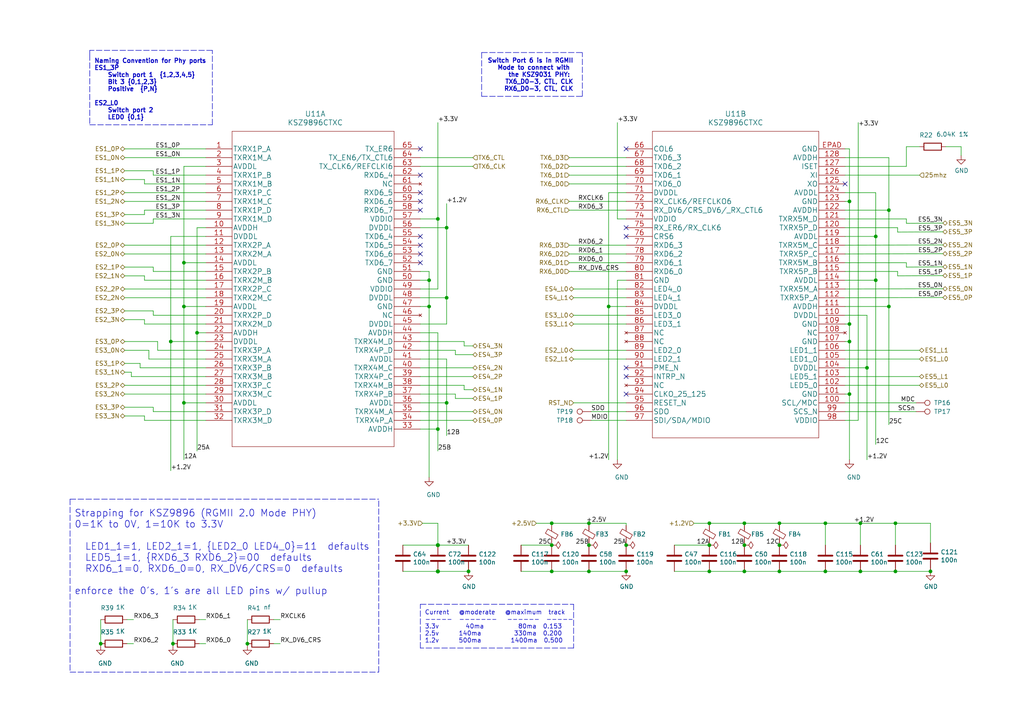
<source format=kicad_sch>
(kicad_sch (version 20210621) (generator eeschema)

  (uuid 8f9b0f3b-c9ab-454f-9029-2c82c98e7886)

  (paper "A4")

  (title_block
    (title "4pi-Farm")
    (date "2021-05-15")
    (rev "2.0")
  )

  (lib_symbols
    (symbol "CM4IO:KSZ9896CTXC" (pin_names (offset 0.254)) (in_bom yes) (on_board yes)
      (property "Reference" "U" (id 0) (at 27.94 7.62 0)
        (effects (font (size 1.524 1.524)))
      )
      (property "Value" "KSZ9896CTXC" (id 1) (at 30.48 2.54 0)
        (effects (font (size 1.524 1.524)))
      )
      (property "Footprint" "CM4IO:TQFP128_EP_TX_MCH" (id 2) (at 27.94 -81.28 0)
        (effects (font (size 1.524 1.524)) hide)
      )
      (property "Datasheet" "" (id 3) (at 0 0 0)
        (effects (font (size 1.524 1.524)))
      )
      (property "ki_locked" "" (id 4) (at 0 0 0)
        (effects (font (size 1.27 1.27)))
      )
      (property "ki_description" "6 Port Ethernet Switch" (id 5) (at 0 0 0)
        (effects (font (size 1.27 1.27)) hide)
      )
      (property "ki_fp_filters" "TQFP128_EP_TX_MCH TQFP128_EP_TX_MCH-M TQFP128_EP_TX_MCH-L" (id 6) (at 0 0 0)
        (effects (font (size 1.27 1.27)) hide)
      )
      (symbol "KSZ9896CTXC_1_1"
        (polyline
          (pts
            (xy 7.62 -86.36)
            (xy 54.61 -86.36)
          )
          (stroke (width 0.127)) (fill (type none))
        )
        (polyline
          (pts
            (xy 7.62 5.08)
            (xy 7.62 -86.36)
          )
          (stroke (width 0.127)) (fill (type none))
        )
        (polyline
          (pts
            (xy 54.61 -86.36)
            (xy 54.61 5.08)
          )
          (stroke (width 0.127)) (fill (type none))
        )
        (polyline
          (pts
            (xy 54.61 5.08)
            (xy 7.62 5.08)
          )
          (stroke (width 0.127)) (fill (type none))
        )
        (pin bidirectional line (at 0 0 0) (length 7.62)
          (name "TXRX1P_A" (effects (font (size 1.4986 1.4986))))
          (number "1" (effects (font (size 1.4986 1.4986))))
        )
        (pin power_in line (at 0 -22.86 0) (length 7.62)
          (name "AVDDH" (effects (font (size 1.4986 1.4986))))
          (number "10" (effects (font (size 1.4986 1.4986))))
        )
        (pin power_in line (at 0 -25.4 0) (length 7.62)
          (name "DVDDL" (effects (font (size 1.4986 1.4986))))
          (number "11" (effects (font (size 1.4986 1.4986))))
        )
        (pin bidirectional line (at 0 -27.94 0) (length 7.62)
          (name "TXRX2P_A" (effects (font (size 1.4986 1.4986))))
          (number "12" (effects (font (size 1.4986 1.4986))))
        )
        (pin bidirectional line (at 0 -30.48 0) (length 7.62)
          (name "TXRX2M_A" (effects (font (size 1.4986 1.4986))))
          (number "13" (effects (font (size 1.4986 1.4986))))
        )
        (pin power_in line (at 0 -33.02 0) (length 7.62)
          (name "AVDDL" (effects (font (size 1.4986 1.4986))))
          (number "14" (effects (font (size 1.4986 1.4986))))
        )
        (pin bidirectional line (at 0 -35.56 0) (length 7.62)
          (name "TXRX2P_B" (effects (font (size 1.4986 1.4986))))
          (number "15" (effects (font (size 1.4986 1.4986))))
        )
        (pin bidirectional line (at 0 -38.1 0) (length 7.62)
          (name "TXRX2M_B" (effects (font (size 1.4986 1.4986))))
          (number "16" (effects (font (size 1.4986 1.4986))))
        )
        (pin bidirectional line (at 0 -40.64 0) (length 7.62)
          (name "TXRX2P_C" (effects (font (size 1.4986 1.4986))))
          (number "17" (effects (font (size 1.4986 1.4986))))
        )
        (pin bidirectional line (at 0 -43.18 0) (length 7.62)
          (name "TXRX2M_C" (effects (font (size 1.4986 1.4986))))
          (number "18" (effects (font (size 1.4986 1.4986))))
        )
        (pin power_in line (at 0 -45.72 0) (length 7.62)
          (name "AVDDL" (effects (font (size 1.4986 1.4986))))
          (number "19" (effects (font (size 1.4986 1.4986))))
        )
        (pin bidirectional line (at 0 -2.54 0) (length 7.62)
          (name "TXRX1M_A" (effects (font (size 1.4986 1.4986))))
          (number "2" (effects (font (size 1.4986 1.4986))))
        )
        (pin bidirectional line (at 0 -48.26 0) (length 7.62)
          (name "TXRX2P_D" (effects (font (size 1.4986 1.4986))))
          (number "20" (effects (font (size 1.4986 1.4986))))
        )
        (pin bidirectional line (at 0 -50.8 0) (length 7.62)
          (name "TXRX2M_D" (effects (font (size 1.4986 1.4986))))
          (number "21" (effects (font (size 1.4986 1.4986))))
        )
        (pin power_in line (at 0 -53.34 0) (length 7.62)
          (name "AVDDH" (effects (font (size 1.4986 1.4986))))
          (number "22" (effects (font (size 1.4986 1.4986))))
        )
        (pin power_in line (at 0 -55.88 0) (length 7.62)
          (name "DVDDL" (effects (font (size 1.4986 1.4986))))
          (number "23" (effects (font (size 1.4986 1.4986))))
        )
        (pin bidirectional line (at 0 -58.42 0) (length 7.62)
          (name "TXRX3P_A" (effects (font (size 1.4986 1.4986))))
          (number "24" (effects (font (size 1.4986 1.4986))))
        )
        (pin bidirectional line (at 0 -60.96 0) (length 7.62)
          (name "TXRX3M_A" (effects (font (size 1.4986 1.4986))))
          (number "25" (effects (font (size 1.4986 1.4986))))
        )
        (pin bidirectional line (at 0 -63.5 0) (length 7.62)
          (name "TXRX3P_B" (effects (font (size 1.4986 1.4986))))
          (number "26" (effects (font (size 1.4986 1.4986))))
        )
        (pin bidirectional line (at 0 -66.04 0) (length 7.62)
          (name "TXRX3M_B" (effects (font (size 1.4986 1.4986))))
          (number "27" (effects (font (size 1.4986 1.4986))))
        )
        (pin bidirectional line (at 0 -68.58 0) (length 7.62)
          (name "TXRX3P_C" (effects (font (size 1.4986 1.4986))))
          (number "28" (effects (font (size 1.4986 1.4986))))
        )
        (pin bidirectional line (at 0 -71.12 0) (length 7.62)
          (name "TXRX3M_C" (effects (font (size 1.4986 1.4986))))
          (number "29" (effects (font (size 1.4986 1.4986))))
        )
        (pin power_in line (at 0 -5.08 0) (length 7.62)
          (name "AVDDL" (effects (font (size 1.4986 1.4986))))
          (number "3" (effects (font (size 1.4986 1.4986))))
        )
        (pin power_in line (at 0 -73.66 0) (length 7.62)
          (name "AVDDL" (effects (font (size 1.4986 1.4986))))
          (number "30" (effects (font (size 1.4986 1.4986))))
        )
        (pin bidirectional line (at 0 -76.2 0) (length 7.62)
          (name "TXRX3P_D" (effects (font (size 1.4986 1.4986))))
          (number "31" (effects (font (size 1.4986 1.4986))))
        )
        (pin bidirectional line (at 0 -78.74 0) (length 7.62)
          (name "TXRX3M_D" (effects (font (size 1.4986 1.4986))))
          (number "32" (effects (font (size 1.4986 1.4986))))
        )
        (pin power_in line (at 62.23 -81.28 180) (length 7.62)
          (name "AVDDH" (effects (font (size 1.4986 1.4986))))
          (number "33" (effects (font (size 1.4986 1.4986))))
        )
        (pin bidirectional line (at 62.23 -78.74 180) (length 7.62)
          (name "TXRX4P_A" (effects (font (size 1.4986 1.4986))))
          (number "34" (effects (font (size 1.4986 1.4986))))
        )
        (pin bidirectional line (at 62.23 -76.2 180) (length 7.62)
          (name "TXRX4M_A" (effects (font (size 1.4986 1.4986))))
          (number "35" (effects (font (size 1.4986 1.4986))))
        )
        (pin power_in line (at 62.23 -73.66 180) (length 7.62)
          (name "AVDDL" (effects (font (size 1.4986 1.4986))))
          (number "36" (effects (font (size 1.4986 1.4986))))
        )
        (pin bidirectional line (at 62.23 -71.12 180) (length 7.62)
          (name "TXRX4P_B" (effects (font (size 1.4986 1.4986))))
          (number "37" (effects (font (size 1.4986 1.4986))))
        )
        (pin bidirectional line (at 62.23 -68.58 180) (length 7.62)
          (name "TXRX4M_B" (effects (font (size 1.4986 1.4986))))
          (number "38" (effects (font (size 1.4986 1.4986))))
        )
        (pin bidirectional line (at 62.23 -66.04 180) (length 7.62)
          (name "TXRX4P_C" (effects (font (size 1.4986 1.4986))))
          (number "39" (effects (font (size 1.4986 1.4986))))
        )
        (pin bidirectional line (at 0 -7.62 0) (length 7.62)
          (name "TXRX1P_B" (effects (font (size 1.4986 1.4986))))
          (number "4" (effects (font (size 1.4986 1.4986))))
        )
        (pin bidirectional line (at 62.23 -63.5 180) (length 7.62)
          (name "TXRX4M_C" (effects (font (size 1.4986 1.4986))))
          (number "40" (effects (font (size 1.4986 1.4986))))
        )
        (pin power_in line (at 62.23 -60.96 180) (length 7.62)
          (name "AVDDL" (effects (font (size 1.4986 1.4986))))
          (number "41" (effects (font (size 1.4986 1.4986))))
        )
        (pin bidirectional line (at 62.23 -58.42 180) (length 7.62)
          (name "TXRX4P_D" (effects (font (size 1.4986 1.4986))))
          (number "42" (effects (font (size 1.4986 1.4986))))
        )
        (pin bidirectional line (at 62.23 -55.88 180) (length 7.62)
          (name "TXRX4M_D" (effects (font (size 1.4986 1.4986))))
          (number "43" (effects (font (size 1.4986 1.4986))))
        )
        (pin power_in line (at 62.23 -53.34 180) (length 7.62)
          (name "AVDDH" (effects (font (size 1.4986 1.4986))))
          (number "44" (effects (font (size 1.4986 1.4986))))
        )
        (pin power_in line (at 62.23 -50.8 180) (length 7.62)
          (name "DVDDL" (effects (font (size 1.4986 1.4986))))
          (number "45" (effects (font (size 1.4986 1.4986))))
        )
        (pin no_connect line (at 62.23 -48.26 180) (length 7.62)
          (name "NC" (effects (font (size 1.4986 1.4986))))
          (number "46" (effects (font (size 1.4986 1.4986))))
        )
        (pin power_in line (at 62.23 -45.72 180) (length 7.62)
          (name "GND" (effects (font (size 1.4986 1.4986))))
          (number "47" (effects (font (size 1.4986 1.4986))))
        )
        (pin power_in line (at 62.23 -43.18 180) (length 7.62)
          (name "DVDDL" (effects (font (size 1.4986 1.4986))))
          (number "48" (effects (font (size 1.4986 1.4986))))
        )
        (pin power_in line (at 62.23 -40.64 180) (length 7.62)
          (name "VDDIO" (effects (font (size 1.4986 1.4986))))
          (number "49" (effects (font (size 1.4986 1.4986))))
        )
        (pin bidirectional line (at 0 -10.16 0) (length 7.62)
          (name "TXRX1M_B" (effects (font (size 1.4986 1.4986))))
          (number "5" (effects (font (size 1.4986 1.4986))))
        )
        (pin power_in line (at 62.23 -38.1 180) (length 7.62)
          (name "GND" (effects (font (size 1.4986 1.4986))))
          (number "50" (effects (font (size 1.4986 1.4986))))
        )
        (pin power_in line (at 62.23 -35.56 180) (length 7.62)
          (name "GND" (effects (font (size 1.4986 1.4986))))
          (number "51" (effects (font (size 1.4986 1.4986))))
        )
        (pin input line (at 62.23 -33.02 180) (length 7.62)
          (name "TXD6_7" (effects (font (size 1.4986 1.4986))))
          (number "52" (effects (font (size 1.4986 1.4986))))
        )
        (pin input line (at 62.23 -30.48 180) (length 7.62)
          (name "TXD6_6" (effects (font (size 1.4986 1.4986))))
          (number "53" (effects (font (size 1.4986 1.4986))))
        )
        (pin input line (at 62.23 -27.94 180) (length 7.62)
          (name "TXD6_5" (effects (font (size 1.4986 1.4986))))
          (number "54" (effects (font (size 1.4986 1.4986))))
        )
        (pin input line (at 62.23 -25.4 180) (length 7.62)
          (name "TXD6_4" (effects (font (size 1.4986 1.4986))))
          (number "55" (effects (font (size 1.4986 1.4986))))
        )
        (pin power_in line (at 62.23 -22.86 180) (length 7.62)
          (name "DVDDL" (effects (font (size 1.4986 1.4986))))
          (number "56" (effects (font (size 1.4986 1.4986))))
        )
        (pin power_in line (at 62.23 -20.32 180) (length 7.62)
          (name "VDDIO" (effects (font (size 1.4986 1.4986))))
          (number "57" (effects (font (size 1.4986 1.4986))))
        )
        (pin bidirectional line (at 62.23 -17.78 180) (length 7.62)
          (name "RXD6_7" (effects (font (size 1.4986 1.4986))))
          (number "58" (effects (font (size 1.4986 1.4986))))
        )
        (pin bidirectional line (at 62.23 -15.24 180) (length 7.62)
          (name "RXD6_6" (effects (font (size 1.4986 1.4986))))
          (number "59" (effects (font (size 1.4986 1.4986))))
        )
        (pin bidirectional line (at 0 -12.7 0) (length 7.62)
          (name "TXRX1P_C" (effects (font (size 1.4986 1.4986))))
          (number "6" (effects (font (size 1.4986 1.4986))))
        )
        (pin bidirectional line (at 62.23 -12.7 180) (length 7.62)
          (name "RXD6_5" (effects (font (size 1.4986 1.4986))))
          (number "60" (effects (font (size 1.4986 1.4986))))
        )
        (pin no_connect line (at 62.23 -10.16 180) (length 7.62)
          (name "NC" (effects (font (size 1.4986 1.4986))))
          (number "61" (effects (font (size 1.4986 1.4986))))
        )
        (pin bidirectional line (at 62.23 -7.62 180) (length 7.62)
          (name "RXD6_4" (effects (font (size 1.4986 1.4986))))
          (number "62" (effects (font (size 1.4986 1.4986))))
        )
        (pin bidirectional line (at 62.23 -5.08 180) (length 7.62)
          (name "TX_CLK6/REFCLKI6" (effects (font (size 1.4986 1.4986))))
          (number "63" (effects (font (size 1.4986 1.4986))))
        )
        (pin input line (at 62.23 -2.54 180) (length 7.62)
          (name "TX_EN6/TX_CTL6" (effects (font (size 1.4986 1.4986))))
          (number "64" (effects (font (size 1.4986 1.4986))))
        )
        (pin input line (at 62.23 0 180) (length 7.62)
          (name "TX_ER6" (effects (font (size 1.4986 1.4986))))
          (number "65" (effects (font (size 1.4986 1.4986))))
        )
        (pin bidirectional line (at 0 -15.24 0) (length 7.62)
          (name "TXRX1M_C" (effects (font (size 1.4986 1.4986))))
          (number "7" (effects (font (size 1.4986 1.4986))))
        )
        (pin bidirectional line (at 0 -17.78 0) (length 7.62)
          (name "TXRX1P_D" (effects (font (size 1.4986 1.4986))))
          (number "8" (effects (font (size 1.4986 1.4986))))
        )
        (pin bidirectional line (at 0 -20.32 0) (length 7.62)
          (name "TXRX1M_D" (effects (font (size 1.4986 1.4986))))
          (number "9" (effects (font (size 1.4986 1.4986))))
        )
      )
      (symbol "KSZ9896CTXC_2_1"
        (polyline
          (pts
            (xy 7.62 -83.82)
            (xy 55.88 -83.82)
          )
          (stroke (width 0.127)) (fill (type none))
        )
        (polyline
          (pts
            (xy 7.62 5.08)
            (xy 7.62 -83.82)
          )
          (stroke (width 0.127)) (fill (type none))
        )
        (polyline
          (pts
            (xy 55.88 -83.82)
            (xy 55.88 5.08)
          )
          (stroke (width 0.127)) (fill (type none))
        )
        (polyline
          (pts
            (xy 55.88 5.08)
            (xy 7.62 5.08)
          )
          (stroke (width 0.127)) (fill (type none))
        )
        (pin input line (at 63.5 -73.66 180) (length 7.62)
          (name "SCL/MDC" (effects (font (size 1.4986 1.4986))))
          (number "100" (effects (font (size 1.4986 1.4986))))
        )
        (pin power_in line (at 63.5 -71.12 180) (length 7.62)
          (name "GND" (effects (font (size 1.4986 1.4986))))
          (number "101" (effects (font (size 1.4986 1.4986))))
        )
        (pin bidirectional line (at 63.5 -68.58 180) (length 7.62)
          (name "LED5_0" (effects (font (size 1.4986 1.4986))))
          (number "102" (effects (font (size 1.4986 1.4986))))
        )
        (pin bidirectional line (at 63.5 -66.04 180) (length 7.62)
          (name "LED5_1" (effects (font (size 1.4986 1.4986))))
          (number "103" (effects (font (size 1.4986 1.4986))))
        )
        (pin power_in line (at 63.5 -63.5 180) (length 7.62)
          (name "DVDDL" (effects (font (size 1.4986 1.4986))))
          (number "104" (effects (font (size 1.4986 1.4986))))
        )
        (pin bidirectional line (at 63.5 -60.96 180) (length 7.62)
          (name "LED1_0" (effects (font (size 1.4986 1.4986))))
          (number "105" (effects (font (size 1.4986 1.4986))))
        )
        (pin bidirectional line (at 63.5 -58.42 180) (length 7.62)
          (name "LED1_1" (effects (font (size 1.4986 1.4986))))
          (number "106" (effects (font (size 1.4986 1.4986))))
        )
        (pin power_in line (at 63.5 -55.88 180) (length 7.62)
          (name "GND" (effects (font (size 1.4986 1.4986))))
          (number "107" (effects (font (size 1.4986 1.4986))))
        )
        (pin no_connect line (at 63.5 -53.34 180) (length 7.62)
          (name "NC" (effects (font (size 1.4986 1.4986))))
          (number "108" (effects (font (size 1.4986 1.4986))))
        )
        (pin power_in line (at 63.5 -50.8 180) (length 7.62)
          (name "GND" (effects (font (size 1.4986 1.4986))))
          (number "109" (effects (font (size 1.4986 1.4986))))
        )
        (pin power_in line (at 63.5 -48.26 180) (length 7.62)
          (name "DVDDL" (effects (font (size 1.4986 1.4986))))
          (number "110" (effects (font (size 1.4986 1.4986))))
        )
        (pin power_in line (at 63.5 -45.72 180) (length 7.62)
          (name "AVDDH" (effects (font (size 1.4986 1.4986))))
          (number "111" (effects (font (size 1.4986 1.4986))))
        )
        (pin bidirectional line (at 63.5 -43.18 180) (length 7.62)
          (name "TXRX5P_A" (effects (font (size 1.4986 1.4986))))
          (number "112" (effects (font (size 1.4986 1.4986))))
        )
        (pin bidirectional line (at 63.5 -40.64 180) (length 7.62)
          (name "TXRX5M_A" (effects (font (size 1.4986 1.4986))))
          (number "113" (effects (font (size 1.4986 1.4986))))
        )
        (pin power_in line (at 63.5 -38.1 180) (length 7.62)
          (name "AVDDL" (effects (font (size 1.4986 1.4986))))
          (number "114" (effects (font (size 1.4986 1.4986))))
        )
        (pin bidirectional line (at 63.5 -35.56 180) (length 7.62)
          (name "TXRX5P_B" (effects (font (size 1.4986 1.4986))))
          (number "115" (effects (font (size 1.4986 1.4986))))
        )
        (pin bidirectional line (at 63.5 -33.02 180) (length 7.62)
          (name "TXRX5M_B" (effects (font (size 1.4986 1.4986))))
          (number "116" (effects (font (size 1.4986 1.4986))))
        )
        (pin bidirectional line (at 63.5 -30.48 180) (length 7.62)
          (name "TXRX5P_C" (effects (font (size 1.4986 1.4986))))
          (number "117" (effects (font (size 1.4986 1.4986))))
        )
        (pin bidirectional line (at 63.5 -27.94 180) (length 7.62)
          (name "TXRX5M_C" (effects (font (size 1.4986 1.4986))))
          (number "118" (effects (font (size 1.4986 1.4986))))
        )
        (pin power_in line (at 63.5 -25.4 180) (length 7.62)
          (name "AVDDL" (effects (font (size 1.4986 1.4986))))
          (number "119" (effects (font (size 1.4986 1.4986))))
        )
        (pin bidirectional line (at 63.5 -22.86 180) (length 7.62)
          (name "TXRX5P_D" (effects (font (size 1.4986 1.4986))))
          (number "120" (effects (font (size 1.4986 1.4986))))
        )
        (pin bidirectional line (at 63.5 -20.32 180) (length 7.62)
          (name "TXRX5M_D" (effects (font (size 1.4986 1.4986))))
          (number "121" (effects (font (size 1.4986 1.4986))))
        )
        (pin power_in line (at 63.5 -17.78 180) (length 7.62)
          (name "AVDDH" (effects (font (size 1.4986 1.4986))))
          (number "122" (effects (font (size 1.4986 1.4986))))
        )
        (pin power_in line (at 63.5 -15.24 180) (length 7.62)
          (name "GND" (effects (font (size 1.4986 1.4986))))
          (number "123" (effects (font (size 1.4986 1.4986))))
        )
        (pin power_in line (at 63.5 -12.7 180) (length 7.62)
          (name "AVDDL" (effects (font (size 1.4986 1.4986))))
          (number "124" (effects (font (size 1.4986 1.4986))))
        )
        (pin output line (at 63.5 -10.16 180) (length 7.62)
          (name "XO" (effects (font (size 1.4986 1.4986))))
          (number "125" (effects (font (size 1.4986 1.4986))))
        )
        (pin input line (at 63.5 -7.62 180) (length 7.62)
          (name "XI" (effects (font (size 1.4986 1.4986))))
          (number "126" (effects (font (size 1.4986 1.4986))))
        )
        (pin passive line (at 63.5 -5.08 180) (length 7.62)
          (name "ISET" (effects (font (size 1.4986 1.4986))))
          (number "127" (effects (font (size 1.4986 1.4986))))
        )
        (pin power_in line (at 63.5 -2.54 180) (length 7.62)
          (name "AVDDH" (effects (font (size 1.4986 1.4986))))
          (number "128" (effects (font (size 1.4986 1.4986))))
        )
        (pin bidirectional line (at 0 0 0) (length 7.62)
          (name "COL6" (effects (font (size 1.4986 1.4986))))
          (number "66" (effects (font (size 1.4986 1.4986))))
        )
        (pin input line (at 0 -2.54 0) (length 7.62)
          (name "TXD6_3" (effects (font (size 1.4986 1.4986))))
          (number "67" (effects (font (size 1.4986 1.4986))))
        )
        (pin input line (at 0 -5.08 0) (length 7.62)
          (name "TXD6_2" (effects (font (size 1.4986 1.4986))))
          (number "68" (effects (font (size 1.4986 1.4986))))
        )
        (pin input line (at 0 -7.62 0) (length 7.62)
          (name "TXD6_1" (effects (font (size 1.4986 1.4986))))
          (number "69" (effects (font (size 1.4986 1.4986))))
        )
        (pin input line (at 0 -10.16 0) (length 7.62)
          (name "TXD6_0" (effects (font (size 1.4986 1.4986))))
          (number "70" (effects (font (size 1.4986 1.4986))))
        )
        (pin power_in line (at 0 -12.7 0) (length 7.62)
          (name "DVDDL" (effects (font (size 1.4986 1.4986))))
          (number "71" (effects (font (size 1.4986 1.4986))))
        )
        (pin bidirectional line (at 0 -15.24 0) (length 7.62)
          (name "RX_CLK6/REFCLKO6" (effects (font (size 1.4986 1.4986))))
          (number "72" (effects (font (size 1.4986 1.4986))))
        )
        (pin bidirectional line (at 0 -17.78 0) (length 7.62)
          (name "RX_DV6/CRS_DV6/_RX_CTL6" (effects (font (size 1.4986 1.4986))))
          (number "73" (effects (font (size 1.4986 1.4986))))
        )
        (pin power_in line (at 0 -20.32 0) (length 7.62)
          (name "VDDIO" (effects (font (size 1.4986 1.4986))))
          (number "74" (effects (font (size 1.4986 1.4986))))
        )
        (pin bidirectional line (at 0 -22.86 0) (length 7.62)
          (name "RX_ER6/RX_CLK6" (effects (font (size 1.4986 1.4986))))
          (number "75" (effects (font (size 1.4986 1.4986))))
        )
        (pin bidirectional line (at 0 -25.4 0) (length 7.62)
          (name "CRS6" (effects (font (size 1.4986 1.4986))))
          (number "76" (effects (font (size 1.4986 1.4986))))
        )
        (pin bidirectional line (at 0 -27.94 0) (length 7.62)
          (name "RXD6_3" (effects (font (size 1.4986 1.4986))))
          (number "77" (effects (font (size 1.4986 1.4986))))
        )
        (pin bidirectional line (at 0 -30.48 0) (length 7.62)
          (name "RXD6_2" (effects (font (size 1.4986 1.4986))))
          (number "78" (effects (font (size 1.4986 1.4986))))
        )
        (pin bidirectional line (at 0 -33.02 0) (length 7.62)
          (name "RXD6_1" (effects (font (size 1.4986 1.4986))))
          (number "79" (effects (font (size 1.4986 1.4986))))
        )
        (pin bidirectional line (at 0 -35.56 0) (length 7.62)
          (name "RXD6_0" (effects (font (size 1.4986 1.4986))))
          (number "80" (effects (font (size 1.4986 1.4986))))
        )
        (pin power_in line (at 0 -38.1 0) (length 7.62)
          (name "GND" (effects (font (size 1.4986 1.4986))))
          (number "81" (effects (font (size 1.4986 1.4986))))
        )
        (pin bidirectional line (at 0 -40.64 0) (length 7.62)
          (name "LED4_0" (effects (font (size 1.4986 1.4986))))
          (number "82" (effects (font (size 1.4986 1.4986))))
        )
        (pin bidirectional line (at 0 -43.18 0) (length 7.62)
          (name "LED4_1" (effects (font (size 1.4986 1.4986))))
          (number "83" (effects (font (size 1.4986 1.4986))))
        )
        (pin power_in line (at 0 -45.72 0) (length 7.62)
          (name "DVDDL" (effects (font (size 1.4986 1.4986))))
          (number "84" (effects (font (size 1.4986 1.4986))))
        )
        (pin bidirectional line (at 0 -48.26 0) (length 7.62)
          (name "LED3_0" (effects (font (size 1.4986 1.4986))))
          (number "85" (effects (font (size 1.4986 1.4986))))
        )
        (pin bidirectional line (at 0 -50.8 0) (length 7.62)
          (name "LED3_1" (effects (font (size 1.4986 1.4986))))
          (number "86" (effects (font (size 1.4986 1.4986))))
        )
        (pin no_connect line (at 0 -53.34 0) (length 7.62)
          (name "NC" (effects (font (size 1.4986 1.4986))))
          (number "87" (effects (font (size 1.4986 1.4986))))
        )
        (pin no_connect line (at 0 -55.88 0) (length 7.62)
          (name "NC" (effects (font (size 1.4986 1.4986))))
          (number "88" (effects (font (size 1.4986 1.4986))))
        )
        (pin bidirectional line (at 0 -58.42 0) (length 7.62)
          (name "LED2_0" (effects (font (size 1.4986 1.4986))))
          (number "89" (effects (font (size 1.4986 1.4986))))
        )
        (pin bidirectional line (at 0 -60.96 0) (length 7.62)
          (name "LED2_1" (effects (font (size 1.4986 1.4986))))
          (number "90" (effects (font (size 1.4986 1.4986))))
        )
        (pin output line (at 0 -63.5 0) (length 7.62)
          (name "PME_N" (effects (font (size 1.4986 1.4986))))
          (number "91" (effects (font (size 1.4986 1.4986))))
        )
        (pin output line (at 0 -66.04 0) (length 7.62)
          (name "INTRP_N" (effects (font (size 1.4986 1.4986))))
          (number "92" (effects (font (size 1.4986 1.4986))))
        )
        (pin no_connect line (at 0 -68.58 0) (length 7.62)
          (name "NC" (effects (font (size 1.4986 1.4986))))
          (number "93" (effects (font (size 1.4986 1.4986))))
        )
        (pin bidirectional line (at 0 -71.12 0) (length 7.62)
          (name "CLKO_25_125" (effects (font (size 1.4986 1.4986))))
          (number "94" (effects (font (size 1.4986 1.4986))))
        )
        (pin input line (at 0 -73.66 0) (length 7.62)
          (name "RESET_N" (effects (font (size 1.4986 1.4986))))
          (number "95" (effects (font (size 1.4986 1.4986))))
        )
        (pin output line (at 0 -76.2 0) (length 7.62)
          (name "SDO" (effects (font (size 1.4986 1.4986))))
          (number "96" (effects (font (size 1.4986 1.4986))))
        )
        (pin bidirectional line (at 0 -78.74 0) (length 7.62)
          (name "SDI/SDA/MDIO" (effects (font (size 1.4986 1.4986))))
          (number "97" (effects (font (size 1.4986 1.4986))))
        )
        (pin power_in line (at 63.5 -78.74 180) (length 7.62)
          (name "VDDIO" (effects (font (size 1.4986 1.4986))))
          (number "98" (effects (font (size 1.4986 1.4986))))
        )
        (pin input line (at 63.5 -76.2 180) (length 7.62)
          (name "SCS_N" (effects (font (size 1.4986 1.4986))))
          (number "99" (effects (font (size 1.4986 1.4986))))
        )
        (pin power_in line (at 63.5 0 180) (length 7.62)
          (name "GND" (effects (font (size 1.4986 1.4986))))
          (number "EPAD" (effects (font (size 1.4986 1.4986))))
        )
      )
    )
    (symbol "CM4IO:KSZ9896CTXC_1" (pin_names (offset 0.254)) (in_bom yes) (on_board yes)
      (property "Reference" "U" (id 0) (at 27.94 7.62 0)
        (effects (font (size 1.524 1.524)))
      )
      (property "Value" "KSZ9896CTXC" (id 1) (at 30.48 2.54 0)
        (effects (font (size 1.524 1.524)))
      )
      (property "Footprint" "CM4IO:TQFP128_EP_TX_MCH" (id 2) (at 27.94 -81.28 0)
        (effects (font (size 1.524 1.524)) hide)
      )
      (property "Datasheet" "" (id 3) (at 0 0 0)
        (effects (font (size 1.524 1.524)))
      )
      (property "ki_locked" "" (id 4) (at 0 0 0)
        (effects (font (size 1.27 1.27)))
      )
      (property "ki_description" "6 Port Ethernet Switch" (id 5) (at 0 0 0)
        (effects (font (size 1.27 1.27)) hide)
      )
      (property "ki_fp_filters" "TQFP128_EP_TX_MCH TQFP128_EP_TX_MCH-M TQFP128_EP_TX_MCH-L" (id 6) (at 0 0 0)
        (effects (font (size 1.27 1.27)) hide)
      )
      (symbol "KSZ9896CTXC_1_1_1"
        (polyline
          (pts
            (xy 7.62 -86.36)
            (xy 54.61 -86.36)
          )
          (stroke (width 0.127)) (fill (type none))
        )
        (polyline
          (pts
            (xy 7.62 5.08)
            (xy 7.62 -86.36)
          )
          (stroke (width 0.127)) (fill (type none))
        )
        (polyline
          (pts
            (xy 54.61 -86.36)
            (xy 54.61 5.08)
          )
          (stroke (width 0.127)) (fill (type none))
        )
        (polyline
          (pts
            (xy 54.61 5.08)
            (xy 7.62 5.08)
          )
          (stroke (width 0.127)) (fill (type none))
        )
        (pin bidirectional line (at 0 0 0) (length 7.62)
          (name "TXRX1P_A" (effects (font (size 1.4986 1.4986))))
          (number "1" (effects (font (size 1.4986 1.4986))))
        )
        (pin power_in line (at 0 -22.86 0) (length 7.62)
          (name "AVDDH" (effects (font (size 1.4986 1.4986))))
          (number "10" (effects (font (size 1.4986 1.4986))))
        )
        (pin power_in line (at 0 -25.4 0) (length 7.62)
          (name "DVDDL" (effects (font (size 1.4986 1.4986))))
          (number "11" (effects (font (size 1.4986 1.4986))))
        )
        (pin bidirectional line (at 0 -27.94 0) (length 7.62)
          (name "TXRX2P_A" (effects (font (size 1.4986 1.4986))))
          (number "12" (effects (font (size 1.4986 1.4986))))
        )
        (pin bidirectional line (at 0 -30.48 0) (length 7.62)
          (name "TXRX2M_A" (effects (font (size 1.4986 1.4986))))
          (number "13" (effects (font (size 1.4986 1.4986))))
        )
        (pin power_in line (at 0 -33.02 0) (length 7.62)
          (name "AVDDL" (effects (font (size 1.4986 1.4986))))
          (number "14" (effects (font (size 1.4986 1.4986))))
        )
        (pin bidirectional line (at 0 -35.56 0) (length 7.62)
          (name "TXRX2P_B" (effects (font (size 1.4986 1.4986))))
          (number "15" (effects (font (size 1.4986 1.4986))))
        )
        (pin bidirectional line (at 0 -38.1 0) (length 7.62)
          (name "TXRX2M_B" (effects (font (size 1.4986 1.4986))))
          (number "16" (effects (font (size 1.4986 1.4986))))
        )
        (pin bidirectional line (at 0 -40.64 0) (length 7.62)
          (name "TXRX2P_C" (effects (font (size 1.4986 1.4986))))
          (number "17" (effects (font (size 1.4986 1.4986))))
        )
        (pin bidirectional line (at 0 -43.18 0) (length 7.62)
          (name "TXRX2M_C" (effects (font (size 1.4986 1.4986))))
          (number "18" (effects (font (size 1.4986 1.4986))))
        )
        (pin power_in line (at 0 -45.72 0) (length 7.62)
          (name "AVDDL" (effects (font (size 1.4986 1.4986))))
          (number "19" (effects (font (size 1.4986 1.4986))))
        )
        (pin bidirectional line (at 0 -2.54 0) (length 7.62)
          (name "TXRX1M_A" (effects (font (size 1.4986 1.4986))))
          (number "2" (effects (font (size 1.4986 1.4986))))
        )
        (pin bidirectional line (at 0 -48.26 0) (length 7.62)
          (name "TXRX2P_D" (effects (font (size 1.4986 1.4986))))
          (number "20" (effects (font (size 1.4986 1.4986))))
        )
        (pin bidirectional line (at 0 -50.8 0) (length 7.62)
          (name "TXRX2M_D" (effects (font (size 1.4986 1.4986))))
          (number "21" (effects (font (size 1.4986 1.4986))))
        )
        (pin power_in line (at 0 -53.34 0) (length 7.62)
          (name "AVDDH" (effects (font (size 1.4986 1.4986))))
          (number "22" (effects (font (size 1.4986 1.4986))))
        )
        (pin power_in line (at 0 -55.88 0) (length 7.62)
          (name "DVDDL" (effects (font (size 1.4986 1.4986))))
          (number "23" (effects (font (size 1.4986 1.4986))))
        )
        (pin bidirectional line (at 0 -58.42 0) (length 7.62)
          (name "TXRX3P_A" (effects (font (size 1.4986 1.4986))))
          (number "24" (effects (font (size 1.4986 1.4986))))
        )
        (pin bidirectional line (at 0 -60.96 0) (length 7.62)
          (name "TXRX3M_A" (effects (font (size 1.4986 1.4986))))
          (number "25" (effects (font (size 1.4986 1.4986))))
        )
        (pin bidirectional line (at 0 -63.5 0) (length 7.62)
          (name "TXRX3P_B" (effects (font (size 1.4986 1.4986))))
          (number "26" (effects (font (size 1.4986 1.4986))))
        )
        (pin bidirectional line (at 0 -66.04 0) (length 7.62)
          (name "TXRX3M_B" (effects (font (size 1.4986 1.4986))))
          (number "27" (effects (font (size 1.4986 1.4986))))
        )
        (pin bidirectional line (at 0 -68.58 0) (length 7.62)
          (name "TXRX3P_C" (effects (font (size 1.4986 1.4986))))
          (number "28" (effects (font (size 1.4986 1.4986))))
        )
        (pin bidirectional line (at 0 -71.12 0) (length 7.62)
          (name "TXRX3M_C" (effects (font (size 1.4986 1.4986))))
          (number "29" (effects (font (size 1.4986 1.4986))))
        )
        (pin power_in line (at 0 -5.08 0) (length 7.62)
          (name "AVDDL" (effects (font (size 1.4986 1.4986))))
          (number "3" (effects (font (size 1.4986 1.4986))))
        )
        (pin power_in line (at 0 -73.66 0) (length 7.62)
          (name "AVDDL" (effects (font (size 1.4986 1.4986))))
          (number "30" (effects (font (size 1.4986 1.4986))))
        )
        (pin bidirectional line (at 0 -76.2 0) (length 7.62)
          (name "TXRX3P_D" (effects (font (size 1.4986 1.4986))))
          (number "31" (effects (font (size 1.4986 1.4986))))
        )
        (pin bidirectional line (at 0 -78.74 0) (length 7.62)
          (name "TXRX3M_D" (effects (font (size 1.4986 1.4986))))
          (number "32" (effects (font (size 1.4986 1.4986))))
        )
        (pin power_in line (at 62.23 -81.28 180) (length 7.62)
          (name "AVDDH" (effects (font (size 1.4986 1.4986))))
          (number "33" (effects (font (size 1.4986 1.4986))))
        )
        (pin bidirectional line (at 62.23 -78.74 180) (length 7.62)
          (name "TXRX4P_A" (effects (font (size 1.4986 1.4986))))
          (number "34" (effects (font (size 1.4986 1.4986))))
        )
        (pin bidirectional line (at 62.23 -76.2 180) (length 7.62)
          (name "TXRX4M_A" (effects (font (size 1.4986 1.4986))))
          (number "35" (effects (font (size 1.4986 1.4986))))
        )
        (pin power_in line (at 62.23 -73.66 180) (length 7.62)
          (name "AVDDL" (effects (font (size 1.4986 1.4986))))
          (number "36" (effects (font (size 1.4986 1.4986))))
        )
        (pin bidirectional line (at 62.23 -71.12 180) (length 7.62)
          (name "TXRX4P_B" (effects (font (size 1.4986 1.4986))))
          (number "37" (effects (font (size 1.4986 1.4986))))
        )
        (pin bidirectional line (at 62.23 -68.58 180) (length 7.62)
          (name "TXRX4M_B" (effects (font (size 1.4986 1.4986))))
          (number "38" (effects (font (size 1.4986 1.4986))))
        )
        (pin bidirectional line (at 62.23 -66.04 180) (length 7.62)
          (name "TXRX4P_C" (effects (font (size 1.4986 1.4986))))
          (number "39" (effects (font (size 1.4986 1.4986))))
        )
        (pin bidirectional line (at 0 -7.62 0) (length 7.62)
          (name "TXRX1P_B" (effects (font (size 1.4986 1.4986))))
          (number "4" (effects (font (size 1.4986 1.4986))))
        )
        (pin bidirectional line (at 62.23 -63.5 180) (length 7.62)
          (name "TXRX4M_C" (effects (font (size 1.4986 1.4986))))
          (number "40" (effects (font (size 1.4986 1.4986))))
        )
        (pin power_in line (at 62.23 -60.96 180) (length 7.62)
          (name "AVDDL" (effects (font (size 1.4986 1.4986))))
          (number "41" (effects (font (size 1.4986 1.4986))))
        )
        (pin bidirectional line (at 62.23 -58.42 180) (length 7.62)
          (name "TXRX4P_D" (effects (font (size 1.4986 1.4986))))
          (number "42" (effects (font (size 1.4986 1.4986))))
        )
        (pin bidirectional line (at 62.23 -55.88 180) (length 7.62)
          (name "TXRX4M_D" (effects (font (size 1.4986 1.4986))))
          (number "43" (effects (font (size 1.4986 1.4986))))
        )
        (pin power_in line (at 62.23 -53.34 180) (length 7.62)
          (name "AVDDH" (effects (font (size 1.4986 1.4986))))
          (number "44" (effects (font (size 1.4986 1.4986))))
        )
        (pin power_in line (at 62.23 -50.8 180) (length 7.62)
          (name "DVDDL" (effects (font (size 1.4986 1.4986))))
          (number "45" (effects (font (size 1.4986 1.4986))))
        )
        (pin no_connect line (at 62.23 -48.26 180) (length 7.62)
          (name "NC" (effects (font (size 1.4986 1.4986))))
          (number "46" (effects (font (size 1.4986 1.4986))))
        )
        (pin power_in line (at 62.23 -45.72 180) (length 7.62)
          (name "GND" (effects (font (size 1.4986 1.4986))))
          (number "47" (effects (font (size 1.4986 1.4986))))
        )
        (pin power_in line (at 62.23 -43.18 180) (length 7.62)
          (name "DVDDL" (effects (font (size 1.4986 1.4986))))
          (number "48" (effects (font (size 1.4986 1.4986))))
        )
        (pin power_in line (at 62.23 -40.64 180) (length 7.62)
          (name "VDDIO" (effects (font (size 1.4986 1.4986))))
          (number "49" (effects (font (size 1.4986 1.4986))))
        )
        (pin bidirectional line (at 0 -10.16 0) (length 7.62)
          (name "TXRX1M_B" (effects (font (size 1.4986 1.4986))))
          (number "5" (effects (font (size 1.4986 1.4986))))
        )
        (pin power_in line (at 62.23 -38.1 180) (length 7.62)
          (name "GND" (effects (font (size 1.4986 1.4986))))
          (number "50" (effects (font (size 1.4986 1.4986))))
        )
        (pin power_in line (at 62.23 -35.56 180) (length 7.62)
          (name "GND" (effects (font (size 1.4986 1.4986))))
          (number "51" (effects (font (size 1.4986 1.4986))))
        )
        (pin input line (at 62.23 -33.02 180) (length 7.62)
          (name "TXD6_7" (effects (font (size 1.4986 1.4986))))
          (number "52" (effects (font (size 1.4986 1.4986))))
        )
        (pin input line (at 62.23 -30.48 180) (length 7.62)
          (name "TXD6_6" (effects (font (size 1.4986 1.4986))))
          (number "53" (effects (font (size 1.4986 1.4986))))
        )
        (pin input line (at 62.23 -27.94 180) (length 7.62)
          (name "TXD6_5" (effects (font (size 1.4986 1.4986))))
          (number "54" (effects (font (size 1.4986 1.4986))))
        )
        (pin input line (at 62.23 -25.4 180) (length 7.62)
          (name "TXD6_4" (effects (font (size 1.4986 1.4986))))
          (number "55" (effects (font (size 1.4986 1.4986))))
        )
        (pin power_in line (at 62.23 -22.86 180) (length 7.62)
          (name "DVDDL" (effects (font (size 1.4986 1.4986))))
          (number "56" (effects (font (size 1.4986 1.4986))))
        )
        (pin power_in line (at 62.23 -20.32 180) (length 7.62)
          (name "VDDIO" (effects (font (size 1.4986 1.4986))))
          (number "57" (effects (font (size 1.4986 1.4986))))
        )
        (pin bidirectional line (at 62.23 -17.78 180) (length 7.62)
          (name "RXD6_7" (effects (font (size 1.4986 1.4986))))
          (number "58" (effects (font (size 1.4986 1.4986))))
        )
        (pin bidirectional line (at 62.23 -15.24 180) (length 7.62)
          (name "RXD6_6" (effects (font (size 1.4986 1.4986))))
          (number "59" (effects (font (size 1.4986 1.4986))))
        )
        (pin bidirectional line (at 0 -12.7 0) (length 7.62)
          (name "TXRX1P_C" (effects (font (size 1.4986 1.4986))))
          (number "6" (effects (font (size 1.4986 1.4986))))
        )
        (pin bidirectional line (at 62.23 -12.7 180) (length 7.62)
          (name "RXD6_5" (effects (font (size 1.4986 1.4986))))
          (number "60" (effects (font (size 1.4986 1.4986))))
        )
        (pin no_connect line (at 62.23 -10.16 180) (length 7.62)
          (name "NC" (effects (font (size 1.4986 1.4986))))
          (number "61" (effects (font (size 1.4986 1.4986))))
        )
        (pin bidirectional line (at 62.23 -7.62 180) (length 7.62)
          (name "RXD6_4" (effects (font (size 1.4986 1.4986))))
          (number "62" (effects (font (size 1.4986 1.4986))))
        )
        (pin bidirectional line (at 62.23 -5.08 180) (length 7.62)
          (name "TX_CLK6/REFCLKI6" (effects (font (size 1.4986 1.4986))))
          (number "63" (effects (font (size 1.4986 1.4986))))
        )
        (pin input line (at 62.23 -2.54 180) (length 7.62)
          (name "TX_EN6/TX_CTL6" (effects (font (size 1.4986 1.4986))))
          (number "64" (effects (font (size 1.4986 1.4986))))
        )
        (pin input line (at 62.23 0 180) (length 7.62)
          (name "TX_ER6" (effects (font (size 1.4986 1.4986))))
          (number "65" (effects (font (size 1.4986 1.4986))))
        )
        (pin bidirectional line (at 0 -15.24 0) (length 7.62)
          (name "TXRX1M_C" (effects (font (size 1.4986 1.4986))))
          (number "7" (effects (font (size 1.4986 1.4986))))
        )
        (pin bidirectional line (at 0 -17.78 0) (length 7.62)
          (name "TXRX1P_D" (effects (font (size 1.4986 1.4986))))
          (number "8" (effects (font (size 1.4986 1.4986))))
        )
        (pin bidirectional line (at 0 -20.32 0) (length 7.62)
          (name "TXRX1M_D" (effects (font (size 1.4986 1.4986))))
          (number "9" (effects (font (size 1.4986 1.4986))))
        )
      )
      (symbol "KSZ9896CTXC_1_2_1"
        (polyline
          (pts
            (xy 7.62 -83.82)
            (xy 55.88 -83.82)
          )
          (stroke (width 0.127)) (fill (type none))
        )
        (polyline
          (pts
            (xy 7.62 5.08)
            (xy 7.62 -83.82)
          )
          (stroke (width 0.127)) (fill (type none))
        )
        (polyline
          (pts
            (xy 55.88 -83.82)
            (xy 55.88 5.08)
          )
          (stroke (width 0.127)) (fill (type none))
        )
        (polyline
          (pts
            (xy 55.88 5.08)
            (xy 7.62 5.08)
          )
          (stroke (width 0.127)) (fill (type none))
        )
        (pin input line (at 63.5 -73.66 180) (length 7.62)
          (name "SCL/MDC" (effects (font (size 1.4986 1.4986))))
          (number "100" (effects (font (size 1.4986 1.4986))))
        )
        (pin power_in line (at 63.5 -71.12 180) (length 7.62)
          (name "GND" (effects (font (size 1.4986 1.4986))))
          (number "101" (effects (font (size 1.4986 1.4986))))
        )
        (pin bidirectional line (at 63.5 -68.58 180) (length 7.62)
          (name "LED5_0" (effects (font (size 1.4986 1.4986))))
          (number "102" (effects (font (size 1.4986 1.4986))))
        )
        (pin bidirectional line (at 63.5 -66.04 180) (length 7.62)
          (name "LED5_1" (effects (font (size 1.4986 1.4986))))
          (number "103" (effects (font (size 1.4986 1.4986))))
        )
        (pin power_in line (at 63.5 -63.5 180) (length 7.62)
          (name "DVDDL" (effects (font (size 1.4986 1.4986))))
          (number "104" (effects (font (size 1.4986 1.4986))))
        )
        (pin bidirectional line (at 63.5 -60.96 180) (length 7.62)
          (name "LED1_0" (effects (font (size 1.4986 1.4986))))
          (number "105" (effects (font (size 1.4986 1.4986))))
        )
        (pin bidirectional line (at 63.5 -58.42 180) (length 7.62)
          (name "LED1_1" (effects (font (size 1.4986 1.4986))))
          (number "106" (effects (font (size 1.4986 1.4986))))
        )
        (pin power_in line (at 63.5 -55.88 180) (length 7.62)
          (name "GND" (effects (font (size 1.4986 1.4986))))
          (number "107" (effects (font (size 1.4986 1.4986))))
        )
        (pin no_connect line (at 63.5 -53.34 180) (length 7.62)
          (name "NC" (effects (font (size 1.4986 1.4986))))
          (number "108" (effects (font (size 1.4986 1.4986))))
        )
        (pin power_in line (at 63.5 -50.8 180) (length 7.62)
          (name "GND" (effects (font (size 1.4986 1.4986))))
          (number "109" (effects (font (size 1.4986 1.4986))))
        )
        (pin power_in line (at 63.5 -48.26 180) (length 7.62)
          (name "DVDDL" (effects (font (size 1.4986 1.4986))))
          (number "110" (effects (font (size 1.4986 1.4986))))
        )
        (pin power_in line (at 63.5 -45.72 180) (length 7.62)
          (name "AVDDH" (effects (font (size 1.4986 1.4986))))
          (number "111" (effects (font (size 1.4986 1.4986))))
        )
        (pin bidirectional line (at 63.5 -43.18 180) (length 7.62)
          (name "TXRX5P_A" (effects (font (size 1.4986 1.4986))))
          (number "112" (effects (font (size 1.4986 1.4986))))
        )
        (pin bidirectional line (at 63.5 -40.64 180) (length 7.62)
          (name "TXRX5M_A" (effects (font (size 1.4986 1.4986))))
          (number "113" (effects (font (size 1.4986 1.4986))))
        )
        (pin power_in line (at 63.5 -38.1 180) (length 7.62)
          (name "AVDDL" (effects (font (size 1.4986 1.4986))))
          (number "114" (effects (font (size 1.4986 1.4986))))
        )
        (pin bidirectional line (at 63.5 -35.56 180) (length 7.62)
          (name "TXRX5P_B" (effects (font (size 1.4986 1.4986))))
          (number "115" (effects (font (size 1.4986 1.4986))))
        )
        (pin bidirectional line (at 63.5 -33.02 180) (length 7.62)
          (name "TXRX5M_B" (effects (font (size 1.4986 1.4986))))
          (number "116" (effects (font (size 1.4986 1.4986))))
        )
        (pin bidirectional line (at 63.5 -30.48 180) (length 7.62)
          (name "TXRX5P_C" (effects (font (size 1.4986 1.4986))))
          (number "117" (effects (font (size 1.4986 1.4986))))
        )
        (pin bidirectional line (at 63.5 -27.94 180) (length 7.62)
          (name "TXRX5M_C" (effects (font (size 1.4986 1.4986))))
          (number "118" (effects (font (size 1.4986 1.4986))))
        )
        (pin power_in line (at 63.5 -25.4 180) (length 7.62)
          (name "AVDDL" (effects (font (size 1.4986 1.4986))))
          (number "119" (effects (font (size 1.4986 1.4986))))
        )
        (pin bidirectional line (at 63.5 -22.86 180) (length 7.62)
          (name "TXRX5P_D" (effects (font (size 1.4986 1.4986))))
          (number "120" (effects (font (size 1.4986 1.4986))))
        )
        (pin bidirectional line (at 63.5 -20.32 180) (length 7.62)
          (name "TXRX5M_D" (effects (font (size 1.4986 1.4986))))
          (number "121" (effects (font (size 1.4986 1.4986))))
        )
        (pin power_in line (at 63.5 -17.78 180) (length 7.62)
          (name "AVDDH" (effects (font (size 1.4986 1.4986))))
          (number "122" (effects (font (size 1.4986 1.4986))))
        )
        (pin power_in line (at 63.5 -15.24 180) (length 7.62)
          (name "GND" (effects (font (size 1.4986 1.4986))))
          (number "123" (effects (font (size 1.4986 1.4986))))
        )
        (pin power_in line (at 63.5 -12.7 180) (length 7.62)
          (name "AVDDL" (effects (font (size 1.4986 1.4986))))
          (number "124" (effects (font (size 1.4986 1.4986))))
        )
        (pin output line (at 63.5 -10.16 180) (length 7.62)
          (name "XO" (effects (font (size 1.4986 1.4986))))
          (number "125" (effects (font (size 1.4986 1.4986))))
        )
        (pin input line (at 63.5 -7.62 180) (length 7.62)
          (name "XI" (effects (font (size 1.4986 1.4986))))
          (number "126" (effects (font (size 1.4986 1.4986))))
        )
        (pin passive line (at 63.5 -5.08 180) (length 7.62)
          (name "ISET" (effects (font (size 1.4986 1.4986))))
          (number "127" (effects (font (size 1.4986 1.4986))))
        )
        (pin power_in line (at 63.5 -2.54 180) (length 7.62)
          (name "AVDDH" (effects (font (size 1.4986 1.4986))))
          (number "128" (effects (font (size 1.4986 1.4986))))
        )
        (pin bidirectional line (at 0 0 0) (length 7.62)
          (name "COL6" (effects (font (size 1.4986 1.4986))))
          (number "66" (effects (font (size 1.4986 1.4986))))
        )
        (pin input line (at 0 -2.54 0) (length 7.62)
          (name "TXD6_3" (effects (font (size 1.4986 1.4986))))
          (number "67" (effects (font (size 1.4986 1.4986))))
        )
        (pin input line (at 0 -5.08 0) (length 7.62)
          (name "TXD6_2" (effects (font (size 1.4986 1.4986))))
          (number "68" (effects (font (size 1.4986 1.4986))))
        )
        (pin input line (at 0 -7.62 0) (length 7.62)
          (name "TXD6_1" (effects (font (size 1.4986 1.4986))))
          (number "69" (effects (font (size 1.4986 1.4986))))
        )
        (pin input line (at 0 -10.16 0) (length 7.62)
          (name "TXD6_0" (effects (font (size 1.4986 1.4986))))
          (number "70" (effects (font (size 1.4986 1.4986))))
        )
        (pin power_in line (at 0 -12.7 0) (length 7.62)
          (name "DVDDL" (effects (font (size 1.4986 1.4986))))
          (number "71" (effects (font (size 1.4986 1.4986))))
        )
        (pin bidirectional line (at 0 -15.24 0) (length 7.62)
          (name "RX_CLK6/REFCLKO6" (effects (font (size 1.4986 1.4986))))
          (number "72" (effects (font (size 1.4986 1.4986))))
        )
        (pin bidirectional line (at 0 -17.78 0) (length 7.62)
          (name "RX_DV6/CRS_DV6/_RX_CTL6" (effects (font (size 1.4986 1.4986))))
          (number "73" (effects (font (size 1.4986 1.4986))))
        )
        (pin power_in line (at 0 -20.32 0) (length 7.62)
          (name "VDDIO" (effects (font (size 1.4986 1.4986))))
          (number "74" (effects (font (size 1.4986 1.4986))))
        )
        (pin bidirectional line (at 0 -22.86 0) (length 7.62)
          (name "RX_ER6/RX_CLK6" (effects (font (size 1.4986 1.4986))))
          (number "75" (effects (font (size 1.4986 1.4986))))
        )
        (pin bidirectional line (at 0 -25.4 0) (length 7.62)
          (name "CRS6" (effects (font (size 1.4986 1.4986))))
          (number "76" (effects (font (size 1.4986 1.4986))))
        )
        (pin bidirectional line (at 0 -27.94 0) (length 7.62)
          (name "RXD6_3" (effects (font (size 1.4986 1.4986))))
          (number "77" (effects (font (size 1.4986 1.4986))))
        )
        (pin bidirectional line (at 0 -30.48 0) (length 7.62)
          (name "RXD6_2" (effects (font (size 1.4986 1.4986))))
          (number "78" (effects (font (size 1.4986 1.4986))))
        )
        (pin bidirectional line (at 0 -33.02 0) (length 7.62)
          (name "RXD6_1" (effects (font (size 1.4986 1.4986))))
          (number "79" (effects (font (size 1.4986 1.4986))))
        )
        (pin bidirectional line (at 0 -35.56 0) (length 7.62)
          (name "RXD6_0" (effects (font (size 1.4986 1.4986))))
          (number "80" (effects (font (size 1.4986 1.4986))))
        )
        (pin power_in line (at 0 -38.1 0) (length 7.62)
          (name "GND" (effects (font (size 1.4986 1.4986))))
          (number "81" (effects (font (size 1.4986 1.4986))))
        )
        (pin bidirectional line (at 0 -40.64 0) (length 7.62)
          (name "LED4_0" (effects (font (size 1.4986 1.4986))))
          (number "82" (effects (font (size 1.4986 1.4986))))
        )
        (pin bidirectional line (at 0 -43.18 0) (length 7.62)
          (name "LED4_1" (effects (font (size 1.4986 1.4986))))
          (number "83" (effects (font (size 1.4986 1.4986))))
        )
        (pin power_in line (at 0 -45.72 0) (length 7.62)
          (name "DVDDL" (effects (font (size 1.4986 1.4986))))
          (number "84" (effects (font (size 1.4986 1.4986))))
        )
        (pin bidirectional line (at 0 -48.26 0) (length 7.62)
          (name "LED3_0" (effects (font (size 1.4986 1.4986))))
          (number "85" (effects (font (size 1.4986 1.4986))))
        )
        (pin bidirectional line (at 0 -50.8 0) (length 7.62)
          (name "LED3_1" (effects (font (size 1.4986 1.4986))))
          (number "86" (effects (font (size 1.4986 1.4986))))
        )
        (pin no_connect line (at 0 -53.34 0) (length 7.62)
          (name "NC" (effects (font (size 1.4986 1.4986))))
          (number "87" (effects (font (size 1.4986 1.4986))))
        )
        (pin no_connect line (at 0 -55.88 0) (length 7.62)
          (name "NC" (effects (font (size 1.4986 1.4986))))
          (number "88" (effects (font (size 1.4986 1.4986))))
        )
        (pin bidirectional line (at 0 -58.42 0) (length 7.62)
          (name "LED2_0" (effects (font (size 1.4986 1.4986))))
          (number "89" (effects (font (size 1.4986 1.4986))))
        )
        (pin bidirectional line (at 0 -60.96 0) (length 7.62)
          (name "LED2_1" (effects (font (size 1.4986 1.4986))))
          (number "90" (effects (font (size 1.4986 1.4986))))
        )
        (pin output line (at 0 -63.5 0) (length 7.62)
          (name "PME_N" (effects (font (size 1.4986 1.4986))))
          (number "91" (effects (font (size 1.4986 1.4986))))
        )
        (pin output line (at 0 -66.04 0) (length 7.62)
          (name "INTRP_N" (effects (font (size 1.4986 1.4986))))
          (number "92" (effects (font (size 1.4986 1.4986))))
        )
        (pin no_connect line (at 0 -68.58 0) (length 7.62)
          (name "NC" (effects (font (size 1.4986 1.4986))))
          (number "93" (effects (font (size 1.4986 1.4986))))
        )
        (pin bidirectional line (at 0 -71.12 0) (length 7.62)
          (name "CLKO_25_125" (effects (font (size 1.4986 1.4986))))
          (number "94" (effects (font (size 1.4986 1.4986))))
        )
        (pin input line (at 0 -73.66 0) (length 7.62)
          (name "RESET_N" (effects (font (size 1.4986 1.4986))))
          (number "95" (effects (font (size 1.4986 1.4986))))
        )
        (pin output line (at 0 -76.2 0) (length 7.62)
          (name "SDO" (effects (font (size 1.4986 1.4986))))
          (number "96" (effects (font (size 1.4986 1.4986))))
        )
        (pin bidirectional line (at 0 -78.74 0) (length 7.62)
          (name "SDI/SDA/MDIO" (effects (font (size 1.4986 1.4986))))
          (number "97" (effects (font (size 1.4986 1.4986))))
        )
        (pin power_in line (at 63.5 -78.74 180) (length 7.62)
          (name "VDDIO" (effects (font (size 1.4986 1.4986))))
          (number "98" (effects (font (size 1.4986 1.4986))))
        )
        (pin input line (at 63.5 -76.2 180) (length 7.62)
          (name "SCS_N" (effects (font (size 1.4986 1.4986))))
          (number "99" (effects (font (size 1.4986 1.4986))))
        )
        (pin power_in line (at 63.5 0 180) (length 7.62)
          (name "GND" (effects (font (size 1.4986 1.4986))))
          (number "EPAD" (effects (font (size 1.4986 1.4986))))
        )
      )
    )
    (symbol "Connector:TestPoint" (pin_numbers hide) (pin_names (offset 0.762) hide) (in_bom yes) (on_board yes)
      (property "Reference" "TP" (id 0) (at 0 6.858 0)
        (effects (font (size 1.27 1.27)))
      )
      (property "Value" "TestPoint" (id 1) (at 0 5.08 0)
        (effects (font (size 1.27 1.27)))
      )
      (property "Footprint" "" (id 2) (at 5.08 0 0)
        (effects (font (size 1.27 1.27)) hide)
      )
      (property "Datasheet" "~" (id 3) (at 5.08 0 0)
        (effects (font (size 1.27 1.27)) hide)
      )
      (property "ki_keywords" "test point tp" (id 4) (at 0 0 0)
        (effects (font (size 1.27 1.27)) hide)
      )
      (property "ki_description" "test point" (id 5) (at 0 0 0)
        (effects (font (size 1.27 1.27)) hide)
      )
      (property "ki_fp_filters" "Pin* Test*" (id 6) (at 0 0 0)
        (effects (font (size 1.27 1.27)) hide)
      )
      (symbol "TestPoint_0_1"
        (circle (center 0 3.302) (radius 0.762) (stroke (width 0)) (fill (type none)))
      )
      (symbol "TestPoint_1_1"
        (pin passive line (at 0 0 90) (length 2.54)
          (name "1" (effects (font (size 1.27 1.27))))
          (number "1" (effects (font (size 1.27 1.27))))
        )
      )
    )
    (symbol "Device:C" (pin_numbers hide) (pin_names (offset 0.254)) (in_bom yes) (on_board yes)
      (property "Reference" "C" (id 0) (at 0.635 2.54 0)
        (effects (font (size 1.27 1.27)) (justify left))
      )
      (property "Value" "C" (id 1) (at 0.635 -2.54 0)
        (effects (font (size 1.27 1.27)) (justify left))
      )
      (property "Footprint" "" (id 2) (at 0.9652 -3.81 0)
        (effects (font (size 1.27 1.27)) hide)
      )
      (property "Datasheet" "~" (id 3) (at 0 0 0)
        (effects (font (size 1.27 1.27)) hide)
      )
      (property "ki_keywords" "cap capacitor" (id 4) (at 0 0 0)
        (effects (font (size 1.27 1.27)) hide)
      )
      (property "ki_description" "Unpolarized capacitor" (id 5) (at 0 0 0)
        (effects (font (size 1.27 1.27)) hide)
      )
      (property "ki_fp_filters" "C_*" (id 6) (at 0 0 0)
        (effects (font (size 1.27 1.27)) hide)
      )
      (symbol "C_0_1"
        (polyline
          (pts
            (xy -2.032 -0.762)
            (xy 2.032 -0.762)
          )
          (stroke (width 0.508)) (fill (type none))
        )
        (polyline
          (pts
            (xy -2.032 0.762)
            (xy 2.032 0.762)
          )
          (stroke (width 0.508)) (fill (type none))
        )
      )
      (symbol "C_1_1"
        (pin passive line (at 0 3.81 270) (length 2.794)
          (name "~" (effects (font (size 1.27 1.27))))
          (number "1" (effects (font (size 1.27 1.27))))
        )
        (pin passive line (at 0 -3.81 90) (length 2.794)
          (name "~" (effects (font (size 1.27 1.27))))
          (number "2" (effects (font (size 1.27 1.27))))
        )
      )
    )
    (symbol "Device:FerriteBead_Small" (pin_numbers hide) (pin_names (offset 0)) (in_bom yes) (on_board yes)
      (property "Reference" "FB" (id 0) (at 1.905 1.27 0)
        (effects (font (size 1.27 1.27)) (justify left))
      )
      (property "Value" "FerriteBead_Small" (id 1) (at 1.905 -1.27 0)
        (effects (font (size 1.27 1.27)) (justify left))
      )
      (property "Footprint" "" (id 2) (at -1.778 0 90)
        (effects (font (size 1.27 1.27)) hide)
      )
      (property "Datasheet" "~" (id 3) (at 0 0 0)
        (effects (font (size 1.27 1.27)) hide)
      )
      (property "ki_keywords" "L ferrite bead inductor filter" (id 4) (at 0 0 0)
        (effects (font (size 1.27 1.27)) hide)
      )
      (property "ki_description" "Ferrite bead, small symbol" (id 5) (at 0 0 0)
        (effects (font (size 1.27 1.27)) hide)
      )
      (property "ki_fp_filters" "Inductor_* L_* *Ferrite*" (id 6) (at 0 0 0)
        (effects (font (size 1.27 1.27)) hide)
      )
      (symbol "FerriteBead_Small_0_1"
        (polyline
          (pts
            (xy 0 -1.27)
            (xy 0 -0.7874)
          )
          (stroke (width 0)) (fill (type none))
        )
        (polyline
          (pts
            (xy 0 0.889)
            (xy 0 1.2954)
          )
          (stroke (width 0)) (fill (type none))
        )
        (polyline
          (pts
            (xy -1.8288 0.2794)
            (xy -1.1176 1.4986)
            (xy 1.8288 -0.2032)
            (xy 1.1176 -1.4224)
            (xy -1.8288 0.2794)
          )
          (stroke (width 0)) (fill (type none))
        )
      )
      (symbol "FerriteBead_Small_1_1"
        (pin passive line (at 0 2.54 270) (length 1.27)
          (name "~" (effects (font (size 1.27 1.27))))
          (number "1" (effects (font (size 1.27 1.27))))
        )
        (pin passive line (at 0 -2.54 90) (length 1.27)
          (name "~" (effects (font (size 1.27 1.27))))
          (number "2" (effects (font (size 1.27 1.27))))
        )
      )
    )
    (symbol "Device:R" (pin_numbers hide) (pin_names (offset 0)) (in_bom yes) (on_board yes)
      (property "Reference" "R" (id 0) (at 2.032 0 90)
        (effects (font (size 1.27 1.27)))
      )
      (property "Value" "R" (id 1) (at 0 0 90)
        (effects (font (size 1.27 1.27)))
      )
      (property "Footprint" "" (id 2) (at -1.778 0 90)
        (effects (font (size 1.27 1.27)) hide)
      )
      (property "Datasheet" "~" (id 3) (at 0 0 0)
        (effects (font (size 1.27 1.27)) hide)
      )
      (property "ki_keywords" "R res resistor" (id 4) (at 0 0 0)
        (effects (font (size 1.27 1.27)) hide)
      )
      (property "ki_description" "Resistor" (id 5) (at 0 0 0)
        (effects (font (size 1.27 1.27)) hide)
      )
      (property "ki_fp_filters" "R_*" (id 6) (at 0 0 0)
        (effects (font (size 1.27 1.27)) hide)
      )
      (symbol "R_0_1"
        (rectangle (start -1.016 -2.54) (end 1.016 2.54)
          (stroke (width 0.254)) (fill (type none))
        )
      )
      (symbol "R_1_1"
        (pin passive line (at 0 3.81 270) (length 1.27)
          (name "~" (effects (font (size 1.27 1.27))))
          (number "1" (effects (font (size 1.27 1.27))))
        )
        (pin passive line (at 0 -3.81 90) (length 1.27)
          (name "~" (effects (font (size 1.27 1.27))))
          (number "2" (effects (font (size 1.27 1.27))))
        )
      )
    )
    (symbol "power:GND" (power) (pin_names (offset 0)) (in_bom yes) (on_board yes)
      (property "Reference" "#PWR" (id 0) (at 0 -6.35 0)
        (effects (font (size 1.27 1.27)) hide)
      )
      (property "Value" "GND" (id 1) (at 0 -3.81 0)
        (effects (font (size 1.27 1.27)))
      )
      (property "Footprint" "" (id 2) (at 0 0 0)
        (effects (font (size 1.27 1.27)) hide)
      )
      (property "Datasheet" "" (id 3) (at 0 0 0)
        (effects (font (size 1.27 1.27)) hide)
      )
      (property "ki_keywords" "power-flag" (id 4) (at 0 0 0)
        (effects (font (size 1.27 1.27)) hide)
      )
      (property "ki_description" "Power symbol creates a global label with name \"GND\" , ground" (id 5) (at 0 0 0)
        (effects (font (size 1.27 1.27)) hide)
      )
      (symbol "GND_0_1"
        (polyline
          (pts
            (xy 0 0)
            (xy 0 -1.27)
            (xy 1.27 -1.27)
            (xy 0 -2.54)
            (xy -1.27 -1.27)
            (xy 0 -1.27)
          )
          (stroke (width 0)) (fill (type none))
        )
      )
      (symbol "GND_1_1"
        (pin power_in line (at 0 0 270) (length 0) hide
          (name "GND" (effects (font (size 1.27 1.27))))
          (number "1" (effects (font (size 1.27 1.27))))
        )
      )
    )
    (symbol "power:PWR_FLAG" (power) (pin_numbers hide) (pin_names (offset 0) hide) (in_bom yes) (on_board yes)
      (property "Reference" "#FLG" (id 0) (at 0 1.905 0)
        (effects (font (size 1.27 1.27)) hide)
      )
      (property "Value" "PWR_FLAG" (id 1) (at 0 3.81 0)
        (effects (font (size 1.27 1.27)))
      )
      (property "Footprint" "" (id 2) (at 0 0 0)
        (effects (font (size 1.27 1.27)) hide)
      )
      (property "Datasheet" "~" (id 3) (at 0 0 0)
        (effects (font (size 1.27 1.27)) hide)
      )
      (property "ki_keywords" "power-flag" (id 4) (at 0 0 0)
        (effects (font (size 1.27 1.27)) hide)
      )
      (property "ki_description" "Special symbol for telling ERC where power comes from" (id 5) (at 0 0 0)
        (effects (font (size 1.27 1.27)) hide)
      )
      (symbol "PWR_FLAG_0_0"
        (pin power_out line (at 0 0 90) (length 0)
          (name "pwr" (effects (font (size 1.27 1.27))))
          (number "1" (effects (font (size 1.27 1.27))))
        )
      )
      (symbol "PWR_FLAG_0_1"
        (polyline
          (pts
            (xy 0 0)
            (xy 0 1.27)
            (xy -1.016 1.905)
            (xy 0 2.54)
            (xy 1.016 1.905)
            (xy 0 1.27)
          )
          (stroke (width 0)) (fill (type none))
        )
      )
    )
  )

  (bus_alias "ES" (members "0P" "0N" "1P" "1N" "2P" "2N" "3P" "3N" "L0" "L1"))
  (junction (at 29.21 186.69) (diameter 0.9144) (color 0 0 0 0))
  (junction (at 49.53 99.06) (diameter 0.9144) (color 0 0 0 0))
  (junction (at 50.165 186.69) (diameter 0.9144) (color 0 0 0 0))
  (junction (at 53.34 76.2) (diameter 0.9144) (color 0 0 0 0))
  (junction (at 53.34 88.9) (diameter 0.9144) (color 0 0 0 0))
  (junction (at 53.34 116.84) (diameter 0.9144) (color 0 0 0 0))
  (junction (at 57.15 96.52) (diameter 0.9144) (color 0 0 0 0))
  (junction (at 71.755 186.69) (diameter 0.9144) (color 0 0 0 0))
  (junction (at 124.46 81.28) (diameter 0.9144) (color 0 0 0 0))
  (junction (at 124.46 88.9) (diameter 0.9144) (color 0 0 0 0))
  (junction (at 127 63.5) (diameter 0.9144) (color 0 0 0 0))
  (junction (at 127 124.46) (diameter 0.9144) (color 0 0 0 0))
  (junction (at 127 158.115) (diameter 1.016) (color 0 0 0 0))
  (junction (at 127 165.735) (diameter 1.016) (color 0 0 0 0))
  (junction (at 129.54 66.04) (diameter 0.9144) (color 0 0 0 0))
  (junction (at 129.54 86.36) (diameter 0.9144) (color 0 0 0 0))
  (junction (at 129.54 116.84) (diameter 0.9144) (color 0 0 0 0))
  (junction (at 135.89 165.735) (diameter 0.9144) (color 0 0 0 0))
  (junction (at 160.02 151.765) (diameter 0.9144) (color 0 0 0 0))
  (junction (at 160.02 158.115) (diameter 0.9144) (color 0 0 0 0))
  (junction (at 160.02 165.735) (diameter 0.9144) (color 0 0 0 0))
  (junction (at 170.815 151.765) (diameter 0.9144) (color 0 0 0 0))
  (junction (at 170.815 158.115) (diameter 0.9144) (color 0 0 0 0))
  (junction (at 170.815 165.735) (diameter 0.9144) (color 0 0 0 0))
  (junction (at 176.53 88.9) (diameter 0.9144) (color 0 0 0 0))
  (junction (at 181.61 158.115) (diameter 0.9144) (color 0 0 0 0))
  (junction (at 181.61 165.735) (diameter 0.9144) (color 0 0 0 0))
  (junction (at 205.74 151.765) (diameter 0.9144) (color 0 0 0 0))
  (junction (at 205.74 158.115) (diameter 0.9144) (color 0 0 0 0))
  (junction (at 205.74 165.735) (diameter 0.9144) (color 0 0 0 0))
  (junction (at 215.9 151.765) (diameter 0.9144) (color 0 0 0 0))
  (junction (at 215.9 158.115) (diameter 0.9144) (color 0 0 0 0))
  (junction (at 215.9 165.735) (diameter 0.9144) (color 0 0 0 0))
  (junction (at 226.06 151.765) (diameter 0.9144) (color 0 0 0 0))
  (junction (at 226.06 158.115) (diameter 0.9144) (color 0 0 0 0))
  (junction (at 226.06 165.735) (diameter 0.9144) (color 0 0 0 0))
  (junction (at 239.395 151.765) (diameter 0.9144) (color 0 0 0 0))
  (junction (at 239.395 165.735) (diameter 0.9144) (color 0 0 0 0))
  (junction (at 246.38 58.42) (diameter 0.9144) (color 0 0 0 0))
  (junction (at 246.38 93.98) (diameter 0.9144) (color 0 0 0 0))
  (junction (at 246.38 99.06) (diameter 0.9144) (color 0 0 0 0))
  (junction (at 246.38 114.3) (diameter 0.9144) (color 0 0 0 0))
  (junction (at 249.555 151.765) (diameter 0.9144) (color 0 0 0 0))
  (junction (at 249.555 165.735) (diameter 0.9144) (color 0 0 0 0))
  (junction (at 251.46 106.68) (diameter 0.9144) (color 0 0 0 0))
  (junction (at 254 68.58) (diameter 0.9144) (color 0 0 0 0))
  (junction (at 254 81.28) (diameter 0.9144) (color 0 0 0 0))
  (junction (at 257.81 60.96) (diameter 0.9144) (color 0 0 0 0))
  (junction (at 257.81 88.9) (diameter 0.9144) (color 0 0 0 0))
  (junction (at 259.715 151.765) (diameter 0.9144) (color 0 0 0 0))
  (junction (at 259.715 165.735) (diameter 0.9144) (color 0 0 0 0))
  (junction (at 269.875 165.735) (diameter 0.9144) (color 0 0 0 0))

  (no_connect (at 121.92 43.18) (uuid b477b508-5e96-4ac9-9800-c926fc2a07b4))
  (no_connect (at 121.92 50.8) (uuid b477b508-5e96-4ac9-9800-c926fc2a07b4))
  (no_connect (at 121.92 55.88) (uuid b477b508-5e96-4ac9-9800-c926fc2a07b4))
  (no_connect (at 121.92 58.42) (uuid b477b508-5e96-4ac9-9800-c926fc2a07b4))
  (no_connect (at 121.92 60.96) (uuid b477b508-5e96-4ac9-9800-c926fc2a07b4))
  (no_connect (at 121.92 68.58) (uuid b477b508-5e96-4ac9-9800-c926fc2a07b4))
  (no_connect (at 121.92 71.12) (uuid b477b508-5e96-4ac9-9800-c926fc2a07b4))
  (no_connect (at 121.92 73.66) (uuid b477b508-5e96-4ac9-9800-c926fc2a07b4))
  (no_connect (at 121.92 76.2) (uuid b477b508-5e96-4ac9-9800-c926fc2a07b4))
  (no_connect (at 181.61 43.18) (uuid b477b508-5e96-4ac9-9800-c926fc2a07b4))
  (no_connect (at 181.61 66.04) (uuid 6cb4949b-b869-44a1-9d43-a391ddeb76ce))
  (no_connect (at 181.61 68.58) (uuid 6cb4949b-b869-44a1-9d43-a391ddeb76ce))
  (no_connect (at 181.61 106.68) (uuid 3bce0e6a-fbef-441b-9ab9-0b51c46551b0))
  (no_connect (at 181.61 109.22) (uuid 3bce0e6a-fbef-441b-9ab9-0b51c46551b0))
  (no_connect (at 181.61 114.3) (uuid 6cb4949b-b869-44a1-9d43-a391ddeb76ce))
  (no_connect (at 245.11 53.34) (uuid cbf0f6b2-2cd3-4cc2-ae9a-ff5c47dcb866))

  (wire (pts (xy 29.21 179.705) (xy 29.21 186.69))
    (stroke (width 0) (type solid) (color 0 0 0 0))
    (uuid 0e48bc92-0c6a-4033-9c88-595d2e541d07)
  )
  (wire (pts (xy 29.21 186.69) (xy 29.21 187.325))
    (stroke (width 0) (type solid) (color 0 0 0 0))
    (uuid 0e48bc92-0c6a-4033-9c88-595d2e541d07)
  )
  (wire (pts (xy 36.195 43.18) (xy 59.69 43.18))
    (stroke (width 0) (type solid) (color 0 0 0 0))
    (uuid 1b9a5be3-ddb7-4038-9560-8e724bf38834)
  )
  (wire (pts (xy 36.195 45.72) (xy 59.69 45.72))
    (stroke (width 0) (type solid) (color 0 0 0 0))
    (uuid 6e60ef75-07c0-490a-8d7b-4c3c476def53)
  )
  (wire (pts (xy 36.195 49.53) (xy 44.45 49.53))
    (stroke (width 0) (type solid) (color 0 0 0 0))
    (uuid 2a9ad964-b4ea-486b-8a0e-3c4e29af9763)
  )
  (wire (pts (xy 36.195 52.07) (xy 41.91 52.07))
    (stroke (width 0) (type solid) (color 0 0 0 0))
    (uuid c4207751-d3ca-4c14-bb99-777c71368072)
  )
  (wire (pts (xy 36.195 55.88) (xy 59.69 55.88))
    (stroke (width 0) (type solid) (color 0 0 0 0))
    (uuid de830648-8cc8-4cac-9a8f-4ece32abc2ef)
  )
  (wire (pts (xy 36.195 58.42) (xy 59.69 58.42))
    (stroke (width 0) (type solid) (color 0 0 0 0))
    (uuid d984e25f-48c8-429d-a4bb-110c21914eb6)
  )
  (wire (pts (xy 36.195 62.23) (xy 41.91 62.23))
    (stroke (width 0) (type solid) (color 0 0 0 0))
    (uuid c70649ac-9633-4469-8164-ba390a8c042d)
  )
  (wire (pts (xy 36.195 64.77) (xy 44.45 64.77))
    (stroke (width 0) (type solid) (color 0 0 0 0))
    (uuid c1767290-f55d-41c3-ab28-d7e21d0ee944)
  )
  (wire (pts (xy 36.195 71.12) (xy 59.69 71.12))
    (stroke (width 0) (type solid) (color 0 0 0 0))
    (uuid e0a48554-9a2a-41e6-9b3d-8e112a1833c2)
  )
  (wire (pts (xy 36.195 73.66) (xy 59.69 73.66))
    (stroke (width 0) (type solid) (color 0 0 0 0))
    (uuid 389acf7d-5518-4492-9b94-0a69bdd65d8c)
  )
  (wire (pts (xy 36.195 77.47) (xy 44.45 77.47))
    (stroke (width 0) (type solid) (color 0 0 0 0))
    (uuid a1ede297-7de8-41a4-8d88-eaae6af83db4)
  )
  (wire (pts (xy 36.195 80.01) (xy 41.91 80.01))
    (stroke (width 0) (type solid) (color 0 0 0 0))
    (uuid ff5a6523-c1f0-490e-8b7f-53391d3d9816)
  )
  (wire (pts (xy 36.195 83.82) (xy 59.69 83.82))
    (stroke (width 0) (type solid) (color 0 0 0 0))
    (uuid a71b931f-a5d1-47ad-95a0-d784fd44b3e8)
  )
  (wire (pts (xy 36.195 86.36) (xy 59.69 86.36))
    (stroke (width 0) (type solid) (color 0 0 0 0))
    (uuid f6942edb-034f-4fd0-b86d-1eda5523e469)
  )
  (wire (pts (xy 36.195 90.17) (xy 44.45 90.17))
    (stroke (width 0) (type solid) (color 0 0 0 0))
    (uuid bb780b9b-cd3a-40ae-889e-d4e8455db399)
  )
  (wire (pts (xy 36.195 92.71) (xy 41.91 92.71))
    (stroke (width 0) (type solid) (color 0 0 0 0))
    (uuid 900c21a2-1f3b-4ccc-8e54-973266456a3c)
  )
  (wire (pts (xy 36.195 99.06) (xy 45.72 99.06))
    (stroke (width 0) (type solid) (color 0 0 0 0))
    (uuid 2be8041e-4281-43a8-87dc-1a15b62f6e01)
  )
  (wire (pts (xy 36.195 101.6) (xy 43.18 101.6))
    (stroke (width 0) (type solid) (color 0 0 0 0))
    (uuid d2d3d59c-6065-4a3b-8276-43bdfb385eb2)
  )
  (wire (pts (xy 36.195 105.41) (xy 40.64 105.41))
    (stroke (width 0) (type solid) (color 0 0 0 0))
    (uuid f27bca88-2e90-4fb2-9013-2a50de64fc7f)
  )
  (wire (pts (xy 36.195 107.95) (xy 38.1 107.95))
    (stroke (width 0) (type solid) (color 0 0 0 0))
    (uuid 49fa421a-d618-4ac1-a12e-f498b9d79411)
  )
  (wire (pts (xy 36.195 111.76) (xy 59.69 111.76))
    (stroke (width 0) (type solid) (color 0 0 0 0))
    (uuid 4df48ffa-2687-4cc7-9bee-11c628c1cc32)
  )
  (wire (pts (xy 36.195 114.3) (xy 59.69 114.3))
    (stroke (width 0) (type solid) (color 0 0 0 0))
    (uuid 092271ad-dc80-409c-8f6c-8e0aca4a361a)
  )
  (wire (pts (xy 36.195 118.11) (xy 44.45 118.11))
    (stroke (width 0) (type solid) (color 0 0 0 0))
    (uuid 7e4e2d30-865b-44b7-9621-3777e0d8476d)
  )
  (wire (pts (xy 36.195 120.65) (xy 41.91 120.65))
    (stroke (width 0) (type solid) (color 0 0 0 0))
    (uuid cd869bd9-0484-420b-a65e-213efc07d6a2)
  )
  (wire (pts (xy 36.83 179.705) (xy 38.735 179.705))
    (stroke (width 0) (type solid) (color 0 0 0 0))
    (uuid 28a401d5-84c1-44f0-a985-93fb81b9a5a9)
  )
  (wire (pts (xy 36.83 186.69) (xy 38.735 186.69))
    (stroke (width 0) (type solid) (color 0 0 0 0))
    (uuid f1ed7927-8ead-4243-8321-d482ed2536b0)
  )
  (wire (pts (xy 38.1 107.95) (xy 38.1 109.22))
    (stroke (width 0) (type solid) (color 0 0 0 0))
    (uuid 49fa421a-d618-4ac1-a12e-f498b9d79411)
  )
  (wire (pts (xy 38.1 109.22) (xy 59.69 109.22))
    (stroke (width 0) (type solid) (color 0 0 0 0))
    (uuid 49fa421a-d618-4ac1-a12e-f498b9d79411)
  )
  (wire (pts (xy 40.64 105.41) (xy 40.64 106.68))
    (stroke (width 0) (type solid) (color 0 0 0 0))
    (uuid f27bca88-2e90-4fb2-9013-2a50de64fc7f)
  )
  (wire (pts (xy 40.64 106.68) (xy 59.69 106.68))
    (stroke (width 0) (type solid) (color 0 0 0 0))
    (uuid f27bca88-2e90-4fb2-9013-2a50de64fc7f)
  )
  (wire (pts (xy 41.91 52.07) (xy 41.91 53.34))
    (stroke (width 0) (type solid) (color 0 0 0 0))
    (uuid c4207751-d3ca-4c14-bb99-777c71368072)
  )
  (wire (pts (xy 41.91 53.34) (xy 59.69 53.34))
    (stroke (width 0) (type solid) (color 0 0 0 0))
    (uuid c4207751-d3ca-4c14-bb99-777c71368072)
  )
  (wire (pts (xy 41.91 60.96) (xy 59.69 60.96))
    (stroke (width 0) (type solid) (color 0 0 0 0))
    (uuid c70649ac-9633-4469-8164-ba390a8c042d)
  )
  (wire (pts (xy 41.91 62.23) (xy 41.91 60.96))
    (stroke (width 0) (type solid) (color 0 0 0 0))
    (uuid c70649ac-9633-4469-8164-ba390a8c042d)
  )
  (wire (pts (xy 41.91 80.01) (xy 41.91 81.28))
    (stroke (width 0) (type solid) (color 0 0 0 0))
    (uuid 00287540-789e-44d6-ad84-fdd32cacbd74)
  )
  (wire (pts (xy 41.91 81.28) (xy 59.69 81.28))
    (stroke (width 0) (type solid) (color 0 0 0 0))
    (uuid 00287540-789e-44d6-ad84-fdd32cacbd74)
  )
  (wire (pts (xy 41.91 92.71) (xy 41.91 93.98))
    (stroke (width 0) (type solid) (color 0 0 0 0))
    (uuid 900c21a2-1f3b-4ccc-8e54-973266456a3c)
  )
  (wire (pts (xy 41.91 93.98) (xy 59.69 93.98))
    (stroke (width 0) (type solid) (color 0 0 0 0))
    (uuid 900c21a2-1f3b-4ccc-8e54-973266456a3c)
  )
  (wire (pts (xy 41.91 120.65) (xy 41.91 121.92))
    (stroke (width 0) (type solid) (color 0 0 0 0))
    (uuid a9bf0aa7-e3d5-4e15-ae6b-5d32d8609462)
  )
  (wire (pts (xy 41.91 121.92) (xy 59.69 121.92))
    (stroke (width 0) (type solid) (color 0 0 0 0))
    (uuid 30bd0b54-5f5e-4ba2-aaf5-8cc23c6dcc40)
  )
  (wire (pts (xy 43.18 104.14) (xy 43.18 101.6))
    (stroke (width 0) (type solid) (color 0 0 0 0))
    (uuid d2d3d59c-6065-4a3b-8276-43bdfb385eb2)
  )
  (wire (pts (xy 44.45 49.53) (xy 44.45 50.8))
    (stroke (width 0) (type solid) (color 0 0 0 0))
    (uuid 2a9ad964-b4ea-486b-8a0e-3c4e29af9763)
  )
  (wire (pts (xy 44.45 50.8) (xy 59.69 50.8))
    (stroke (width 0) (type solid) (color 0 0 0 0))
    (uuid 2a9ad964-b4ea-486b-8a0e-3c4e29af9763)
  )
  (wire (pts (xy 44.45 63.5) (xy 59.69 63.5))
    (stroke (width 0) (type solid) (color 0 0 0 0))
    (uuid c1767290-f55d-41c3-ab28-d7e21d0ee944)
  )
  (wire (pts (xy 44.45 64.77) (xy 44.45 63.5))
    (stroke (width 0) (type solid) (color 0 0 0 0))
    (uuid c1767290-f55d-41c3-ab28-d7e21d0ee944)
  )
  (wire (pts (xy 44.45 77.47) (xy 44.45 78.74))
    (stroke (width 0) (type solid) (color 0 0 0 0))
    (uuid a1ede297-7de8-41a4-8d88-eaae6af83db4)
  )
  (wire (pts (xy 44.45 78.74) (xy 59.69 78.74))
    (stroke (width 0) (type solid) (color 0 0 0 0))
    (uuid a1ede297-7de8-41a4-8d88-eaae6af83db4)
  )
  (wire (pts (xy 44.45 90.17) (xy 44.45 91.44))
    (stroke (width 0) (type solid) (color 0 0 0 0))
    (uuid bb780b9b-cd3a-40ae-889e-d4e8455db399)
  )
  (wire (pts (xy 44.45 91.44) (xy 59.69 91.44))
    (stroke (width 0) (type solid) (color 0 0 0 0))
    (uuid bb780b9b-cd3a-40ae-889e-d4e8455db399)
  )
  (wire (pts (xy 44.45 118.11) (xy 44.45 119.38))
    (stroke (width 0) (type solid) (color 0 0 0 0))
    (uuid 0a22ff73-1fee-461d-a58a-51f6c42e35af)
  )
  (wire (pts (xy 44.45 119.38) (xy 59.69 119.38))
    (stroke (width 0) (type solid) (color 0 0 0 0))
    (uuid e8f42f90-bdb1-49c6-a0fd-7c305162767a)
  )
  (wire (pts (xy 45.72 101.6) (xy 45.72 99.06))
    (stroke (width 0) (type solid) (color 0 0 0 0))
    (uuid 2be8041e-4281-43a8-87dc-1a15b62f6e01)
  )
  (wire (pts (xy 45.72 101.6) (xy 59.69 101.6))
    (stroke (width 0) (type solid) (color 0 0 0 0))
    (uuid 39f1a76d-80ec-44d0-86c7-32d5c177adbf)
  )
  (wire (pts (xy 49.53 68.58) (xy 49.53 99.06))
    (stroke (width 0) (type solid) (color 0 0 0 0))
    (uuid 5e0cc23d-6813-4a43-82ce-10939346f508)
  )
  (wire (pts (xy 49.53 99.06) (xy 49.53 136.525))
    (stroke (width 0) (type solid) (color 0 0 0 0))
    (uuid 5e0cc23d-6813-4a43-82ce-10939346f508)
  )
  (wire (pts (xy 49.53 99.06) (xy 59.69 99.06))
    (stroke (width 0) (type solid) (color 0 0 0 0))
    (uuid 964e9036-7039-48c1-9df1-bd5bc03e15e8)
  )
  (wire (pts (xy 50.165 179.705) (xy 50.165 186.69))
    (stroke (width 0) (type solid) (color 0 0 0 0))
    (uuid 98180ded-cd2d-42ed-bb0d-cb703c3c8ab7)
  )
  (wire (pts (xy 50.165 186.69) (xy 50.165 187.325))
    (stroke (width 0) (type solid) (color 0 0 0 0))
    (uuid 98180ded-cd2d-42ed-bb0d-cb703c3c8ab7)
  )
  (wire (pts (xy 53.34 48.26) (xy 53.34 76.2))
    (stroke (width 0) (type solid) (color 0 0 0 0))
    (uuid fae80ee3-2190-47ff-bb4b-2dd5c3c28b94)
  )
  (wire (pts (xy 53.34 48.26) (xy 59.69 48.26))
    (stroke (width 0) (type solid) (color 0 0 0 0))
    (uuid 9b68a4a8-141c-4b3b-a006-63bfd282352e)
  )
  (wire (pts (xy 53.34 76.2) (xy 53.34 88.9))
    (stroke (width 0) (type solid) (color 0 0 0 0))
    (uuid fae80ee3-2190-47ff-bb4b-2dd5c3c28b94)
  )
  (wire (pts (xy 53.34 76.2) (xy 59.69 76.2))
    (stroke (width 0) (type solid) (color 0 0 0 0))
    (uuid 84ebddf3-fbe7-4069-b1dd-1b23df2a8957)
  )
  (wire (pts (xy 53.34 88.9) (xy 53.34 116.84))
    (stroke (width 0) (type solid) (color 0 0 0 0))
    (uuid fae80ee3-2190-47ff-bb4b-2dd5c3c28b94)
  )
  (wire (pts (xy 53.34 88.9) (xy 59.69 88.9))
    (stroke (width 0) (type solid) (color 0 0 0 0))
    (uuid 82189c67-d5a8-49e8-88f4-8533b9d8a149)
  )
  (wire (pts (xy 53.34 116.84) (xy 53.34 133.35))
    (stroke (width 0) (type solid) (color 0 0 0 0))
    (uuid e8b13310-6134-4d9e-b4ee-b2a32f40daac)
  )
  (wire (pts (xy 57.15 66.04) (xy 57.15 96.52))
    (stroke (width 0) (type solid) (color 0 0 0 0))
    (uuid 6d5d42de-651d-4dbd-ac8d-ba06fe7169c4)
  )
  (wire (pts (xy 57.15 96.52) (xy 57.15 130.81))
    (stroke (width 0) (type solid) (color 0 0 0 0))
    (uuid 32e3929c-fadb-4730-a57e-d50711b80d1d)
  )
  (wire (pts (xy 57.15 96.52) (xy 59.69 96.52))
    (stroke (width 0) (type solid) (color 0 0 0 0))
    (uuid 7274224f-3c0d-46b1-a781-639bd5f52052)
  )
  (wire (pts (xy 57.785 179.705) (xy 59.69 179.705))
    (stroke (width 0) (type solid) (color 0 0 0 0))
    (uuid 9bc1976d-5ff9-4d9b-8a44-e7e95e12fe60)
  )
  (wire (pts (xy 57.785 186.69) (xy 59.69 186.69))
    (stroke (width 0) (type solid) (color 0 0 0 0))
    (uuid 91f5b17e-e2d3-42bc-9cc9-1b33a0ba8121)
  )
  (wire (pts (xy 59.69 66.04) (xy 57.15 66.04))
    (stroke (width 0) (type solid) (color 0 0 0 0))
    (uuid 3f058661-5132-49c5-8a73-2d8c320002cf)
  )
  (wire (pts (xy 59.69 68.58) (xy 49.53 68.58))
    (stroke (width 0) (type solid) (color 0 0 0 0))
    (uuid a948b411-7312-4926-8b7c-8e6aac1d0aac)
  )
  (wire (pts (xy 59.69 104.14) (xy 43.18 104.14))
    (stroke (width 0) (type solid) (color 0 0 0 0))
    (uuid d2d3d59c-6065-4a3b-8276-43bdfb385eb2)
  )
  (wire (pts (xy 59.69 116.84) (xy 53.34 116.84))
    (stroke (width 0) (type solid) (color 0 0 0 0))
    (uuid 5e0cc23d-6813-4a43-82ce-10939346f508)
  )
  (wire (pts (xy 71.755 179.705) (xy 71.755 186.69))
    (stroke (width 0) (type solid) (color 0 0 0 0))
    (uuid 1469e132-3710-482f-b99c-1bdb257a8bac)
  )
  (wire (pts (xy 71.755 186.69) (xy 71.755 187.325))
    (stroke (width 0) (type solid) (color 0 0 0 0))
    (uuid 1469e132-3710-482f-b99c-1bdb257a8bac)
  )
  (wire (pts (xy 79.375 179.705) (xy 81.28 179.705))
    (stroke (width 0) (type solid) (color 0 0 0 0))
    (uuid 39e63220-761c-4ba4-990f-e19cf08e1630)
  )
  (wire (pts (xy 79.375 186.69) (xy 81.28 186.69))
    (stroke (width 0) (type solid) (color 0 0 0 0))
    (uuid fa275123-1881-454d-9a3d-e09892d19ff6)
  )
  (wire (pts (xy 116.84 158.115) (xy 127 158.115))
    (stroke (width 0) (type solid) (color 0 0 0 0))
    (uuid d5de937e-bda5-4e47-9d8d-da20bb16f6d5)
  )
  (wire (pts (xy 116.84 165.735) (xy 127 165.735))
    (stroke (width 0) (type solid) (color 0 0 0 0))
    (uuid 2dacfcca-05c6-440d-89f3-139b0cbbab07)
  )
  (wire (pts (xy 121.92 45.72) (xy 137.16 45.72))
    (stroke (width 0) (type solid) (color 0 0 0 0))
    (uuid 30cc08f7-2614-474b-baf6-89f202e58dfd)
  )
  (wire (pts (xy 121.92 48.26) (xy 137.16 48.26))
    (stroke (width 0) (type solid) (color 0 0 0 0))
    (uuid 80218e4a-7b4a-4f80-81d3-0f631d890694)
  )
  (wire (pts (xy 121.92 63.5) (xy 127 63.5))
    (stroke (width 0) (type solid) (color 0 0 0 0))
    (uuid d458015b-1b24-4c11-9cc9-8a0b989064f6)
  )
  (wire (pts (xy 121.92 66.04) (xy 129.54 66.04))
    (stroke (width 0) (type solid) (color 0 0 0 0))
    (uuid 38c2b562-0b13-472f-9a3c-e93e40ba3388)
  )
  (wire (pts (xy 121.92 78.74) (xy 124.46 78.74))
    (stroke (width 0) (type solid) (color 0 0 0 0))
    (uuid e4b701d2-999d-4247-865b-224c3a924f5f)
  )
  (wire (pts (xy 121.92 81.28) (xy 124.46 81.28))
    (stroke (width 0) (type solid) (color 0 0 0 0))
    (uuid 15202f4f-33a6-481b-8f40-6bcb6d63060c)
  )
  (wire (pts (xy 121.92 83.82) (xy 127 83.82))
    (stroke (width 0) (type solid) (color 0 0 0 0))
    (uuid 2096d822-4ade-40c1-89b5-1ca80cfbdc9c)
  )
  (wire (pts (xy 121.92 86.36) (xy 129.54 86.36))
    (stroke (width 0) (type solid) (color 0 0 0 0))
    (uuid 763beb09-1eba-4cca-ae92-cc7a18776024)
  )
  (wire (pts (xy 121.92 88.9) (xy 124.46 88.9))
    (stroke (width 0) (type solid) (color 0 0 0 0))
    (uuid 9f379168-736c-46bc-baa6-a35ad8ddb03d)
  )
  (wire (pts (xy 121.92 93.98) (xy 129.54 93.98))
    (stroke (width 0) (type solid) (color 0 0 0 0))
    (uuid 29d66146-0701-425e-abfa-d3c216269ea0)
  )
  (wire (pts (xy 121.92 96.52) (xy 127 96.52))
    (stroke (width 0) (type solid) (color 0 0 0 0))
    (uuid 73b67d9b-d0be-4cbb-ab6d-9e8d059f9034)
  )
  (wire (pts (xy 121.92 99.06) (xy 134.62 99.06))
    (stroke (width 0) (type solid) (color 0 0 0 0))
    (uuid c5813057-48ca-4708-aa08-e1882d89ce9d)
  )
  (wire (pts (xy 121.92 101.6) (xy 132.08 101.6))
    (stroke (width 0) (type solid) (color 0 0 0 0))
    (uuid 10de9725-20a7-4661-a547-75e90ac0ae02)
  )
  (wire (pts (xy 121.92 104.14) (xy 129.54 104.14))
    (stroke (width 0) (type solid) (color 0 0 0 0))
    (uuid 00b423a7-c7d4-4681-a15e-a2990ec25304)
  )
  (wire (pts (xy 121.92 106.68) (xy 137.16 106.68))
    (stroke (width 0) (type solid) (color 0 0 0 0))
    (uuid 593c878e-7aa1-44a3-9c31-9435316c0bb0)
  )
  (wire (pts (xy 121.92 109.22) (xy 137.16 109.22))
    (stroke (width 0) (type solid) (color 0 0 0 0))
    (uuid 8e9bc312-1751-4787-8a7c-94e524fab1a9)
  )
  (wire (pts (xy 121.92 111.76) (xy 134.62 111.76))
    (stroke (width 0) (type solid) (color 0 0 0 0))
    (uuid a9f1d514-363b-420e-bcd0-dd15447db9ee)
  )
  (wire (pts (xy 121.92 114.3) (xy 132.08 114.3))
    (stroke (width 0) (type solid) (color 0 0 0 0))
    (uuid 96a83946-7bae-4828-a201-c1f787a5ed75)
  )
  (wire (pts (xy 121.92 116.84) (xy 129.54 116.84))
    (stroke (width 0) (type solid) (color 0 0 0 0))
    (uuid c6a7b15a-af21-451c-ad80-90ea645da6eb)
  )
  (wire (pts (xy 121.92 119.38) (xy 137.16 119.38))
    (stroke (width 0) (type solid) (color 0 0 0 0))
    (uuid 8cc0e22c-5ba7-4b16-a09f-5f208b771e9f)
  )
  (wire (pts (xy 121.92 121.92) (xy 137.16 121.92))
    (stroke (width 0) (type solid) (color 0 0 0 0))
    (uuid a066c3ed-d1ab-49c1-9ff6-e4d447dd4575)
  )
  (wire (pts (xy 121.92 124.46) (xy 127 124.46))
    (stroke (width 0) (type solid) (color 0 0 0 0))
    (uuid a2b52072-9161-4557-a346-214fe02275f2)
  )
  (wire (pts (xy 122.555 151.765) (xy 127 151.765))
    (stroke (width 0) (type solid) (color 0 0 0 0))
    (uuid 8e04ae86-9dba-4fc3-8731-35103f4a534c)
  )
  (wire (pts (xy 124.46 78.74) (xy 124.46 81.28))
    (stroke (width 0) (type solid) (color 0 0 0 0))
    (uuid e4b701d2-999d-4247-865b-224c3a924f5f)
  )
  (wire (pts (xy 124.46 81.28) (xy 124.46 88.9))
    (stroke (width 0) (type solid) (color 0 0 0 0))
    (uuid e4b701d2-999d-4247-865b-224c3a924f5f)
  )
  (wire (pts (xy 124.46 88.9) (xy 124.46 138.43))
    (stroke (width 0) (type solid) (color 0 0 0 0))
    (uuid 262017d7-64dd-4cbc-9467-03188f720d7e)
  )
  (wire (pts (xy 127 35.56) (xy 127 63.5))
    (stroke (width 0) (type solid) (color 0 0 0 0))
    (uuid 2096d822-4ade-40c1-89b5-1ca80cfbdc9c)
  )
  (wire (pts (xy 127 63.5) (xy 127 83.82))
    (stroke (width 0) (type solid) (color 0 0 0 0))
    (uuid 2096d822-4ade-40c1-89b5-1ca80cfbdc9c)
  )
  (wire (pts (xy 127 96.52) (xy 127 124.46))
    (stroke (width 0) (type solid) (color 0 0 0 0))
    (uuid 73b67d9b-d0be-4cbb-ab6d-9e8d059f9034)
  )
  (wire (pts (xy 127 124.46) (xy 127 130.81))
    (stroke (width 0) (type solid) (color 0 0 0 0))
    (uuid 42b67be1-7de7-4831-95f2-2ffddc022f81)
  )
  (wire (pts (xy 127 151.765) (xy 127 158.115))
    (stroke (width 0) (type solid) (color 0 0 0 0))
    (uuid 40154f0d-5ed5-46e4-8429-f337b2bb3bb3)
  )
  (wire (pts (xy 127 158.115) (xy 135.89 158.115))
    (stroke (width 0) (type solid) (color 0 0 0 0))
    (uuid 6acd93aa-031a-40bf-ace8-04bf9d0d53c3)
  )
  (wire (pts (xy 129.54 59.055) (xy 129.54 66.04))
    (stroke (width 0) (type solid) (color 0 0 0 0))
    (uuid b2467139-5dac-46d0-8ea0-866d12c81d2c)
  )
  (wire (pts (xy 129.54 66.04) (xy 129.54 86.36))
    (stroke (width 0) (type solid) (color 0 0 0 0))
    (uuid 38c2b562-0b13-472f-9a3c-e93e40ba3388)
  )
  (wire (pts (xy 129.54 86.36) (xy 129.54 93.98))
    (stroke (width 0) (type solid) (color 0 0 0 0))
    (uuid 38c2b562-0b13-472f-9a3c-e93e40ba3388)
  )
  (wire (pts (xy 129.54 104.14) (xy 129.54 116.84))
    (stroke (width 0) (type solid) (color 0 0 0 0))
    (uuid 38c2b562-0b13-472f-9a3c-e93e40ba3388)
  )
  (wire (pts (xy 129.54 116.84) (xy 129.54 126.365))
    (stroke (width 0) (type solid) (color 0 0 0 0))
    (uuid 38c2b562-0b13-472f-9a3c-e93e40ba3388)
  )
  (wire (pts (xy 132.08 101.6) (xy 132.08 102.87))
    (stroke (width 0) (type solid) (color 0 0 0 0))
    (uuid 10de9725-20a7-4661-a547-75e90ac0ae02)
  )
  (wire (pts (xy 132.08 102.87) (xy 137.16 102.87))
    (stroke (width 0) (type solid) (color 0 0 0 0))
    (uuid 10de9725-20a7-4661-a547-75e90ac0ae02)
  )
  (wire (pts (xy 132.08 114.3) (xy 132.08 115.57))
    (stroke (width 0) (type solid) (color 0 0 0 0))
    (uuid 96a83946-7bae-4828-a201-c1f787a5ed75)
  )
  (wire (pts (xy 132.08 115.57) (xy 137.16 115.57))
    (stroke (width 0) (type solid) (color 0 0 0 0))
    (uuid 96a83946-7bae-4828-a201-c1f787a5ed75)
  )
  (wire (pts (xy 134.62 100.33) (xy 134.62 99.06))
    (stroke (width 0) (type solid) (color 0 0 0 0))
    (uuid c5813057-48ca-4708-aa08-e1882d89ce9d)
  )
  (wire (pts (xy 134.62 111.76) (xy 134.62 113.03))
    (stroke (width 0) (type solid) (color 0 0 0 0))
    (uuid a9f1d514-363b-420e-bcd0-dd15447db9ee)
  )
  (wire (pts (xy 134.62 113.03) (xy 137.16 113.03))
    (stroke (width 0) (type solid) (color 0 0 0 0))
    (uuid a9f1d514-363b-420e-bcd0-dd15447db9ee)
  )
  (wire (pts (xy 135.89 165.735) (xy 127 165.735))
    (stroke (width 0) (type solid) (color 0 0 0 0))
    (uuid 9e23ac8a-6ae6-46f9-859a-fdd1e694b3e1)
  )
  (wire (pts (xy 137.16 100.33) (xy 134.62 100.33))
    (stroke (width 0) (type solid) (color 0 0 0 0))
    (uuid c5813057-48ca-4708-aa08-e1882d89ce9d)
  )
  (wire (pts (xy 151.13 158.115) (xy 160.02 158.115))
    (stroke (width 0) (type solid) (color 0 0 0 0))
    (uuid 048ce631-0c2f-4aa5-bf89-769b7927134a)
  )
  (wire (pts (xy 155.575 151.765) (xy 160.02 151.765))
    (stroke (width 0) (type solid) (color 0 0 0 0))
    (uuid 0947466e-b733-4c02-aa12-cbdca54ec145)
  )
  (wire (pts (xy 160.02 151.765) (xy 170.815 151.765))
    (stroke (width 0) (type solid) (color 0 0 0 0))
    (uuid f7e867a8-b8bf-4e08-992a-93ce9c8e5a02)
  )
  (wire (pts (xy 160.02 152.4) (xy 160.02 151.765))
    (stroke (width 0) (type solid) (color 0 0 0 0))
    (uuid 5a026350-a2a8-42b0-be05-d3fc288829b9)
  )
  (wire (pts (xy 160.02 157.48) (xy 160.02 158.115))
    (stroke (width 0) (type solid) (color 0 0 0 0))
    (uuid b348bdc3-4f40-4691-9714-5844d1a7c28c)
  )
  (wire (pts (xy 160.02 165.735) (xy 151.13 165.735))
    (stroke (width 0) (type solid) (color 0 0 0 0))
    (uuid 65012819-ab15-4e71-b320-bdd67c4f9396)
  )
  (wire (pts (xy 160.02 165.735) (xy 170.815 165.735))
    (stroke (width 0) (type solid) (color 0 0 0 0))
    (uuid 2d1c6d2e-e446-4d9e-a8fc-bea384232b4e)
  )
  (wire (pts (xy 165.1 45.72) (xy 181.61 45.72))
    (stroke (width 0) (type solid) (color 0 0 0 0))
    (uuid e6b0326f-cdf2-479a-910b-f52c2fdf0305)
  )
  (wire (pts (xy 165.1 48.26) (xy 181.61 48.26))
    (stroke (width 0) (type solid) (color 0 0 0 0))
    (uuid e112bdf4-0d25-4028-a4a1-7920134f58b5)
  )
  (wire (pts (xy 165.1 50.8) (xy 181.61 50.8))
    (stroke (width 0) (type solid) (color 0 0 0 0))
    (uuid 9d248eb4-149f-479c-a073-b86514c34d6d)
  )
  (wire (pts (xy 165.1 53.34) (xy 181.61 53.34))
    (stroke (width 0) (type solid) (color 0 0 0 0))
    (uuid 8635bb53-d065-4153-bee3-111ca6046896)
  )
  (wire (pts (xy 165.1 58.42) (xy 181.61 58.42))
    (stroke (width 0) (type solid) (color 0 0 0 0))
    (uuid b20c79ca-1f71-4a0e-aaba-9d24eea7d33b)
  )
  (wire (pts (xy 165.1 60.96) (xy 181.61 60.96))
    (stroke (width 0) (type solid) (color 0 0 0 0))
    (uuid 8cc4224c-a6d8-40b6-b7aa-34a4afe06452)
  )
  (wire (pts (xy 165.1 71.12) (xy 181.61 71.12))
    (stroke (width 0) (type solid) (color 0 0 0 0))
    (uuid 2cd95f1f-bb3c-41ce-a16e-39ef2e121aef)
  )
  (wire (pts (xy 165.1 73.66) (xy 181.61 73.66))
    (stroke (width 0) (type solid) (color 0 0 0 0))
    (uuid 05e57d34-5215-4a4d-b0ac-5b75944a91ec)
  )
  (wire (pts (xy 165.1 76.2) (xy 181.61 76.2))
    (stroke (width 0) (type solid) (color 0 0 0 0))
    (uuid ae80c045-38e4-4861-b048-f348ce8037bc)
  )
  (wire (pts (xy 165.1 78.74) (xy 181.61 78.74))
    (stroke (width 0) (type solid) (color 0 0 0 0))
    (uuid 139c6598-0241-4a1b-96f9-c938a30a258e)
  )
  (wire (pts (xy 166.37 91.44) (xy 181.61 91.44))
    (stroke (width 0) (type solid) (color 0 0 0 0))
    (uuid fe0bb48a-8bf5-4f0b-85b1-862546222a76)
  )
  (wire (pts (xy 166.37 116.84) (xy 181.61 116.84))
    (stroke (width 0) (type solid) (color 0 0 0 0))
    (uuid 1637d73e-a2d6-4448-920a-440f9eca8cac)
  )
  (wire (pts (xy 170.815 151.765) (xy 170.815 152.4))
    (stroke (width 0) (type solid) (color 0 0 0 0))
    (uuid 4789cb05-cd0a-4b90-bd24-a6fa288b88b5)
  )
  (wire (pts (xy 170.815 151.765) (xy 181.61 151.765))
    (stroke (width 0) (type solid) (color 0 0 0 0))
    (uuid f7e867a8-b8bf-4e08-992a-93ce9c8e5a02)
  )
  (wire (pts (xy 170.815 157.48) (xy 170.815 158.115))
    (stroke (width 0) (type solid) (color 0 0 0 0))
    (uuid fffc0e6c-8d58-4a8a-9614-50a0ccae42a6)
  )
  (wire (pts (xy 170.815 165.735) (xy 181.61 165.735))
    (stroke (width 0) (type solid) (color 0 0 0 0))
    (uuid 2d1c6d2e-e446-4d9e-a8fc-bea384232b4e)
  )
  (wire (pts (xy 171.45 119.38) (xy 181.61 119.38))
    (stroke (width 0) (type solid) (color 0 0 0 0))
    (uuid 27f9f3ef-8774-4300-b8bd-cc5303822566)
  )
  (wire (pts (xy 171.45 121.92) (xy 181.61 121.92))
    (stroke (width 0) (type solid) (color 0 0 0 0))
    (uuid 50d5b015-a9e3-4e54-aa3d-c310458adecb)
  )
  (wire (pts (xy 176.53 55.88) (xy 176.53 88.9))
    (stroke (width 0) (type solid) (color 0 0 0 0))
    (uuid 56989ce8-c0db-4768-bc13-2069b44af181)
  )
  (wire (pts (xy 176.53 55.88) (xy 181.61 55.88))
    (stroke (width 0) (type solid) (color 0 0 0 0))
    (uuid 56989ce8-c0db-4768-bc13-2069b44af181)
  )
  (wire (pts (xy 176.53 88.9) (xy 176.53 133.35))
    (stroke (width 0) (type solid) (color 0 0 0 0))
    (uuid 86c0c2e1-cc84-44c7-a259-e9fe2b4df08f)
  )
  (wire (pts (xy 179.07 35.56) (xy 179.07 63.5))
    (stroke (width 0) (type solid) (color 0 0 0 0))
    (uuid 1828c367-5a84-4e8e-8cdf-e8f6ab12efff)
  )
  (wire (pts (xy 179.07 81.28) (xy 179.07 133.35))
    (stroke (width 0) (type solid) (color 0 0 0 0))
    (uuid 269d4f01-1397-45c4-93e6-3b88f9b4e78b)
  )
  (wire (pts (xy 181.61 63.5) (xy 179.07 63.5))
    (stroke (width 0) (type solid) (color 0 0 0 0))
    (uuid 1828c367-5a84-4e8e-8cdf-e8f6ab12efff)
  )
  (wire (pts (xy 181.61 81.28) (xy 179.07 81.28))
    (stroke (width 0) (type solid) (color 0 0 0 0))
    (uuid 269d4f01-1397-45c4-93e6-3b88f9b4e78b)
  )
  (wire (pts (xy 181.61 83.82) (xy 166.37 83.82))
    (stroke (width 0) (type solid) (color 0 0 0 0))
    (uuid 092df749-9fd8-4506-94b1-5441d388793e)
  )
  (wire (pts (xy 181.61 86.36) (xy 166.37 86.36))
    (stroke (width 0) (type solid) (color 0 0 0 0))
    (uuid 3ca44e7e-77c6-4736-b15f-f73268073231)
  )
  (wire (pts (xy 181.61 88.9) (xy 176.53 88.9))
    (stroke (width 0) (type solid) (color 0 0 0 0))
    (uuid 86c0c2e1-cc84-44c7-a259-e9fe2b4df08f)
  )
  (wire (pts (xy 181.61 93.98) (xy 166.37 93.98))
    (stroke (width 0) (type solid) (color 0 0 0 0))
    (uuid 9285cfa9-1fcf-4e56-af3a-b8fbe22b696a)
  )
  (wire (pts (xy 181.61 101.6) (xy 166.37 101.6))
    (stroke (width 0) (type solid) (color 0 0 0 0))
    (uuid f77fe536-4ce0-4158-9757-f45d7732a882)
  )
  (wire (pts (xy 181.61 104.14) (xy 166.37 104.14))
    (stroke (width 0) (type solid) (color 0 0 0 0))
    (uuid f81e0c3f-c6c7-483a-b55d-9afb94e899c4)
  )
  (wire (pts (xy 181.61 151.765) (xy 181.61 152.4))
    (stroke (width 0) (type solid) (color 0 0 0 0))
    (uuid f7e867a8-b8bf-4e08-992a-93ce9c8e5a02)
  )
  (wire (pts (xy 181.61 157.48) (xy 181.61 158.115))
    (stroke (width 0) (type solid) (color 0 0 0 0))
    (uuid d1d178ef-6d29-46b6-ad1c-283c2736480f)
  )
  (wire (pts (xy 195.58 158.115) (xy 205.74 158.115))
    (stroke (width 0) (type solid) (color 0 0 0 0))
    (uuid 2c50381d-d511-4a07-88af-d291e43739ec)
  )
  (wire (pts (xy 195.58 165.735) (xy 205.74 165.735))
    (stroke (width 0) (type solid) (color 0 0 0 0))
    (uuid 647f90e0-0b02-4a88-ace1-e90b15a81cac)
  )
  (wire (pts (xy 201.295 151.765) (xy 205.74 151.765))
    (stroke (width 0) (type solid) (color 0 0 0 0))
    (uuid b4a22445-1dd5-4d9b-b26b-9dde31714a34)
  )
  (wire (pts (xy 205.74 151.765) (xy 215.9 151.765))
    (stroke (width 0) (type solid) (color 0 0 0 0))
    (uuid c0978478-64ac-44dd-8757-3df774a0e695)
  )
  (wire (pts (xy 205.74 152.4) (xy 205.74 151.765))
    (stroke (width 0) (type solid) (color 0 0 0 0))
    (uuid c0978478-64ac-44dd-8757-3df774a0e695)
  )
  (wire (pts (xy 205.74 157.48) (xy 205.74 158.115))
    (stroke (width 0) (type solid) (color 0 0 0 0))
    (uuid 48f3f757-c5e0-434a-8e59-75ca9f7ee78f)
  )
  (wire (pts (xy 205.74 165.735) (xy 215.9 165.735))
    (stroke (width 0) (type solid) (color 0 0 0 0))
    (uuid e113e148-a2ec-499e-98b5-9f26af9b1de7)
  )
  (wire (pts (xy 215.9 151.765) (xy 215.9 152.4))
    (stroke (width 0) (type solid) (color 0 0 0 0))
    (uuid b8968aaf-e01e-42f0-a5de-c0b25c620b5d)
  )
  (wire (pts (xy 215.9 157.48) (xy 215.9 158.115))
    (stroke (width 0) (type solid) (color 0 0 0 0))
    (uuid 20bf12dd-d449-4f69-b367-f316955a5a4c)
  )
  (wire (pts (xy 215.9 165.735) (xy 226.06 165.735))
    (stroke (width 0) (type solid) (color 0 0 0 0))
    (uuid a0d9b8d1-92f4-4409-82d7-9faf48d03519)
  )
  (wire (pts (xy 226.06 151.765) (xy 215.9 151.765))
    (stroke (width 0) (type solid) (color 0 0 0 0))
    (uuid b8968aaf-e01e-42f0-a5de-c0b25c620b5d)
  )
  (wire (pts (xy 226.06 151.765) (xy 226.06 152.4))
    (stroke (width 0) (type solid) (color 0 0 0 0))
    (uuid 05f75a95-c14a-4d27-b54c-0b9424364b5d)
  )
  (wire (pts (xy 226.06 157.48) (xy 226.06 158.115))
    (stroke (width 0) (type solid) (color 0 0 0 0))
    (uuid e2a90100-f225-4f67-acf0-9a3be9320548)
  )
  (wire (pts (xy 226.06 165.735) (xy 239.395 165.735))
    (stroke (width 0) (type solid) (color 0 0 0 0))
    (uuid c772d8ca-dfff-4be0-8aff-074a14ebb5d6)
  )
  (wire (pts (xy 239.395 151.765) (xy 226.06 151.765))
    (stroke (width 0) (type solid) (color 0 0 0 0))
    (uuid 6f8e5bdb-fe43-4440-a2ac-524c0ed065a3)
  )
  (wire (pts (xy 239.395 151.765) (xy 249.555 151.765))
    (stroke (width 0) (type solid) (color 0 0 0 0))
    (uuid 2ad5b4ee-99ec-4dc1-96d5-3afcc6217ec9)
  )
  (wire (pts (xy 239.395 158.115) (xy 239.395 151.765))
    (stroke (width 0) (type solid) (color 0 0 0 0))
    (uuid 67c31d02-145d-4a3a-8413-6992672bfccb)
  )
  (wire (pts (xy 239.395 165.735) (xy 249.555 165.735))
    (stroke (width 0) (type solid) (color 0 0 0 0))
    (uuid f41de240-6f2a-447a-a53e-a6944a568903)
  )
  (wire (pts (xy 245.11 45.72) (xy 257.81 45.72))
    (stroke (width 0) (type solid) (color 0 0 0 0))
    (uuid 83d44f8a-d813-4da0-ace4-27863a4b6d9d)
  )
  (wire (pts (xy 245.11 50.8) (xy 266.7 50.8))
    (stroke (width 0) (type solid) (color 0 0 0 0))
    (uuid f408c868-4671-49ad-b0e5-e963c9a163ca)
  )
  (wire (pts (xy 245.11 55.88) (xy 254 55.88))
    (stroke (width 0) (type solid) (color 0 0 0 0))
    (uuid ee7bf654-32d7-4427-b751-067ece8ad139)
  )
  (wire (pts (xy 245.11 60.96) (xy 257.81 60.96))
    (stroke (width 0) (type solid) (color 0 0 0 0))
    (uuid de838c82-2cfc-4138-8a80-478f3ddf18c9)
  )
  (wire (pts (xy 245.11 63.5) (xy 262.89 63.5))
    (stroke (width 0) (type solid) (color 0 0 0 0))
    (uuid 911ce3ba-ee70-43d2-91db-a9070821d3a3)
  )
  (wire (pts (xy 245.11 66.04) (xy 260.35 66.04))
    (stroke (width 0) (type solid) (color 0 0 0 0))
    (uuid a16a16ff-b2cf-4d17-9105-d5c320c48f2e)
  )
  (wire (pts (xy 245.11 68.58) (xy 254 68.58))
    (stroke (width 0) (type solid) (color 0 0 0 0))
    (uuid d2914dda-9a89-42ad-8319-119b592d27bd)
  )
  (wire (pts (xy 245.11 71.12) (xy 273.474 71.0502))
    (stroke (width 0) (type solid) (color 0 0 0 0))
    (uuid 92fd227c-ee43-4d94-8690-6d3ebc1d17d5)
  )
  (wire (pts (xy 245.11 73.66) (xy 273.474 73.5902))
    (stroke (width 0) (type solid) (color 0 0 0 0))
    (uuid 2df33a90-6c7a-465f-b786-c86c33714f54)
  )
  (wire (pts (xy 245.11 76.2) (xy 262.89 76.2))
    (stroke (width 0) (type solid) (color 0 0 0 0))
    (uuid 73c744b0-b97b-46c5-bc10-422b3f35a859)
  )
  (wire (pts (xy 245.11 78.74) (xy 260.35 78.74))
    (stroke (width 0) (type solid) (color 0 0 0 0))
    (uuid b5cc8ee0-0ca6-4728-8510-80cc83746c6b)
  )
  (wire (pts (xy 245.11 81.28) (xy 254 81.28))
    (stroke (width 0) (type solid) (color 0 0 0 0))
    (uuid 9c4b9df8-5400-41bc-b8b2-8b96f18fcc5c)
  )
  (wire (pts (xy 245.11 83.82) (xy 273.474 83.7502))
    (stroke (width 0) (type solid) (color 0 0 0 0))
    (uuid 0fbdd0a1-bf47-4847-95d4-8fcce905be92)
  )
  (wire (pts (xy 245.11 86.36) (xy 273.474 86.2902))
    (stroke (width 0) (type solid) (color 0 0 0 0))
    (uuid c78400db-ea55-4f86-93d6-a60c0fba6161)
  )
  (wire (pts (xy 245.11 88.9) (xy 257.81 88.9))
    (stroke (width 0) (type solid) (color 0 0 0 0))
    (uuid dd93562a-6c6b-4787-841a-0ad09734127f)
  )
  (wire (pts (xy 245.11 91.44) (xy 251.46 91.44))
    (stroke (width 0) (type solid) (color 0 0 0 0))
    (uuid cd9510bf-38d4-46cf-b326-af941a97a42f)
  )
  (wire (pts (xy 245.11 93.98) (xy 246.38 93.98))
    (stroke (width 0) (type solid) (color 0 0 0 0))
    (uuid 77d8dbfa-6ce5-433e-b3bd-0fa5d5d3764a)
  )
  (wire (pts (xy 245.11 99.06) (xy 246.38 99.06))
    (stroke (width 0) (type solid) (color 0 0 0 0))
    (uuid ccfc15f6-8b2d-458d-a5a4-928b5fb06445)
  )
  (wire (pts (xy 245.11 101.6) (xy 266.7 101.6))
    (stroke (width 0) (type solid) (color 0 0 0 0))
    (uuid 4f406a49-1dde-4f0f-96aa-5975aafb180b)
  )
  (wire (pts (xy 245.11 104.14) (xy 266.7 104.14))
    (stroke (width 0) (type solid) (color 0 0 0 0))
    (uuid f402832f-f008-4f90-b726-09126ffbf943)
  )
  (wire (pts (xy 245.11 106.68) (xy 251.46 106.68))
    (stroke (width 0) (type solid) (color 0 0 0 0))
    (uuid 5bd0f873-d8f4-41c8-93b5-34848138843e)
  )
  (wire (pts (xy 245.11 109.22) (xy 266.7 109.22))
    (stroke (width 0) (type solid) (color 0 0 0 0))
    (uuid 826c49a9-304e-41ad-bca0-dfc54ead847e)
  )
  (wire (pts (xy 245.11 111.76) (xy 266.7 111.76))
    (stroke (width 0) (type solid) (color 0 0 0 0))
    (uuid 9a338af8-224c-470b-a9ac-521bcdb9b94c)
  )
  (wire (pts (xy 245.11 114.3) (xy 246.38 114.3))
    (stroke (width 0) (type solid) (color 0 0 0 0))
    (uuid dbc76a9b-ba42-4ac6-bf05-10cfd348f61b)
  )
  (wire (pts (xy 245.11 116.84) (xy 265.684 116.84))
    (stroke (width 0) (type solid) (color 0 0 0 0))
    (uuid 7e8fb428-d714-46af-8aa8-c242c8779e4b)
  )
  (wire (pts (xy 245.11 119.38) (xy 265.684 119.38))
    (stroke (width 0) (type solid) (color 0 0 0 0))
    (uuid ea46708c-bc94-4b6f-bd53-0294434920f4)
  )
  (wire (pts (xy 245.11 121.92) (xy 248.92 121.92))
    (stroke (width 0) (type solid) (color 0 0 0 0))
    (uuid 57db6495-b614-4d87-93e3-ecaa79974944)
  )
  (wire (pts (xy 246.38 43.18) (xy 245.11 43.18))
    (stroke (width 0) (type solid) (color 0 0 0 0))
    (uuid b1201978-eeaa-4d39-b968-b1e34fe0d132)
  )
  (wire (pts (xy 246.38 58.42) (xy 245.11 58.42))
    (stroke (width 0) (type solid) (color 0 0 0 0))
    (uuid 91879cc3-a8bb-4155-be4f-cba3b791ef72)
  )
  (wire (pts (xy 246.38 58.42) (xy 246.38 43.18))
    (stroke (width 0) (type solid) (color 0 0 0 0))
    (uuid b1201978-eeaa-4d39-b968-b1e34fe0d132)
  )
  (wire (pts (xy 246.38 58.42) (xy 246.38 93.98))
    (stroke (width 0) (type solid) (color 0 0 0 0))
    (uuid 91879cc3-a8bb-4155-be4f-cba3b791ef72)
  )
  (wire (pts (xy 246.38 99.06) (xy 246.38 93.98))
    (stroke (width 0) (type solid) (color 0 0 0 0))
    (uuid 77d8dbfa-6ce5-433e-b3bd-0fa5d5d3764a)
  )
  (wire (pts (xy 246.38 99.06) (xy 246.38 114.3))
    (stroke (width 0) (type solid) (color 0 0 0 0))
    (uuid ccfc15f6-8b2d-458d-a5a4-928b5fb06445)
  )
  (wire (pts (xy 246.38 114.3) (xy 246.38 133.35))
    (stroke (width 0) (type solid) (color 0 0 0 0))
    (uuid dbc76a9b-ba42-4ac6-bf05-10cfd348f61b)
  )
  (wire (pts (xy 248.92 35.56) (xy 248.92 121.92))
    (stroke (width 0) (type solid) (color 0 0 0 0))
    (uuid 57db6495-b614-4d87-93e3-ecaa79974944)
  )
  (wire (pts (xy 249.555 151.765) (xy 259.715 151.765))
    (stroke (width 0) (type solid) (color 0 0 0 0))
    (uuid 598ce583-39e8-4e8b-bffa-73e4e2062ae3)
  )
  (wire (pts (xy 249.555 158.115) (xy 249.555 151.765))
    (stroke (width 0) (type solid) (color 0 0 0 0))
    (uuid 9dec2b36-33f4-489f-ab4b-d0d1f3ee2a32)
  )
  (wire (pts (xy 249.555 165.735) (xy 259.715 165.735))
    (stroke (width 0) (type solid) (color 0 0 0 0))
    (uuid ec15a586-6bdf-490d-8af7-bee410824ebf)
  )
  (wire (pts (xy 251.46 91.44) (xy 251.46 106.68))
    (stroke (width 0) (type solid) (color 0 0 0 0))
    (uuid 25a6aad2-768f-4195-ba85-57c86a5d5cfb)
  )
  (wire (pts (xy 251.46 106.68) (xy 251.46 133.35))
    (stroke (width 0) (type solid) (color 0 0 0 0))
    (uuid 25a6aad2-768f-4195-ba85-57c86a5d5cfb)
  )
  (wire (pts (xy 254 55.88) (xy 254 68.58))
    (stroke (width 0) (type solid) (color 0 0 0 0))
    (uuid ee7bf654-32d7-4427-b751-067ece8ad139)
  )
  (wire (pts (xy 254 68.58) (xy 254 81.28))
    (stroke (width 0) (type solid) (color 0 0 0 0))
    (uuid d2914dda-9a89-42ad-8319-119b592d27bd)
  )
  (wire (pts (xy 254 81.28) (xy 254 128.905))
    (stroke (width 0) (type solid) (color 0 0 0 0))
    (uuid 9c4b9df8-5400-41bc-b8b2-8b96f18fcc5c)
  )
  (wire (pts (xy 257.81 60.96) (xy 257.81 45.72))
    (stroke (width 0) (type solid) (color 0 0 0 0))
    (uuid 83d44f8a-d813-4da0-ace4-27863a4b6d9d)
  )
  (wire (pts (xy 257.81 60.96) (xy 257.81 88.9))
    (stroke (width 0) (type solid) (color 0 0 0 0))
    (uuid 1c0036c1-22b2-470b-abf2-45b35c4d00e0)
  )
  (wire (pts (xy 257.81 88.9) (xy 257.81 123.19))
    (stroke (width 0) (type solid) (color 0 0 0 0))
    (uuid f46564a6-8294-470c-92a5-a5733623a796)
  )
  (wire (pts (xy 259.715 151.765) (xy 269.875 151.765))
    (stroke (width 0) (type solid) (color 0 0 0 0))
    (uuid 4bf3e196-c6c1-4751-9a99-249cee8d34ee)
  )
  (wire (pts (xy 259.715 158.115) (xy 259.715 151.765))
    (stroke (width 0) (type solid) (color 0 0 0 0))
    (uuid 8c999f19-cefd-4eaa-a02c-aeae5bf22720)
  )
  (wire (pts (xy 259.715 165.735) (xy 269.875 165.735))
    (stroke (width 0) (type solid) (color 0 0 0 0))
    (uuid 8bd6b784-4da7-4c56-947c-da9fa028db7c)
  )
  (wire (pts (xy 260.35 66.04) (xy 260.35 67.31))
    (stroke (width 0) (type solid) (color 0 0 0 0))
    (uuid 93b2d931-3b9f-4c26-83f3-674065a94d27)
  )
  (wire (pts (xy 260.35 67.31) (xy 273.474 67.2402))
    (stroke (width 0) (type solid) (color 0 0 0 0))
    (uuid 2b528e50-664a-4623-8e48-b6322b02ee0a)
  )
  (wire (pts (xy 260.35 78.74) (xy 260.35 80.01))
    (stroke (width 0) (type solid) (color 0 0 0 0))
    (uuid 2790da3e-1103-41a9-8d32-f22114c634ba)
  )
  (wire (pts (xy 260.35 80.01) (xy 273.474 79.9402))
    (stroke (width 0) (type solid) (color 0 0 0 0))
    (uuid fd8a88fd-80f8-4f85-a9f0-b9b7338a9c26)
  )
  (wire (pts (xy 262.89 42.545) (xy 262.89 48.26))
    (stroke (width 0) (type solid) (color 0 0 0 0))
    (uuid ced16e7a-0090-40f6-adc9-813ae5a50d9c)
  )
  (wire (pts (xy 262.89 48.26) (xy 245.11 48.26))
    (stroke (width 0) (type solid) (color 0 0 0 0))
    (uuid ced16e7a-0090-40f6-adc9-813ae5a50d9c)
  )
  (wire (pts (xy 262.89 64.77) (xy 262.89 63.5))
    (stroke (width 0) (type solid) (color 0 0 0 0))
    (uuid 267eaf63-95da-4857-897b-fec47abf5e72)
  )
  (wire (pts (xy 262.89 76.2) (xy 262.89 77.47))
    (stroke (width 0) (type solid) (color 0 0 0 0))
    (uuid 6fa41113-742f-4b60-9f88-5c6cbfb29b6c)
  )
  (wire (pts (xy 262.89 77.47) (xy 273.474 77.4002))
    (stroke (width 0) (type solid) (color 0 0 0 0))
    (uuid d5518e0d-0e02-4575-b81c-9f47fc9447ea)
  )
  (wire (pts (xy 266.7 42.545) (xy 262.89 42.545))
    (stroke (width 0) (type solid) (color 0 0 0 0))
    (uuid ced16e7a-0090-40f6-adc9-813ae5a50d9c)
  )
  (wire (pts (xy 269.875 151.765) (xy 269.875 157.48))
    (stroke (width 0) (type solid) (color 0 0 0 0))
    (uuid 4bf3e196-c6c1-4751-9a99-249cee8d34ee)
  )
  (wire (pts (xy 269.875 165.1) (xy 269.875 165.735))
    (stroke (width 0) (type solid) (color 0 0 0 0))
    (uuid b0ae4b26-0553-457e-9be3-4f21e93e36d6)
  )
  (wire (pts (xy 273.474 64.7002) (xy 262.89 64.77))
    (stroke (width 0) (type solid) (color 0 0 0 0))
    (uuid e455c3fb-b138-461e-8e87-d53561659c76)
  )
  (wire (pts (xy 274.32 42.545) (xy 278.765 42.545))
    (stroke (width 0) (type solid) (color 0 0 0 0))
    (uuid 62c46900-9fad-41f4-95d4-521dcf4b25b5)
  )
  (wire (pts (xy 278.765 42.545) (xy 278.765 45.085))
    (stroke (width 0) (type solid) (color 0 0 0 0))
    (uuid ddc524ff-1783-45bd-a64e-487a44f9cfc3)
  )
  (polyline (pts (xy 20.32 144.78) (xy 20.32 194.945))
    (stroke (width 0) (type dash) (color 0 0 0 0))
    (uuid 27bd9605-eff9-437b-878b-4a07b592815b)
  )
  (polyline (pts (xy 20.32 144.78) (xy 109.855 144.78))
    (stroke (width 0) (type dash) (color 0 0 0 0))
    (uuid 27bd9605-eff9-437b-878b-4a07b592815b)
  )
  (polyline (pts (xy 20.32 194.945) (xy 109.855 194.945))
    (stroke (width 0) (type dash) (color 0 0 0 0))
    (uuid 27bd9605-eff9-437b-878b-4a07b592815b)
  )
  (polyline (pts (xy 26.035 14.605) (xy 26.035 15.875))
    (stroke (width 0) (type dash) (color 0 0 0 0))
    (uuid 1130f15c-cac8-4dcf-8771-45e1510ac152)
  )
  (polyline (pts (xy 26.035 15.875) (xy 26.035 36.195))
    (stroke (width 0) (type dash) (color 0 0 0 0))
    (uuid 1130f15c-cac8-4dcf-8771-45e1510ac152)
  )
  (polyline (pts (xy 26.035 36.195) (xy 61.595 36.195))
    (stroke (width 0) (type dash) (color 0 0 0 0))
    (uuid 1130f15c-cac8-4dcf-8771-45e1510ac152)
  )
  (polyline (pts (xy 61.595 14.605) (xy 26.035 14.605))
    (stroke (width 0) (type dash) (color 0 0 0 0))
    (uuid 1130f15c-cac8-4dcf-8771-45e1510ac152)
  )
  (polyline (pts (xy 61.595 36.195) (xy 61.595 14.605))
    (stroke (width 0) (type dash) (color 0 0 0 0))
    (uuid 1130f15c-cac8-4dcf-8771-45e1510ac152)
  )
  (polyline (pts (xy 109.855 194.945) (xy 109.855 144.78))
    (stroke (width 0) (type dash) (color 0 0 0 0))
    (uuid 27bd9605-eff9-437b-878b-4a07b592815b)
  )
  (polyline (pts (xy 121.92 175.26) (xy 166.37 175.26))
    (stroke (width 0) (type dash) (color 0 0 0 0))
    (uuid 4a4b5411-5a81-4755-abee-28d0c738e39f)
  )
  (polyline (pts (xy 121.92 187.96) (xy 121.92 175.26))
    (stroke (width 0) (type dash) (color 0 0 0 0))
    (uuid 4a4b5411-5a81-4755-abee-28d0c738e39f)
  )
  (polyline (pts (xy 139.7 15.24) (xy 139.7 27.94))
    (stroke (width 0) (type dash) (color 0 0 0 0))
    (uuid 9f0c21fe-a703-475f-98a4-2348a60c56d6)
  )
  (polyline (pts (xy 139.7 15.24) (xy 168.91 15.24))
    (stroke (width 0) (type dash) (color 0 0 0 0))
    (uuid 9f0c21fe-a703-475f-98a4-2348a60c56d6)
  )
  (polyline (pts (xy 139.7 27.94) (xy 168.91 27.94))
    (stroke (width 0) (type dash) (color 0 0 0 0))
    (uuid 9f0c21fe-a703-475f-98a4-2348a60c56d6)
  )
  (polyline (pts (xy 166.37 175.26) (xy 166.37 187.96))
    (stroke (width 0) (type dash) (color 0 0 0 0))
    (uuid 4a4b5411-5a81-4755-abee-28d0c738e39f)
  )
  (polyline (pts (xy 166.37 187.96) (xy 121.92 187.96))
    (stroke (width 0) (type dash) (color 0 0 0 0))
    (uuid 4a4b5411-5a81-4755-abee-28d0c738e39f)
  )
  (polyline (pts (xy 168.91 27.94) (xy 168.91 15.24))
    (stroke (width 0) (type dash) (color 0 0 0 0))
    (uuid 9f0c21fe-a703-475f-98a4-2348a60c56d6)
  )

  (text "Strapping for KSZ9896 (RGMII 2.0 Mode PHY)\n0=1K to 0V, 1=10K to 3.3V\n\n  LED1_1=1, LED2_1=1, {LED2_0 LED4_0}=11  defaults\n  LED5_1=1, {RXD6_3 RXD6_2}=00  defaults\n  RXD6_1=0, RXD6_0=0, RX_DV6/CRS=0  defaults\n\nenforce the 0's, 1's are all LED pins w/ pullup"
    (at 21.59 172.72 0)
    (effects (font (size 2 2)) (justify left bottom))
    (uuid 82a23a49-a69f-4bc5-a55a-9164206037f8)
  )
  (text "Naming Convention for Phy ports\nES1_3P\n    Switch port 1  {1,2,3,4,5}\n    Bit 3 {0,1,2,3}\n    Positive  {P,N}\n\nES2_L0\n    Switch port 2\n    LED0 {0,1}"
    (at 27.305 34.925 0)
    (effects (font (size 1.27 1.27) (thickness 0.254) bold) (justify left bottom))
    (uuid a6b8218e-4720-48d7-94cd-4934ecfb1d34)
  )
  (text "Current	@moderate   @maximum  track\n----- 	-------   ------  -----\n3.3v 	  40ma     	  80ma  0.153\n2.5v      140ma	      330ma  0.200\n1.2v      500ma	     1400ma  0.500\n"
    (at 123.19 186.69 0)
    (effects (font (size 1.27 1.27)) (justify left bottom))
    (uuid b9b0540e-3e77-4c8d-ab18-1df4736c8729)
  )
  (text "Switch Port 6 is in RGMII\nMode to connect with \nthe KSZ9031 PHY: \n  TX6_D0-3, CTL, CLK\n  RX6_D0-3, CTL, CLK"
    (at 166.37 26.67 0)
    (effects (font (size 1.27 1.27) (thickness 0.254) bold) (justify right bottom))
    (uuid b60fc84d-d539-455c-bee1-e7c04e4a89a0)
  )

  (label "RXD6_3" (at 38.735 179.705 0)
    (effects (font (size 1.27 1.27)) (justify left bottom))
    (uuid 5ff12dc9-f21d-4f61-980d-b106b0089171)
  )
  (label "RXD6_2" (at 38.735 186.69 0)
    (effects (font (size 1.27 1.27)) (justify left bottom))
    (uuid d777e478-8702-4b7a-9ea9-641a33ff0538)
  )
  (label "ES1_0P" (at 45.085 43.18 0)
    (effects (font (size 1.27 1.27)) (justify left bottom))
    (uuid 382ee196-1c7c-4e5f-873c-29b126b769bd)
  )
  (label "ES1_0N" (at 45.085 45.72 0)
    (effects (font (size 1.27 1.27)) (justify left bottom))
    (uuid 51318eea-6b8d-48f0-a343-366de8cf919e)
  )
  (label "ES1_1P" (at 45.085 50.8 0)
    (effects (font (size 1.27 1.27)) (justify left bottom))
    (uuid f32e7e8b-7d70-4275-b71b-b0d89ce00ad4)
  )
  (label "ES1_1N" (at 45.085 53.34 0)
    (effects (font (size 1.27 1.27)) (justify left bottom))
    (uuid de6aa56d-401b-4be7-a624-3d709593982b)
  )
  (label "ES1_2P" (at 45.085 55.88 0)
    (effects (font (size 1.27 1.27)) (justify left bottom))
    (uuid 906f0c9e-78c8-451d-8b46-059761adaa4b)
  )
  (label "ES1_2N" (at 45.085 58.42 0)
    (effects (font (size 1.27 1.27)) (justify left bottom))
    (uuid 496b55cf-9877-43c8-bbc4-06c038775ff2)
  )
  (label "ES1_3P" (at 45.085 60.96 0)
    (effects (font (size 1.27 1.27)) (justify left bottom))
    (uuid 7d73ce21-2ecd-4873-b06b-9dd13599db4e)
  )
  (label "ES1_3N" (at 45.085 63.5 0)
    (effects (font (size 1.27 1.27)) (justify left bottom))
    (uuid 46dad029-d991-4197-8076-294b4363ee8d)
  )
  (label "+1.2V" (at 49.53 136.525 0)
    (effects (font (size 1.27 1.27)) (justify left bottom))
    (uuid b4a7ef30-7ae2-4482-ae33-afce1c1b6c36)
  )
  (label "12A" (at 53.34 133.35 0)
    (effects (font (size 1.27 1.27)) (justify left bottom))
    (uuid a0ce1291-473c-4770-9cc4-ad41d3417f3a)
  )
  (label "25A" (at 57.15 130.81 0)
    (effects (font (size 1.27 1.27)) (justify left bottom))
    (uuid ab44f568-767d-455b-b714-dfed102bb4d4)
  )
  (label "RXD6_1" (at 59.69 179.705 0)
    (effects (font (size 1.27 1.27)) (justify left bottom))
    (uuid 963646b7-1fe2-4c9c-84aa-e1603d2a5197)
  )
  (label "RXD6_0" (at 59.69 186.69 0)
    (effects (font (size 1.27 1.27)) (justify left bottom))
    (uuid 50cca962-a7e4-45c7-9209-5a67f03fd39c)
  )
  (label "RXCLK6" (at 81.28 179.705 0)
    (effects (font (size 1.27 1.27)) (justify left bottom))
    (uuid e8ea9a99-913b-4287-af81-100b295c762b)
  )
  (label "RX_DV6_CRS" (at 81.28 186.69 0)
    (effects (font (size 1.27 1.27)) (justify left bottom))
    (uuid 0595536c-2970-4d7c-af99-122b151dea23)
  )
  (label "+3.3V" (at 127 35.56 0)
    (effects (font (size 1.27 1.27)) (justify left bottom))
    (uuid 2672f12f-b456-4bd1-9e14-24cfd12b5745)
  )
  (label "25B" (at 127 130.81 0)
    (effects (font (size 1.27 1.27)) (justify left bottom))
    (uuid 6741997d-7a0d-40c3-a4c5-5883558cb02c)
  )
  (label "+1.2V" (at 129.54 59.055 0)
    (effects (font (size 1.27 1.27)) (justify left bottom))
    (uuid a3f702ec-0690-4b41-8a49-f378c4b870c3)
  )
  (label "12B" (at 129.54 126.365 0)
    (effects (font (size 1.27 1.27)) (justify left bottom))
    (uuid db9b19f7-7f58-4d7c-9595-48bc61f1029f)
  )
  (label "+3.3V" (at 135.255 158.115 180)
    (effects (font (size 1.27 1.27)) (justify right bottom))
    (uuid a6118792-d0ad-46a3-8ea5-85f3569a39d9)
  )
  (label "25C" (at 160.02 158.115 180)
    (effects (font (size 1.27 1.27)) (justify right bottom))
    (uuid e67f3161-0da3-48e1-9e90-546ac787e0ae)
  )
  (label "RXCLK6" (at 167.64 58.42 0)
    (effects (font (size 1.27 1.27)) (justify left bottom))
    (uuid 150e7ed7-4f6e-409f-830f-e73a2283b1d6)
  )
  (label "RXD6_3" (at 167.64 60.96 0)
    (effects (font (size 1.27 1.27)) (justify left bottom))
    (uuid af9dea74-4a9c-4e67-8405-8e747b894290)
  )
  (label "RXD6_2" (at 167.64 71.12 0)
    (effects (font (size 1.27 1.27)) (justify left bottom))
    (uuid 175af052-847c-49a8-9a84-27f4d1e75db9)
  )
  (label "RXD6_1" (at 167.64 73.66 0)
    (effects (font (size 1.27 1.27)) (justify left bottom))
    (uuid 7c23e475-2823-45e8-acdd-618870dbb0a4)
  )
  (label "RXD6_0" (at 167.64 76.2 0)
    (effects (font (size 1.27 1.27)) (justify left bottom))
    (uuid 6bf59901-8388-483c-9824-b07c15e23ca8)
  )
  (label "RX_DV6_CRS" (at 167.64 78.74 0)
    (effects (font (size 1.27 1.27)) (justify left bottom))
    (uuid c05784f0-72fb-4083-9a50-6b4969124e17)
  )
  (label "25B" (at 170.815 158.115 180)
    (effects (font (size 1.27 1.27)) (justify right bottom))
    (uuid c1576f84-d072-4896-8c6a-2bc2b693b321)
  )
  (label "SDO" (at 171.45 119.38 0)
    (effects (font (size 1.27 1.27)) (justify left bottom))
    (uuid 3cc62887-6ea2-4890-ab0f-3adf305f137f)
  )
  (label "MDIO" (at 171.45 121.92 0)
    (effects (font (size 1.27 1.27)) (justify left bottom))
    (uuid 9b5eed60-73d3-4522-b849-89904d3a684f)
  )
  (label "+2.5V" (at 175.895 151.765 180)
    (effects (font (size 1.27 1.27)) (justify right bottom))
    (uuid aee822b7-aedb-4ab9-bd21-d5284ab50eca)
  )
  (label "+1.2V" (at 176.53 133.35 180)
    (effects (font (size 1.27 1.27)) (justify right bottom))
    (uuid ab7b7588-f211-4e0f-892f-fa5fa1333a5f)
  )
  (label "+3.3V" (at 179.07 35.56 0)
    (effects (font (size 1.27 1.27)) (justify left bottom))
    (uuid 7669830b-ff79-4b03-9973-07fa760ff335)
  )
  (label "25A" (at 181.61 158.115 180)
    (effects (font (size 1.27 1.27)) (justify right bottom))
    (uuid b0d28aba-2987-4bbe-9eed-d83b28a119f1)
  )
  (label "12A" (at 205.74 158.115 180)
    (effects (font (size 1.27 1.27)) (justify right bottom))
    (uuid 8f5a51ae-0c0e-4019-9363-6d9bb52bd3bb)
  )
  (label "12B" (at 215.9 158.115 180)
    (effects (font (size 1.27 1.27)) (justify right bottom))
    (uuid 35cf6430-5012-46ae-87f9-1beab444682e)
  )
  (label "12C" (at 226.06 158.115 180)
    (effects (font (size 1.27 1.27)) (justify right bottom))
    (uuid 9dedef5b-93fe-4076-94d9-88b251ae9011)
  )
  (label "+1.2V" (at 247.65 151.765 0)
    (effects (font (size 1.27 1.27)) (justify left bottom))
    (uuid ea3ec984-f20f-408a-8d5d-1a3e5de16eeb)
  )
  (label "+3.3V" (at 248.92 36.83 0)
    (effects (font (size 1.27 1.27)) (justify left bottom))
    (uuid d59f22f5-3dab-4cad-80a3-e68c1bf94065)
  )
  (label "+1.2V" (at 251.46 133.35 0)
    (effects (font (size 1.27 1.27)) (justify left bottom))
    (uuid 0396d11c-722d-42e7-b277-1f25956d7292)
  )
  (label "12C" (at 254 128.905 0)
    (effects (font (size 1.27 1.27)) (justify left bottom))
    (uuid a429e8e9-73df-4fd6-a943-cde8dc0ade91)
  )
  (label "25C" (at 257.81 123.19 0)
    (effects (font (size 1.27 1.27)) (justify left bottom))
    (uuid b433a3f9-ddce-4f0f-9b4f-affb27cd6a3e)
  )
  (label "MDC" (at 265.43 116.84 180)
    (effects (font (size 1.27 1.27)) (justify right bottom))
    (uuid e18b5a9b-fcdd-422a-aaac-e5d6386a268f)
  )
  (label "SCSn" (at 265.43 119.38 180)
    (effects (font (size 1.27 1.27)) (justify right bottom))
    (uuid 4498b94c-1fa6-46ce-9e6a-5c6bb3f20cad)
  )
  (label "ES5_3N" (at 273.474 64.7002 180)
    (effects (font (size 1.27 1.27)) (justify right bottom))
    (uuid ab0e1d74-dacd-4fa3-aeba-b102910e78d0)
  )
  (label "ES5_3P" (at 273.474 67.2402 180)
    (effects (font (size 1.27 1.27)) (justify right bottom))
    (uuid 0dbb4cae-c2ae-44d4-a716-7e84306285ab)
  )
  (label "ES5_2N" (at 273.474 71.0502 180)
    (effects (font (size 1.27 1.27)) (justify right bottom))
    (uuid 2096be81-3b18-4e96-a2ea-40dfb3e73b37)
  )
  (label "ES5_2P" (at 273.474 73.5902 180)
    (effects (font (size 1.27 1.27)) (justify right bottom))
    (uuid 2645c7d2-6aa3-4cf1-9e24-ce4af57d4cb3)
  )
  (label "ES5_1N" (at 273.474 77.4002 180)
    (effects (font (size 1.27 1.27)) (justify right bottom))
    (uuid 4164b81a-75a3-4fdd-9496-5d34f37afc40)
  )
  (label "ES5_1P" (at 273.474 79.9402 180)
    (effects (font (size 1.27 1.27)) (justify right bottom))
    (uuid 775b587a-e7d7-44e8-89eb-9713efc7801c)
  )
  (label "ES5_0N" (at 273.474 83.7502 180)
    (effects (font (size 1.27 1.27)) (justify right bottom))
    (uuid f545ab0a-250b-4e81-b5ae-13bdd3dd542c)
  )
  (label "ES5_0P" (at 273.474 86.2902 180)
    (effects (font (size 1.27 1.27)) (justify right bottom))
    (uuid 2ebd77ef-f0e3-47fc-93bc-eea8245dae19)
  )

  (hierarchical_label "ES1_0P" (shape bidirectional) (at 36.195 43.18 180)
    (effects (font (size 1.27 1.27)) (justify right))
    (uuid 2995ceaa-d1ce-45d5-bb4e-a78f41b0ef9f)
  )
  (hierarchical_label "ES1_0N" (shape bidirectional) (at 36.195 45.72 180)
    (effects (font (size 1.27 1.27)) (justify right))
    (uuid 86803b49-c89a-4096-8cb5-85352af59a45)
  )
  (hierarchical_label "ES1_1P" (shape bidirectional) (at 36.195 49.53 180)
    (effects (font (size 1.27 1.27)) (justify right))
    (uuid af89b55b-ee3a-487e-a4c6-15d3d85ae4d5)
  )
  (hierarchical_label "ES1_1N" (shape bidirectional) (at 36.195 52.07 180)
    (effects (font (size 1.27 1.27)) (justify right))
    (uuid d79e353a-a528-45fd-980b-e5b80508b00b)
  )
  (hierarchical_label "ES1_2P" (shape bidirectional) (at 36.195 55.88 180)
    (effects (font (size 1.27 1.27)) (justify right))
    (uuid 185a97aa-eb85-4601-9427-f8febad2b842)
  )
  (hierarchical_label "ES1_2N" (shape bidirectional) (at 36.195 58.42 180)
    (effects (font (size 1.27 1.27)) (justify right))
    (uuid f6311642-ce6c-4dba-8d00-8f55facf8ed9)
  )
  (hierarchical_label "ES1_3P" (shape bidirectional) (at 36.195 62.23 180)
    (effects (font (size 1.27 1.27)) (justify right))
    (uuid 24739484-d8b3-45fa-a8b6-ef66f5a3e015)
  )
  (hierarchical_label "ES1_3N" (shape bidirectional) (at 36.195 64.77 180)
    (effects (font (size 1.27 1.27)) (justify right))
    (uuid 4798cca4-c2eb-452d-8414-4f548fe6857a)
  )
  (hierarchical_label "ES2_0P" (shape bidirectional) (at 36.195 71.12 180)
    (effects (font (size 1.27 1.27)) (justify right))
    (uuid 45317534-d2d7-42c1-b3c6-3c0a94660c32)
  )
  (hierarchical_label "ES2_0N" (shape bidirectional) (at 36.195 73.66 180)
    (effects (font (size 1.27 1.27)) (justify right))
    (uuid 2e335869-43ad-46c3-98c3-a91b96f1d404)
  )
  (hierarchical_label "ES2_1P" (shape bidirectional) (at 36.195 77.47 180)
    (effects (font (size 1.27 1.27)) (justify right))
    (uuid 68e940e8-2f2e-42f6-b612-0f44d8c674af)
  )
  (hierarchical_label "ES2_1N" (shape bidirectional) (at 36.195 80.01 180)
    (effects (font (size 1.27 1.27)) (justify right))
    (uuid d7f55653-a3d6-4b87-bfd1-c9892c940d05)
  )
  (hierarchical_label "ES2_2P" (shape bidirectional) (at 36.195 83.82 180)
    (effects (font (size 1.27 1.27)) (justify right))
    (uuid 6c953810-0368-43b9-9a1d-01440b038bf0)
  )
  (hierarchical_label "ES2_2N" (shape bidirectional) (at 36.195 86.36 180)
    (effects (font (size 1.27 1.27)) (justify right))
    (uuid 7a53cd96-c4c8-427c-9ca3-88ff05c5fb21)
  )
  (hierarchical_label "ES2_3P" (shape bidirectional) (at 36.195 90.17 180)
    (effects (font (size 1.27 1.27)) (justify right))
    (uuid 39b3a9ad-8c86-4cbc-a53e-8ed4c1f0f27d)
  )
  (hierarchical_label "ES2_3N" (shape bidirectional) (at 36.195 92.71 180)
    (effects (font (size 1.27 1.27)) (justify right))
    (uuid 8f5dbb5a-e191-4722-ac48-29898ba3b4c8)
  )
  (hierarchical_label "ES3_0P" (shape bidirectional) (at 36.195 99.06 180)
    (effects (font (size 1.27 1.27)) (justify right))
    (uuid 9c24487f-a2b8-490a-80ea-0446ba2ef79f)
  )
  (hierarchical_label "ES3_0N" (shape bidirectional) (at 36.195 101.6 180)
    (effects (font (size 1.27 1.27)) (justify right))
    (uuid eb166c92-6791-4d4c-950c-db8554edc55b)
  )
  (hierarchical_label "ES3_1P" (shape bidirectional) (at 36.195 105.41 180)
    (effects (font (size 1.27 1.27)) (justify right))
    (uuid 448ac60f-9d8e-4b8c-a1fe-50a2ad188406)
  )
  (hierarchical_label "ES3_1N" (shape bidirectional) (at 36.195 107.95 180)
    (effects (font (size 1.27 1.27)) (justify right))
    (uuid 8c92e2a5-3158-4839-aed2-afc3a6d40173)
  )
  (hierarchical_label "ES3_2P" (shape bidirectional) (at 36.195 111.76 180)
    (effects (font (size 1.27 1.27)) (justify right))
    (uuid ce85c259-d140-4151-b63b-e9d525c47fe3)
  )
  (hierarchical_label "ES3_2N" (shape bidirectional) (at 36.195 114.3 180)
    (effects (font (size 1.27 1.27)) (justify right))
    (uuid 8570c58b-ed72-44b9-99d9-6411d9a251d7)
  )
  (hierarchical_label "ES3_3P" (shape bidirectional) (at 36.195 118.11 180)
    (effects (font (size 1.27 1.27)) (justify right))
    (uuid d798790c-4cf8-4c1b-9649-319470cfe9b3)
  )
  (hierarchical_label "ES3_3N" (shape bidirectional) (at 36.195 120.65 180)
    (effects (font (size 1.27 1.27)) (justify right))
    (uuid 35a00663-f489-4ac8-ba5e-95c1d2c11ca5)
  )
  (hierarchical_label "+3.3V" (shape input) (at 122.555 151.765 180)
    (effects (font (size 1.27 1.27)) (justify right))
    (uuid 98c37e65-6b5e-48e5-9a03-caba5e8de4c4)
  )
  (hierarchical_label "TX6_CTL" (shape input) (at 137.16 45.72 0)
    (effects (font (size 1.27 1.27)) (justify left))
    (uuid 69a077f3-bc51-43eb-9bc7-e1d373a53bc2)
  )
  (hierarchical_label "TX6_CLK" (shape input) (at 137.16 48.26 0)
    (effects (font (size 1.27 1.27)) (justify left))
    (uuid 8294ae0f-a6e3-4fba-b5da-5ba7ff9820ed)
  )
  (hierarchical_label "ES4_3N" (shape bidirectional) (at 137.16 100.33 0)
    (effects (font (size 1.27 1.27)) (justify left))
    (uuid 5fcc4e02-7019-4c9c-bfb2-987ff681180c)
  )
  (hierarchical_label "ES4_3P" (shape bidirectional) (at 137.16 102.87 0)
    (effects (font (size 1.27 1.27)) (justify left))
    (uuid 6739a2fc-2c1c-4764-b99a-3d7319a7720b)
  )
  (hierarchical_label "ES4_2N" (shape bidirectional) (at 137.16 106.68 0)
    (effects (font (size 1.27 1.27)) (justify left))
    (uuid d3e9a517-655c-49d0-9667-654ec3c7bd77)
  )
  (hierarchical_label "ES4_2P" (shape bidirectional) (at 137.16 109.22 0)
    (effects (font (size 1.27 1.27)) (justify left))
    (uuid eb49b23a-5e04-4d77-9a0b-d723e8ae3757)
  )
  (hierarchical_label "ES4_1N" (shape bidirectional) (at 137.16 113.03 0)
    (effects (font (size 1.27 1.27)) (justify left))
    (uuid 571f22c1-57eb-49eb-9dc9-f0a46ccdfddb)
  )
  (hierarchical_label "ES4_1P" (shape bidirectional) (at 137.16 115.57 0)
    (effects (font (size 1.27 1.27)) (justify left))
    (uuid 411e11b4-7daf-41dc-973e-0055f7bb1d2d)
  )
  (hierarchical_label "ES4_0N" (shape bidirectional) (at 137.16 119.38 0)
    (effects (font (size 1.27 1.27)) (justify left))
    (uuid 8a414b81-8062-4a40-a82e-62894a38eb44)
  )
  (hierarchical_label "ES4_0P" (shape bidirectional) (at 137.16 121.92 0)
    (effects (font (size 1.27 1.27)) (justify left))
    (uuid 4670501c-4fdc-4ebf-8455-c6ed310a0822)
  )
  (hierarchical_label "+2.5V" (shape input) (at 155.575 151.765 180)
    (effects (font (size 1.27 1.27)) (justify right))
    (uuid de37fc78-cec5-401d-8f91-c51b215c42a2)
  )
  (hierarchical_label "TX6_D3" (shape input) (at 165.1 45.72 180)
    (effects (font (size 1.27 1.27)) (justify right))
    (uuid a61bc507-995b-4d78-8799-dc481bbbf137)
  )
  (hierarchical_label "TX6_D2" (shape input) (at 165.1 48.26 180)
    (effects (font (size 1.27 1.27)) (justify right))
    (uuid bba40b19-018f-4301-9f81-aa57e5d658e5)
  )
  (hierarchical_label "TX6_D1" (shape input) (at 165.1 50.8 180)
    (effects (font (size 1.27 1.27)) (justify right))
    (uuid 22b6f3ff-fda6-48f4-add2-cbe9a04c6d93)
  )
  (hierarchical_label "TX6_D0" (shape input) (at 165.1 53.34 180)
    (effects (font (size 1.27 1.27)) (justify right))
    (uuid 1ba806bb-2d68-4ed4-ac9d-d7952338c324)
  )
  (hierarchical_label "RX6_CLK" (shape input) (at 165.1 58.42 180)
    (effects (font (size 1.27 1.27)) (justify right))
    (uuid 6886da1b-e81d-4ac0-b91e-43a860d486d8)
  )
  (hierarchical_label "RX6_CTL" (shape input) (at 165.1 60.96 180)
    (effects (font (size 1.27 1.27)) (justify right))
    (uuid b23e87ac-71b6-4b4c-ab85-b5e20b5e2cb7)
  )
  (hierarchical_label "RX6_D3" (shape input) (at 165.1 71.12 180)
    (effects (font (size 1.27 1.27)) (justify right))
    (uuid c5925400-a9d2-4466-9008-e21f4122f38f)
  )
  (hierarchical_label "RX6_D2" (shape input) (at 165.1 73.66 180)
    (effects (font (size 1.27 1.27)) (justify right))
    (uuid 2fed790c-3737-4768-991c-450f462c49c5)
  )
  (hierarchical_label "RX6_D1" (shape input) (at 165.1 76.2 180)
    (effects (font (size 1.27 1.27)) (justify right))
    (uuid f5290293-db1a-494f-bb48-e14c9c8dcab1)
  )
  (hierarchical_label "RX6_D0" (shape input) (at 165.1 78.74 180)
    (effects (font (size 1.27 1.27)) (justify right))
    (uuid c515fea2-aae9-4db8-a339-a3f47b2d7201)
  )
  (hierarchical_label "ES4_L0" (shape bidirectional) (at 166.37 83.82 180)
    (effects (font (size 1.27 1.27)) (justify right))
    (uuid e9752e44-c252-417a-bdc8-b241e2be77da)
  )
  (hierarchical_label "ES4_L1" (shape bidirectional) (at 166.37 86.36 180)
    (effects (font (size 1.27 1.27)) (justify right))
    (uuid cbddf37f-a680-4bde-b0ba-11e5a0de1c82)
  )
  (hierarchical_label "ES3_L0" (shape bidirectional) (at 166.37 91.44 180)
    (effects (font (size 1.27 1.27)) (justify right))
    (uuid 6279a580-74e0-4f68-90d2-7a6d88e2666e)
  )
  (hierarchical_label "ES3_L1" (shape bidirectional) (at 166.37 93.98 180)
    (effects (font (size 1.27 1.27)) (justify right))
    (uuid adcc80a8-353f-49b9-8311-377443fd804e)
  )
  (hierarchical_label "ES2_L0" (shape bidirectional) (at 166.37 101.6 180)
    (effects (font (size 1.27 1.27)) (justify right))
    (uuid b9227c94-6ffc-4f1d-b4be-2e70623c7602)
  )
  (hierarchical_label "ES2_L1" (shape bidirectional) (at 166.37 104.14 180)
    (effects (font (size 1.27 1.27)) (justify right))
    (uuid 58bfe804-359b-414e-885e-e0be1c1e4ffd)
  )
  (hierarchical_label "RST_N" (shape input) (at 166.37 116.84 180)
    (effects (font (size 1.27 1.27)) (justify right))
    (uuid 100e7d37-70ef-4bfd-b7aa-211a36558942)
  )
  (hierarchical_label "+1.2V" (shape input) (at 201.295 151.765 180)
    (effects (font (size 1.27 1.27)) (justify right))
    (uuid 7f67532f-3134-4e57-a3ff-3b1e9266d4cf)
  )
  (hierarchical_label "25mhz" (shape input) (at 266.7 50.8 0)
    (effects (font (size 1.27 1.27)) (justify left))
    (uuid 3938c64b-1993-4de7-9b24-2d3a426a59ac)
  )
  (hierarchical_label "ES1_L1" (shape bidirectional) (at 266.7 101.6 0)
    (effects (font (size 1.27 1.27)) (justify left))
    (uuid 49b4554a-d582-4e31-a397-03747c3abfac)
  )
  (hierarchical_label "ES1_L0" (shape bidirectional) (at 266.7 104.14 0)
    (effects (font (size 1.27 1.27)) (justify left))
    (uuid 678e4f73-5fc8-4171-a4c2-d056e8855cf8)
  )
  (hierarchical_label "ES5_L1" (shape bidirectional) (at 266.7 109.22 0)
    (effects (font (size 1.27 1.27)) (justify left))
    (uuid 71e9ef76-c5d8-43c1-a4dd-b4ac91b0d5ee)
  )
  (hierarchical_label "ES5_L0" (shape bidirectional) (at 266.7 111.76 0)
    (effects (font (size 1.27 1.27)) (justify left))
    (uuid 0baadb67-2941-429b-9b98-69dfacd8ba90)
  )
  (hierarchical_label "ES5_3N" (shape bidirectional) (at 273.474 64.7002 0)
    (effects (font (size 1.27 1.27)) (justify left))
    (uuid d0585fb4-5648-4dc5-8c16-446ca7334a49)
  )
  (hierarchical_label "ES5_3P" (shape bidirectional) (at 273.474 67.2402 0)
    (effects (font (size 1.27 1.27)) (justify left))
    (uuid 0a70beb0-4d34-420f-904d-355fc6811130)
  )
  (hierarchical_label "ES5_2N" (shape bidirectional) (at 273.474 71.0502 0)
    (effects (font (size 1.27 1.27)) (justify left))
    (uuid 146239da-63eb-497d-b8f3-0d428221a95f)
  )
  (hierarchical_label "ES5_2P" (shape bidirectional) (at 273.474 73.5902 0)
    (effects (font (size 1.27 1.27)) (justify left))
    (uuid 635416b2-a4ab-4eac-b495-e8394b17c934)
  )
  (hierarchical_label "ES5_1N" (shape bidirectional) (at 273.474 77.4002 0)
    (effects (font (size 1.27 1.27)) (justify left))
    (uuid 7fa0196d-9cc1-4ebf-a212-f65ec4638042)
  )
  (hierarchical_label "ES5_1P" (shape bidirectional) (at 273.474 79.9402 0)
    (effects (font (size 1.27 1.27)) (justify left))
    (uuid eb7bcb14-62ef-42d8-9e35-f17f7e92a476)
  )
  (hierarchical_label "ES5_0N" (shape bidirectional) (at 273.474 83.7502 0)
    (effects (font (size 1.27 1.27)) (justify left))
    (uuid 7ce2d526-7c2b-4eea-8da2-617bcbdc82ab)
  )
  (hierarchical_label "ES5_0P" (shape bidirectional) (at 273.474 86.2902 0)
    (effects (font (size 1.27 1.27)) (justify left))
    (uuid 0d8bb5e5-2c01-4bbb-972d-6e62a271baa3)
  )

  (symbol (lib_id "power:PWR_FLAG") (at 160.02 158.115 270) (unit 1)
    (in_bom yes) (on_board yes)
    (uuid 7d6e3337-dfe6-4eec-9829-64df270375ed)
    (property "Reference" "#FLG0106" (id 0) (at 161.925 158.115 0)
      (effects (font (size 1.27 1.27)) hide)
    )
    (property "Value" "PWR_FLAG" (id 1) (at 165.1 158.115 0)
      (effects (font (size 1.27 1.27)) hide)
    )
    (property "Footprint" "" (id 2) (at 160.02 158.115 0)
      (effects (font (size 1.27 1.27)) hide)
    )
    (property "Datasheet" "~" (id 3) (at 160.02 158.115 0)
      (effects (font (size 1.27 1.27)) hide)
    )
    (pin "1" (uuid 0b232b5a-5c1e-4447-90a3-e359aaa3ba42))
  )

  (symbol (lib_id "power:PWR_FLAG") (at 170.815 158.115 270) (unit 1)
    (in_bom yes) (on_board yes)
    (uuid bd23afde-8c68-4cc5-bbc6-e5b0aca8c44a)
    (property "Reference" "#FLG0105" (id 0) (at 172.72 158.115 0)
      (effects (font (size 1.27 1.27)) hide)
    )
    (property "Value" "PWR_FLAG" (id 1) (at 175.895 158.115 0)
      (effects (font (size 1.27 1.27)) hide)
    )
    (property "Footprint" "" (id 2) (at 170.815 158.115 0)
      (effects (font (size 1.27 1.27)) hide)
    )
    (property "Datasheet" "~" (id 3) (at 170.815 158.115 0)
      (effects (font (size 1.27 1.27)) hide)
    )
    (pin "1" (uuid 0b232b5a-5c1e-4447-90a3-e359aaa3ba42))
  )

  (symbol (lib_id "power:PWR_FLAG") (at 181.61 158.115 270) (unit 1)
    (in_bom yes) (on_board yes)
    (uuid 7753a1b9-8677-4cc9-be3b-f5fc651a7d6d)
    (property "Reference" "#FLG0104" (id 0) (at 183.515 158.115 0)
      (effects (font (size 1.27 1.27)) hide)
    )
    (property "Value" "PWR_FLAG" (id 1) (at 186.69 158.115 0)
      (effects (font (size 1.27 1.27)) hide)
    )
    (property "Footprint" "" (id 2) (at 181.61 158.115 0)
      (effects (font (size 1.27 1.27)) hide)
    )
    (property "Datasheet" "~" (id 3) (at 181.61 158.115 0)
      (effects (font (size 1.27 1.27)) hide)
    )
    (pin "1" (uuid 0b232b5a-5c1e-4447-90a3-e359aaa3ba42))
  )

  (symbol (lib_id "power:PWR_FLAG") (at 205.74 158.115 270) (unit 1)
    (in_bom yes) (on_board yes)
    (uuid 6e64a02d-d558-4743-a526-f86b077b0de2)
    (property "Reference" "#FLG0101" (id 0) (at 207.645 158.115 0)
      (effects (font (size 1.27 1.27)) hide)
    )
    (property "Value" "PWR_FLAG" (id 1) (at 210.82 158.75 0)
      (effects (font (size 1.27 1.27)) hide)
    )
    (property "Footprint" "" (id 2) (at 205.74 158.115 0)
      (effects (font (size 1.27 1.27)) hide)
    )
    (property "Datasheet" "~" (id 3) (at 205.74 158.115 0)
      (effects (font (size 1.27 1.27)) hide)
    )
    (pin "1" (uuid 18b8944b-3e00-4592-8904-a3b627152540))
  )

  (symbol (lib_id "power:PWR_FLAG") (at 215.9 158.115 270) (unit 1)
    (in_bom yes) (on_board yes)
    (uuid 8b9a996c-2211-4908-85ab-326e13f252d3)
    (property "Reference" "#FLG0102" (id 0) (at 217.805 158.115 0)
      (effects (font (size 1.27 1.27)) hide)
    )
    (property "Value" "PWR_FLAG" (id 1) (at 220.98 158.75 0)
      (effects (font (size 1.27 1.27)) hide)
    )
    (property "Footprint" "" (id 2) (at 215.9 158.115 0)
      (effects (font (size 1.27 1.27)) hide)
    )
    (property "Datasheet" "~" (id 3) (at 215.9 158.115 0)
      (effects (font (size 1.27 1.27)) hide)
    )
    (pin "1" (uuid a9724f2d-21f2-473f-aeab-a888bfec82a1))
  )

  (symbol (lib_id "power:PWR_FLAG") (at 226.06 158.115 270) (unit 1)
    (in_bom yes) (on_board yes)
    (uuid acccdf7e-31e2-4b82-b41e-863092058536)
    (property "Reference" "#FLG0103" (id 0) (at 227.965 158.115 0)
      (effects (font (size 1.27 1.27)) hide)
    )
    (property "Value" "PWR_FLAG" (id 1) (at 231.14 158.115 0)
      (effects (font (size 1.27 1.27)) hide)
    )
    (property "Footprint" "" (id 2) (at 226.06 158.115 0)
      (effects (font (size 1.27 1.27)) hide)
    )
    (property "Datasheet" "~" (id 3) (at 226.06 158.115 0)
      (effects (font (size 1.27 1.27)) hide)
    )
    (pin "1" (uuid 270e2553-53d1-496e-927d-16b6e5039ae0))
  )

  (symbol (lib_id "Connector:TestPoint") (at 171.45 119.38 90) (unit 1)
    (in_bom yes) (on_board yes)
    (uuid 96d3e38b-a423-4824-a9cd-8fdb0c2436d0)
    (property "Reference" "TP19" (id 0) (at 163.83 119.38 90))
    (property "Value" "TestPoint" (id 1) (at 166.37 121.92 90)
      (effects (font (size 1.27 1.27)) hide)
    )
    (property "Footprint" "TestPoint:TestPoint_Pad_1.5x1.5mm" (id 2) (at 171.45 114.3 0)
      (effects (font (size 1.27 1.27)) hide)
    )
    (property "Datasheet" "~" (id 3) (at 171.45 114.3 0)
      (effects (font (size 1.27 1.27)) hide)
    )
    (property "Manufacturer" "nf" (id 4) (at 171.45 119.38 0)
      (effects (font (size 1.27 1.27)) hide)
    )
    (property "Manuf Partno" "nf" (id 5) (at 171.45 119.38 0)
      (effects (font (size 1.27 1.27)) hide)
    )
    (property "Part Description" "Testpoint" (id 6) (at 171.45 119.38 0)
      (effects (font (size 1.27 1.27)) hide)
    )
    (property "Special" "NF" (id 7) (at 171.45 119.38 0)
      (effects (font (size 1.27 1.27)) hide)
    )
    (property "LCSC Part Number" "nf" (id 8) (at 171.45 119.38 0)
      (effects (font (size 1.27 1.27)) hide)
    )
    (pin "1" (uuid 7ae2d705-345b-480c-b6f3-35db6d73a9b5))
  )

  (symbol (lib_id "Connector:TestPoint") (at 171.45 121.92 90) (unit 1)
    (in_bom yes) (on_board yes)
    (uuid e25f39f6-c91f-4912-981e-903945cd416e)
    (property "Reference" "TP18" (id 0) (at 163.83 121.92 90))
    (property "Value" "TestPoint" (id 1) (at 166.37 124.46 90)
      (effects (font (size 1.27 1.27)) hide)
    )
    (property "Footprint" "TestPoint:TestPoint_Pad_1.5x1.5mm" (id 2) (at 171.45 116.84 0)
      (effects (font (size 1.27 1.27)) hide)
    )
    (property "Datasheet" "~" (id 3) (at 171.45 116.84 0)
      (effects (font (size 1.27 1.27)) hide)
    )
    (property "Manufacturer" "nf" (id 4) (at 171.45 121.92 0)
      (effects (font (size 1.27 1.27)) hide)
    )
    (property "Manuf Partno" "nf" (id 5) (at 171.45 121.92 0)
      (effects (font (size 1.27 1.27)) hide)
    )
    (property "Part Description" "Testpoint" (id 6) (at 171.45 121.92 0)
      (effects (font (size 1.27 1.27)) hide)
    )
    (property "Special" "NF" (id 7) (at 171.45 121.92 0)
      (effects (font (size 1.27 1.27)) hide)
    )
    (property "LCSC Part Number" "nf" (id 8) (at 171.45 121.92 0)
      (effects (font (size 1.27 1.27)) hide)
    )
    (pin "1" (uuid 2d84b973-7897-4218-8b0e-9af7ba9d9316))
  )

  (symbol (lib_id "Connector:TestPoint") (at 265.684 116.84 270) (unit 1)
    (in_bom yes) (on_board yes)
    (uuid e3cc8d34-ffab-448b-bd7f-89318c0f7c85)
    (property "Reference" "TP16" (id 0) (at 273.304 116.84 90))
    (property "Value" "TestPoint" (id 1) (at 270.764 114.3 90)
      (effects (font (size 1.27 1.27)) hide)
    )
    (property "Footprint" "TestPoint:TestPoint_Pad_1.5x1.5mm" (id 2) (at 265.684 121.92 0)
      (effects (font (size 1.27 1.27)) hide)
    )
    (property "Datasheet" "~" (id 3) (at 265.684 121.92 0)
      (effects (font (size 1.27 1.27)) hide)
    )
    (property "Manufacturer" "nf" (id 4) (at 265.684 116.84 0)
      (effects (font (size 1.27 1.27)) hide)
    )
    (property "Manuf Partno" "nf" (id 5) (at 265.684 116.84 0)
      (effects (font (size 1.27 1.27)) hide)
    )
    (property "Part Description" "Testpoint" (id 6) (at 265.684 116.84 0)
      (effects (font (size 1.27 1.27)) hide)
    )
    (property "Special" "NF" (id 7) (at 265.684 116.84 0)
      (effects (font (size 1.27 1.27)) hide)
    )
    (property "LCSC Part Number" "nf" (id 8) (at 265.684 116.84 0)
      (effects (font (size 1.27 1.27)) hide)
    )
    (pin "1" (uuid 9cd51d9a-dd47-4cae-a92c-e4db9614cffa))
  )

  (symbol (lib_id "Connector:TestPoint") (at 265.684 119.38 270) (unit 1)
    (in_bom yes) (on_board yes)
    (uuid f947b30b-0fda-4737-b223-94b4877175d1)
    (property "Reference" "TP17" (id 0) (at 273.304 119.38 90))
    (property "Value" "TestPoint" (id 1) (at 270.764 116.84 90)
      (effects (font (size 1.27 1.27)) hide)
    )
    (property "Footprint" "TestPoint:TestPoint_Pad_1.5x1.5mm" (id 2) (at 265.684 124.46 0)
      (effects (font (size 1.27 1.27)) hide)
    )
    (property "Datasheet" "~" (id 3) (at 265.684 124.46 0)
      (effects (font (size 1.27 1.27)) hide)
    )
    (property "Manufacturer" "nf" (id 4) (at 265.684 119.38 0)
      (effects (font (size 1.27 1.27)) hide)
    )
    (property "Manuf Partno" "nf" (id 5) (at 265.684 119.38 0)
      (effects (font (size 1.27 1.27)) hide)
    )
    (property "Part Description" "Testpoint" (id 6) (at 265.684 119.38 0)
      (effects (font (size 1.27 1.27)) hide)
    )
    (property "Special" "NF" (id 7) (at 265.684 119.38 0)
      (effects (font (size 1.27 1.27)) hide)
    )
    (property "LCSC Part Number" "nf" (id 8) (at 265.684 119.38 0)
      (effects (font (size 1.27 1.27)) hide)
    )
    (pin "1" (uuid bc681480-a21d-428b-a511-1ae7fa888457))
  )

  (symbol (lib_id "power:GND") (at 29.21 187.325 0) (unit 1)
    (in_bom yes) (on_board yes)
    (uuid 9ca802da-cd3f-4c84-8b6e-b25b8e0e4b2c)
    (property "Reference" "#PWR044" (id 0) (at 29.21 193.675 0)
      (effects (font (size 1.27 1.27)) hide)
    )
    (property "Value" "GND" (id 1) (at 30.48 192.405 0))
    (property "Footprint" "" (id 2) (at 29.21 187.325 0)
      (effects (font (size 1.27 1.27)) hide)
    )
    (property "Datasheet" "" (id 3) (at 29.21 187.325 0)
      (effects (font (size 1.27 1.27)) hide)
    )
    (pin "1" (uuid fb3351ca-235a-4a19-a86f-218889482b5d))
  )

  (symbol (lib_id "power:GND") (at 50.165 187.325 0) (unit 1)
    (in_bom yes) (on_board yes)
    (uuid 8f6e788f-2ad3-41cf-bb31-c843dd7d52af)
    (property "Reference" "#PWR045" (id 0) (at 50.165 193.675 0)
      (effects (font (size 1.27 1.27)) hide)
    )
    (property "Value" "GND" (id 1) (at 51.435 192.405 0))
    (property "Footprint" "" (id 2) (at 50.165 187.325 0)
      (effects (font (size 1.27 1.27)) hide)
    )
    (property "Datasheet" "" (id 3) (at 50.165 187.325 0)
      (effects (font (size 1.27 1.27)) hide)
    )
    (pin "1" (uuid fb3351ca-235a-4a19-a86f-218889482b5d))
  )

  (symbol (lib_id "power:GND") (at 71.755 187.325 0) (unit 1)
    (in_bom yes) (on_board yes)
    (uuid 05d06189-ad98-4b47-962e-f3b9f9b9b1f8)
    (property "Reference" "#PWR046" (id 0) (at 71.755 193.675 0)
      (effects (font (size 1.27 1.27)) hide)
    )
    (property "Value" "GND" (id 1) (at 73.025 192.405 0))
    (property "Footprint" "" (id 2) (at 71.755 187.325 0)
      (effects (font (size 1.27 1.27)) hide)
    )
    (property "Datasheet" "" (id 3) (at 71.755 187.325 0)
      (effects (font (size 1.27 1.27)) hide)
    )
    (pin "1" (uuid fb3351ca-235a-4a19-a86f-218889482b5d))
  )

  (symbol (lib_id "power:GND") (at 124.46 138.43 0) (unit 1)
    (in_bom yes) (on_board yes)
    (uuid 2107bea7-0e72-491e-ab28-5480bee0f3bc)
    (property "Reference" "#PWR047" (id 0) (at 124.46 144.78 0)
      (effects (font (size 1.27 1.27)) hide)
    )
    (property "Value" "GND" (id 1) (at 125.73 143.51 0))
    (property "Footprint" "" (id 2) (at 124.46 138.43 0)
      (effects (font (size 1.27 1.27)) hide)
    )
    (property "Datasheet" "" (id 3) (at 124.46 138.43 0)
      (effects (font (size 1.27 1.27)) hide)
    )
    (pin "1" (uuid fb3351ca-235a-4a19-a86f-218889482b5d))
  )

  (symbol (lib_id "power:GND") (at 135.89 165.735 0) (unit 1)
    (in_bom yes) (on_board yes)
    (uuid 0e2c3736-01ea-4b16-b30b-43c37c6ef97a)
    (property "Reference" "#PWR049" (id 0) (at 135.89 172.085 0)
      (effects (font (size 1.27 1.27)) hide)
    )
    (property "Value" "GND" (id 1) (at 136.017 170.1292 0))
    (property "Footprint" "" (id 2) (at 135.89 165.735 0)
      (effects (font (size 1.27 1.27)) hide)
    )
    (property "Datasheet" "" (id 3) (at 135.89 165.735 0)
      (effects (font (size 1.27 1.27)) hide)
    )
    (pin "1" (uuid ed54bf5a-e5ec-4430-9c59-3e1ee957cf16))
  )

  (symbol (lib_id "power:GND") (at 179.07 133.35 0) (unit 1)
    (in_bom yes) (on_board yes)
    (uuid 19e192ef-daaa-474a-a938-c3a07dec8e80)
    (property "Reference" "#PWR050" (id 0) (at 179.07 139.7 0)
      (effects (font (size 1.27 1.27)) hide)
    )
    (property "Value" "GND" (id 1) (at 180.34 138.43 0))
    (property "Footprint" "" (id 2) (at 179.07 133.35 0)
      (effects (font (size 1.27 1.27)) hide)
    )
    (property "Datasheet" "" (id 3) (at 179.07 133.35 0)
      (effects (font (size 1.27 1.27)) hide)
    )
    (pin "1" (uuid 35d1687b-52ad-4dc7-8b2c-3307152709fb))
  )

  (symbol (lib_id "power:GND") (at 181.61 165.735 0) (unit 1)
    (in_bom yes) (on_board yes)
    (uuid 32db38c5-a00f-423d-87be-162907e8d6c4)
    (property "Reference" "#PWR048" (id 0) (at 181.61 172.085 0)
      (effects (font (size 1.27 1.27)) hide)
    )
    (property "Value" "GND" (id 1) (at 181.737 170.1292 0))
    (property "Footprint" "" (id 2) (at 181.61 165.735 0)
      (effects (font (size 1.27 1.27)) hide)
    )
    (property "Datasheet" "" (id 3) (at 181.61 165.735 0)
      (effects (font (size 1.27 1.27)) hide)
    )
    (pin "1" (uuid ed54bf5a-e5ec-4430-9c59-3e1ee957cf16))
  )

  (symbol (lib_id "power:GND") (at 246.38 133.35 0) (unit 1)
    (in_bom yes) (on_board yes)
    (uuid 6324bbe6-7329-4d75-82a4-0ddedf6f0e90)
    (property "Reference" "#PWR051" (id 0) (at 246.38 139.7 0)
      (effects (font (size 1.27 1.27)) hide)
    )
    (property "Value" "GND" (id 1) (at 247.65 138.43 0))
    (property "Footprint" "" (id 2) (at 246.38 133.35 0)
      (effects (font (size 1.27 1.27)) hide)
    )
    (property "Datasheet" "" (id 3) (at 246.38 133.35 0)
      (effects (font (size 1.27 1.27)) hide)
    )
    (pin "1" (uuid cc178fa7-226c-419a-9bc9-ad722d47d6ea))
  )

  (symbol (lib_id "power:GND") (at 269.875 165.735 0) (unit 1)
    (in_bom yes) (on_board yes)
    (uuid 2a13487e-31a7-4180-98ad-3591d9d81bc0)
    (property "Reference" "#PWR052" (id 0) (at 269.875 172.085 0)
      (effects (font (size 1.27 1.27)) hide)
    )
    (property "Value" "GND" (id 1) (at 270.002 170.1292 0))
    (property "Footprint" "" (id 2) (at 269.875 165.735 0)
      (effects (font (size 1.27 1.27)) hide)
    )
    (property "Datasheet" "" (id 3) (at 269.875 165.735 0)
      (effects (font (size 1.27 1.27)) hide)
    )
    (pin "1" (uuid ed54bf5a-e5ec-4430-9c59-3e1ee957cf16))
  )

  (symbol (lib_id "power:GND") (at 278.765 45.085 0) (unit 1)
    (in_bom yes) (on_board yes)
    (uuid a90d40b6-3dfc-42c3-bae6-85c8ea7fc023)
    (property "Reference" "#PWR053" (id 0) (at 278.765 51.435 0)
      (effects (font (size 1.27 1.27)) hide)
    )
    (property "Value" "GND" (id 1) (at 278.892 49.4792 0))
    (property "Footprint" "" (id 2) (at 278.765 45.085 0)
      (effects (font (size 1.27 1.27)) hide)
    )
    (property "Datasheet" "" (id 3) (at 278.765 45.085 0)
      (effects (font (size 1.27 1.27)) hide)
    )
    (pin "1" (uuid 1f3e7c2a-81c8-4a68-b696-fb8ff09eaed6))
  )

  (symbol (lib_id "Device:R") (at 33.02 179.705 270) (unit 1)
    (in_bom yes) (on_board yes)
    (uuid 5afc3ebb-e6c3-4213-9347-4e7881af8c48)
    (property "Reference" "R39" (id 0) (at 31.115 176.3522 90))
    (property "Value" "1K" (id 1) (at 34.925 176.124 90))
    (property "Footprint" "Resistor_SMD:R_0603_1608Metric" (id 2) (at 33.02 177.927 90)
      (effects (font (size 1.27 1.27)) hide)
    )
    (property "Datasheet" "https://fscdn.rohm.com/en/products/databook/datasheet/passive/resistor/chip_resistor/mcr-e.pdf" (id 3) (at 33.02 179.705 0)
      (effects (font (size 1.27 1.27)) hide)
    )
    (property "Manufacturer" "" (id 6) (at 33.02 179.705 0)
      (effects (font (size 1.27 1.27)) hide)
    )
    (property "Manuf Partno" "" (id 8) (at 33.02 179.705 0)
      (effects (font (size 1.27 1.27)) hide)
    )
    (property "Part Description" "RES 1K OHM 1% 1/10W 0603" (id 9) (at 33.02 179.705 0)
      (effects (font (size 1.27 1.27)) hide)
    )
    (property "LCSC Part Number" "C21190" (id 10) (at 33.02 179.705 0)
      (effects (font (size 1.27 1.27)) hide)
    )
    (pin "1" (uuid 4fd3d0a2-f27c-4166-a9fa-3f4efc3a0084))
    (pin "2" (uuid 12b8ccc5-edc0-4064-b84e-eebc5410106a))
  )

  (symbol (lib_id "Device:R") (at 33.02 186.69 270) (unit 1)
    (in_bom yes) (on_board yes)
    (uuid 6c6fe05d-3a8a-4a4b-8fbf-a771e8b39433)
    (property "Reference" "R35" (id 0) (at 31.115 183.3372 90))
    (property "Value" "1K" (id 1) (at 34.925 183.109 90))
    (property "Footprint" "Resistor_SMD:R_0603_1608Metric" (id 2) (at 33.02 184.912 90)
      (effects (font (size 1.27 1.27)) hide)
    )
    (property "Datasheet" "https://fscdn.rohm.com/en/products/databook/datasheet/passive/resistor/chip_resistor/mcr-e.pdf" (id 3) (at 33.02 186.69 0)
      (effects (font (size 1.27 1.27)) hide)
    )
    (property "Manufacturer" "" (id 6) (at 33.02 186.69 0)
      (effects (font (size 1.27 1.27)) hide)
    )
    (property "Manuf Partno" "" (id 8) (at 33.02 186.69 0)
      (effects (font (size 1.27 1.27)) hide)
    )
    (property "Part Description" "RES 1K OHM 1% 1/10W 0603" (id 9) (at 33.02 186.69 0)
      (effects (font (size 1.27 1.27)) hide)
    )
    (property "LCSC Part Number" "C21190" (id 10) (at 33.02 186.69 0)
      (effects (font (size 1.27 1.27)) hide)
    )
    (pin "1" (uuid 4fd3d0a2-f27c-4166-a9fa-3f4efc3a0084))
    (pin "2" (uuid 12b8ccc5-edc0-4064-b84e-eebc5410106a))
  )

  (symbol (lib_id "Device:R") (at 53.975 179.705 270) (unit 1)
    (in_bom yes) (on_board yes)
    (uuid e23aba89-abae-496b-be1d-b924103008ba)
    (property "Reference" "R34" (id 0) (at 52.07 176.3522 90))
    (property "Value" "1K" (id 1) (at 55.88 176.124 90))
    (property "Footprint" "Resistor_SMD:R_0603_1608Metric" (id 2) (at 53.975 177.927 90)
      (effects (font (size 1.27 1.27)) hide)
    )
    (property "Datasheet" "https://fscdn.rohm.com/en/products/databook/datasheet/passive/resistor/chip_resistor/mcr-e.pdf" (id 3) (at 53.975 179.705 0)
      (effects (font (size 1.27 1.27)) hide)
    )
    (property "Manufacturer" "" (id 6) (at 53.975 179.705 0)
      (effects (font (size 1.27 1.27)) hide)
    )
    (property "Manuf Partno" "" (id 8) (at 53.975 179.705 0)
      (effects (font (size 1.27 1.27)) hide)
    )
    (property "Part Description" "RES 1K OHM 1% 1/10W 0603" (id 9) (at 53.975 179.705 0)
      (effects (font (size 1.27 1.27)) hide)
    )
    (property "LCSC Part Number" "C21190" (id 10) (at 53.975 179.705 0)
      (effects (font (size 1.27 1.27)) hide)
    )
    (pin "1" (uuid 4fd3d0a2-f27c-4166-a9fa-3f4efc3a0084))
    (pin "2" (uuid 12b8ccc5-edc0-4064-b84e-eebc5410106a))
  )

  (symbol (lib_id "Device:R") (at 53.975 186.69 270) (unit 1)
    (in_bom yes) (on_board yes)
    (uuid 9dceabeb-b935-4b17-ba2b-7a0ddd064870)
    (property "Reference" "R33" (id 0) (at 52.07 183.3372 90))
    (property "Value" "1K" (id 1) (at 55.88 183.109 90))
    (property "Footprint" "Resistor_SMD:R_0603_1608Metric" (id 2) (at 53.975 184.912 90)
      (effects (font (size 1.27 1.27)) hide)
    )
    (property "Datasheet" "https://fscdn.rohm.com/en/products/databook/datasheet/passive/resistor/chip_resistor/mcr-e.pdf" (id 3) (at 53.975 186.69 0)
      (effects (font (size 1.27 1.27)) hide)
    )
    (property "Manufacturer" "" (id 6) (at 53.975 186.69 0)
      (effects (font (size 1.27 1.27)) hide)
    )
    (property "Manuf Partno" "" (id 8) (at 53.975 186.69 0)
      (effects (font (size 1.27 1.27)) hide)
    )
    (property "Part Description" "RES 1K OHM 1% 1/10W 0603" (id 9) (at 53.975 186.69 0)
      (effects (font (size 1.27 1.27)) hide)
    )
    (property "LCSC Part Number" "C21190" (id 10) (at 53.975 186.69 0)
      (effects (font (size 1.27 1.27)) hide)
    )
    (pin "1" (uuid 4fd3d0a2-f27c-4166-a9fa-3f4efc3a0084))
    (pin "2" (uuid 12b8ccc5-edc0-4064-b84e-eebc5410106a))
  )

  (symbol (lib_id "Device:R") (at 75.565 179.705 270) (unit 1)
    (in_bom yes) (on_board yes)
    (uuid 6bd49277-8a3f-4395-818e-2a836af0bf18)
    (property "Reference" "R41" (id 0) (at 73.66 176.3522 90))
    (property "Value" "nf" (id 1) (at 77.47 176.124 90))
    (property "Footprint" "Resistor_SMD:R_0603_1608Metric_Pad0.98x0.95mm_HandSolder" (id 2) (at 75.565 177.927 90)
      (effects (font (size 1.27 1.27)) hide)
    )
    (property "Datasheet" "~" (id 3) (at 75.565 179.705 0)
      (effects (font (size 1.27 1.27)) hide)
    )
    (property "Manufacturer" "nf" (id 6) (at 75.565 179.705 0)
      (effects (font (size 1.27 1.27)) hide)
    )
    (property "Manuf Partno" "nf" (id 8) (at 75.565 179.705 0)
      (effects (font (size 1.27 1.27)) hide)
    )
    (property "Part Description" "nf" (id 9) (at 75.565 179.705 0)
      (effects (font (size 1.27 1.27)) hide)
    )
    (property "Special" "NF" (id 10) (at 75.565 179.705 0)
      (effects (font (size 1.27 1.27)) hide)
    )
    (property "LCSC Part Number" "nf" (id 11) (at 75.565 179.705 0)
      (effects (font (size 1.27 1.27)) hide)
    )
    (pin "1" (uuid 86f046ad-36f0-4088-bc49-acbb80ba5fe9))
    (pin "2" (uuid 08affd05-9ff9-4cb2-bb86-1bca6c576636))
  )

  (symbol (lib_id "Device:R") (at 75.565 186.69 270) (unit 1)
    (in_bom yes) (on_board yes)
    (uuid 9a7d9623-abd8-473e-a32a-d23425a342b4)
    (property "Reference" "R27" (id 0) (at 73.66 183.3372 90))
    (property "Value" "1K" (id 1) (at 77.47 183.109 90))
    (property "Footprint" "Resistor_SMD:R_0603_1608Metric" (id 2) (at 75.565 184.912 90)
      (effects (font (size 1.27 1.27)) hide)
    )
    (property "Datasheet" "https://fscdn.rohm.com/en/products/databook/datasheet/passive/resistor/chip_resistor/mcr-e.pdf" (id 3) (at 75.565 186.69 0)
      (effects (font (size 1.27 1.27)) hide)
    )
    (property "Manufacturer" "" (id 6) (at 75.565 186.69 0)
      (effects (font (size 1.27 1.27)) hide)
    )
    (property "Manuf Partno" "" (id 8) (at 75.565 186.69 0)
      (effects (font (size 1.27 1.27)) hide)
    )
    (property "Part Description" "RES 1K OHM 1% 1/10W 0603" (id 9) (at 75.565 186.69 0)
      (effects (font (size 1.27 1.27)) hide)
    )
    (property "LCSC Part Number" "C21190" (id 10) (at 75.565 186.69 0)
      (effects (font (size 1.27 1.27)) hide)
    )
    (pin "1" (uuid 4fd3d0a2-f27c-4166-a9fa-3f4efc3a0084))
    (pin "2" (uuid 12b8ccc5-edc0-4064-b84e-eebc5410106a))
  )

  (symbol (lib_id "Device:R") (at 270.51 42.545 270) (unit 1)
    (in_bom yes) (on_board yes)
    (uuid ffdbbbd2-e874-4a99-870e-1635f3ffa231)
    (property "Reference" "R22" (id 0) (at 268.605 39.1922 90))
    (property "Value" "6.04K 1%" (id 1) (at 276.225 38.964 90))
    (property "Footprint" "Resistor_SMD:R_0603_1608Metric" (id 2) (at 270.51 40.767 90)
      (effects (font (size 1.27 1.27)) hide)
    )
    (property "Datasheet" "https://fscdn.rohm.com/en/products/databook/datasheet/passive/resistor/chip_resistor/mcr-e.pdf" (id 3) (at 270.51 42.545 0)
      (effects (font (size 1.27 1.27)) hide)
    )
    (property "Manufacturer" "" (id 6) (at 270.51 42.545 0)
      (effects (font (size 1.27 1.27)) hide)
    )
    (property "Manuf Partno" "" (id 8) (at 270.51 42.545 0)
      (effects (font (size 1.27 1.27)) hide)
    )
    (property "Part Description" "RES 6.04K M1005 1% 63mW 0603" (id 9) (at 270.51 42.545 0)
      (effects (font (size 1.27 1.27)) hide)
    )
    (property "LCSC Part Number" "C131439" (id 10) (at 270.51 42.545 0)
      (effects (font (size 1.27 1.27)) hide)
    )
    (pin "1" (uuid 6d7d0b33-2b59-436a-8ef1-ab60d3b19da0))
    (pin "2" (uuid f5225316-9d83-4da8-a8d1-5b7006ecf83c))
  )

  (symbol (lib_id "Device:FerriteBead_Small") (at 160.02 154.94 0) (unit 1)
    (in_bom yes) (on_board yes)
    (uuid 6cae0e37-7e30-43f7-a0f6-16e20d8d4a2a)
    (property "Reference" "FB6" (id 0) (at 166.37 154.94 0)
      (effects (font (size 1.27 1.27)) (justify right))
    )
    (property "Value" "FerriteBead_Small" (id 1) (at 163.83 154.94 90)
      (effects (font (size 1.27 1.27)) hide)
    )
    (property "Footprint" "Resistor_SMD:R_0603_1608Metric" (id 2) (at 158.242 154.94 90)
      (effects (font (size 1.27 1.27)) hide)
    )
    (property "Datasheet" "https://www.chilisin.com/upload/media/product/emi_bead/file/BBPY_Series.pdf" (id 3) (at 160.02 154.94 0)
      (effects (font (size 1.27 1.27)) hide)
    )
    (property "Manufacturer" "Chilisin" (id 4) (at 160.02 154.94 0)
      (effects (font (size 1.27 1.27)) hide)
    )
    (property "Manuf Partno" "BBPY00160808300Y00" (id 5) (at 160.02 154.94 0)
      (effects (font (size 1.27 1.27)) hide)
    )
    (property "Part Description" "EMI BEAD FILTER 0603 3A 30mOhm" (id 6) (at 160.02 154.94 0)
      (effects (font (size 1.27 1.27)) hide)
    )
    (property "LCSC Part Number" "C85831" (id 7) (at 160.02 154.94 0)
      (effects (font (size 1.27 1.27)) hide)
    )
    (pin "1" (uuid 96619160-317b-4c6a-b119-c2805c4a5de7))
    (pin "2" (uuid 88edeadc-6e81-430b-b0f8-453c170b395b))
  )

  (symbol (lib_id "Device:FerriteBead_Small") (at 170.815 154.94 0) (unit 1)
    (in_bom yes) (on_board yes)
    (uuid cd241875-8a5d-4b3c-9958-e7df72aa0b91)
    (property "Reference" "FB3" (id 0) (at 176.53 154.94 0)
      (effects (font (size 1.27 1.27)) (justify right))
    )
    (property "Value" "FerriteBead_Small" (id 1) (at 174.625 154.94 90)
      (effects (font (size 1.27 1.27)) hide)
    )
    (property "Footprint" "Resistor_SMD:R_0603_1608Metric" (id 2) (at 169.037 154.94 90)
      (effects (font (size 1.27 1.27)) hide)
    )
    (property "Datasheet" "https://www.chilisin.com/upload/media/product/emi_bead/file/BBPY_Series.pdf" (id 3) (at 170.815 154.94 0)
      (effects (font (size 1.27 1.27)) hide)
    )
    (property "Manufacturer" "Chilisin" (id 4) (at 170.815 154.94 0)
      (effects (font (size 1.27 1.27)) hide)
    )
    (property "Manuf Partno" "BBPY00160808300Y00" (id 5) (at 170.815 154.94 0)
      (effects (font (size 1.27 1.27)) hide)
    )
    (property "Part Description" "EMI BEAD FILTER 0603 3A 30mOhm" (id 6) (at 170.815 154.94 0)
      (effects (font (size 1.27 1.27)) hide)
    )
    (property "LCSC Part Number" "C85831" (id 7) (at 170.815 154.94 0)
      (effects (font (size 1.27 1.27)) hide)
    )
    (pin "1" (uuid 96619160-317b-4c6a-b119-c2805c4a5de7))
    (pin "2" (uuid 88edeadc-6e81-430b-b0f8-453c170b395b))
  )

  (symbol (lib_id "Device:FerriteBead_Small") (at 181.61 154.94 0) (unit 1)
    (in_bom yes) (on_board yes)
    (uuid 0fd64f78-c6c4-49de-89e9-8fc3e170cc48)
    (property "Reference" "FB2" (id 0) (at 187.325 154.94 0)
      (effects (font (size 1.27 1.27)) (justify right))
    )
    (property "Value" "FerriteBead_Small" (id 1) (at 185.42 154.94 90)
      (effects (font (size 1.27 1.27)) hide)
    )
    (property "Footprint" "Resistor_SMD:R_0603_1608Metric" (id 2) (at 179.832 154.94 90)
      (effects (font (size 1.27 1.27)) hide)
    )
    (property "Datasheet" "https://www.chilisin.com/upload/media/product/emi_bead/file/BBPY_Series.pdf" (id 3) (at 181.61 154.94 0)
      (effects (font (size 1.27 1.27)) hide)
    )
    (property "Manufacturer" "Chilisin" (id 4) (at 181.61 154.94 0)
      (effects (font (size 1.27 1.27)) hide)
    )
    (property "Manuf Partno" "BBPY00160808300Y00" (id 5) (at 181.61 154.94 0)
      (effects (font (size 1.27 1.27)) hide)
    )
    (property "Part Description" "EMI BEAD FILTER 0603 3A 30mOhm" (id 6) (at 181.61 154.94 0)
      (effects (font (size 1.27 1.27)) hide)
    )
    (property "LCSC Part Number" "C85831" (id 7) (at 181.61 154.94 0)
      (effects (font (size 1.27 1.27)) hide)
    )
    (pin "1" (uuid 96619160-317b-4c6a-b119-c2805c4a5de7))
    (pin "2" (uuid 88edeadc-6e81-430b-b0f8-453c170b395b))
  )

  (symbol (lib_id "Device:FerriteBead_Small") (at 205.74 154.94 0) (unit 1)
    (in_bom yes) (on_board yes)
    (uuid a05a3f70-72a8-45e3-a15f-d6079510d642)
    (property "Reference" "FB1" (id 0) (at 212.09 154.94 0)
      (effects (font (size 1.27 1.27)) (justify right))
    )
    (property "Value" "FerriteBead_Small" (id 1) (at 209.55 154.94 90)
      (effects (font (size 1.27 1.27)) hide)
    )
    (property "Footprint" "Resistor_SMD:R_0603_1608Metric" (id 2) (at 203.962 154.94 90)
      (effects (font (size 1.27 1.27)) hide)
    )
    (property "Datasheet" "https://www.chilisin.com/upload/media/product/emi_bead/file/BBPY_Series.pdf" (id 3) (at 205.74 154.94 0)
      (effects (font (size 1.27 1.27)) hide)
    )
    (property "Manufacturer" "Chilisin" (id 4) (at 205.74 154.94 0)
      (effects (font (size 1.27 1.27)) hide)
    )
    (property "Manuf Partno" "BBPY00160808300Y00" (id 5) (at 205.74 154.94 0)
      (effects (font (size 1.27 1.27)) hide)
    )
    (property "Part Description" "EMI BEAD FILTER 0603 3A 30mOhm" (id 6) (at 205.74 154.94 0)
      (effects (font (size 1.27 1.27)) hide)
    )
    (property "LCSC Part Number" "C85831" (id 7) (at 205.74 154.94 0)
      (effects (font (size 1.27 1.27)) hide)
    )
    (pin "1" (uuid 96619160-317b-4c6a-b119-c2805c4a5de7))
    (pin "2" (uuid 88edeadc-6e81-430b-b0f8-453c170b395b))
  )

  (symbol (lib_id "Device:FerriteBead_Small") (at 215.9 154.94 0) (unit 1)
    (in_bom yes) (on_board yes)
    (uuid 1154aa27-952e-4328-9f26-66acc2f1c679)
    (property "Reference" "FB5" (id 0) (at 221.615 154.94 0)
      (effects (font (size 1.27 1.27)) (justify right))
    )
    (property "Value" "FerriteBead_Small" (id 1) (at 219.71 154.94 90)
      (effects (font (size 1.27 1.27)) hide)
    )
    (property "Footprint" "Resistor_SMD:R_0603_1608Metric" (id 2) (at 214.122 154.94 90)
      (effects (font (size 1.27 1.27)) hide)
    )
    (property "Datasheet" "https://www.chilisin.com/upload/media/product/emi_bead/file/BBPY_Series.pdf" (id 3) (at 215.9 154.94 0)
      (effects (font (size 1.27 1.27)) hide)
    )
    (property "Manufacturer" "Chilisin" (id 4) (at 215.9 154.94 0)
      (effects (font (size 1.27 1.27)) hide)
    )
    (property "Manuf Partno" "BBPY00160808300Y00" (id 5) (at 215.9 154.94 0)
      (effects (font (size 1.27 1.27)) hide)
    )
    (property "Part Description" "EMI BEAD FILTER 0603 3A 30mOhm" (id 6) (at 215.9 154.94 0)
      (effects (font (size 1.27 1.27)) hide)
    )
    (property "LCSC Part Number" "C85831" (id 7) (at 215.9 154.94 0)
      (effects (font (size 1.27 1.27)) hide)
    )
    (pin "1" (uuid 96619160-317b-4c6a-b119-c2805c4a5de7))
    (pin "2" (uuid 88edeadc-6e81-430b-b0f8-453c170b395b))
  )

  (symbol (lib_id "Device:FerriteBead_Small") (at 226.06 154.94 0) (unit 1)
    (in_bom yes) (on_board yes)
    (uuid f5463f1a-777f-4359-af8f-a781d43ba2cb)
    (property "Reference" "FB4" (id 0) (at 232.41 154.94 0)
      (effects (font (size 1.27 1.27)) (justify right))
    )
    (property "Value" "FerriteBead_Small" (id 1) (at 229.87 154.94 90)
      (effects (font (size 1.27 1.27)) hide)
    )
    (property "Footprint" "Resistor_SMD:R_0603_1608Metric" (id 2) (at 224.282 154.94 90)
      (effects (font (size 1.27 1.27)) hide)
    )
    (property "Datasheet" "https://www.chilisin.com/upload/media/product/emi_bead/file/BBPY_Series.pdf" (id 3) (at 226.06 154.94 0)
      (effects (font (size 1.27 1.27)) hide)
    )
    (property "Manufacturer" "Chilisin" (id 4) (at 226.06 154.94 0)
      (effects (font (size 1.27 1.27)) hide)
    )
    (property "Manuf Partno" "BBPY00160808300Y00" (id 5) (at 226.06 154.94 0)
      (effects (font (size 1.27 1.27)) hide)
    )
    (property "Part Description" "EMI BEAD FILTER 0603 3A 30mOhm" (id 6) (at 226.06 154.94 0)
      (effects (font (size 1.27 1.27)) hide)
    )
    (property "LCSC Part Number" "C85831" (id 7) (at 226.06 154.94 0)
      (effects (font (size 1.27 1.27)) hide)
    )
    (pin "1" (uuid 96619160-317b-4c6a-b119-c2805c4a5de7))
    (pin "2" (uuid 88edeadc-6e81-430b-b0f8-453c170b395b))
  )

  (symbol (lib_id "Device:C") (at 116.84 161.925 0) (unit 1)
    (in_bom yes) (on_board yes)
    (uuid d473d30f-f92a-4ff3-a359-b4abe6acb543)
    (property "Reference" "C64" (id 0) (at 119.761 160.7566 0)
      (effects (font (size 1.27 1.27)) (justify left))
    )
    (property "Value" "100n" (id 1) (at 119.761 163.068 0)
      (effects (font (size 1.27 1.27)) (justify left))
    )
    (property "Footprint" "Capacitor_SMD:C_0603_1608Metric" (id 2) (at 117.8052 165.735 0)
      (effects (font (size 1.27 1.27)) hide)
    )
    (property "Datasheet" "https://search.murata.co.jp/Ceramy/image/img/A01X/G101/ENG/GRM21BR71A106KA73-01.pdf" (id 3) (at 116.84 161.925 0)
      (effects (font (size 1.27 1.27)) hide)
    )
    (property "Manufacturer" "Murata" (id 7) (at 116.84 161.925 0)
      (effects (font (size 1.27 1.27)) hide)
    )
    (property "Part Description" "CAP CER 0.1UF 6.3V X5R 0603" (id 8) (at 116.84 161.925 0)
      (effects (font (size 1.27 1.27)) hide)
    )
    (property "Manuf Partno" "111893011" (id 9) (at 116.84 161.925 0)
      (effects (font (size 1.27 1.27)) hide)
    )
    (property "LCSC Part Number" "C14663" (id 10) (at 116.84 161.925 0)
      (effects (font (size 1.27 1.27)) hide)
    )
    (pin "1" (uuid 4b33256a-e04f-45d5-8586-029a9104005e))
    (pin "2" (uuid f80c04ea-3aed-46aa-9df6-089f56dbf4da))
  )

  (symbol (lib_id "Device:C") (at 127 161.925 0) (unit 1)
    (in_bom yes) (on_board yes)
    (uuid b2f9b0c4-6bfa-4b51-8479-01df23576843)
    (property "Reference" "C72" (id 0) (at 129.921 160.7566 0)
      (effects (font (size 1.27 1.27)) (justify left))
    )
    (property "Value" "100n" (id 1) (at 129.921 163.068 0)
      (effects (font (size 1.27 1.27)) (justify left))
    )
    (property "Footprint" "Capacitor_SMD:C_0603_1608Metric" (id 2) (at 127.9652 165.735 0)
      (effects (font (size 1.27 1.27)) hide)
    )
    (property "Datasheet" "https://search.murata.co.jp/Ceramy/image/img/A01X/G101/ENG/GRM21BR71A106KA73-01.pdf" (id 3) (at 127 161.925 0)
      (effects (font (size 1.27 1.27)) hide)
    )
    (property "Manufacturer" "Murata" (id 7) (at 127 161.925 0)
      (effects (font (size 1.27 1.27)) hide)
    )
    (property "Part Description" "CAP CER 0.1UF 6.3V X5R 0603" (id 8) (at 127 161.925 0)
      (effects (font (size 1.27 1.27)) hide)
    )
    (property "Manuf Partno" "111893011" (id 9) (at 127 161.925 0)
      (effects (font (size 1.27 1.27)) hide)
    )
    (property "LCSC Part Number" "C14663" (id 10) (at 127 161.925 0)
      (effects (font (size 1.27 1.27)) hide)
    )
    (pin "1" (uuid 8a746122-8380-4d79-8b60-87ecb2953ca1))
    (pin "2" (uuid f23d284f-f659-4743-85b1-88b9e92a440e))
  )

  (symbol (lib_id "Device:C") (at 135.89 161.925 0) (unit 1)
    (in_bom yes) (on_board yes)
    (uuid c4d86f63-d125-42da-9f71-1d8cbb1a0b46)
    (property "Reference" "C122" (id 0) (at 138.811 160.7566 0)
      (effects (font (size 1.27 1.27)) (justify left))
    )
    (property "Value" "100n" (id 1) (at 138.811 163.068 0)
      (effects (font (size 1.27 1.27)) (justify left))
    )
    (property "Footprint" "Capacitor_SMD:C_0603_1608Metric" (id 2) (at 136.8552 165.735 0)
      (effects (font (size 1.27 1.27)) hide)
    )
    (property "Datasheet" "https://search.murata.co.jp/Ceramy/image/img/A01X/G101/ENG/GRM21BR71A106KA73-01.pdf" (id 3) (at 135.89 161.925 0)
      (effects (font (size 1.27 1.27)) hide)
    )
    (property "Manufacturer" "Murata" (id 7) (at 135.89 161.925 0)
      (effects (font (size 1.27 1.27)) hide)
    )
    (property "Part Description" "CAP CER 0.1UF 6.3V X5R 0603" (id 8) (at 135.89 161.925 0)
      (effects (font (size 1.27 1.27)) hide)
    )
    (property "Manuf Partno" "111893011" (id 9) (at 135.89 161.925 0)
      (effects (font (size 1.27 1.27)) hide)
    )
    (property "Special" "BACK" (id 10) (at 135.89 161.925 0)
      (effects (font (size 1.27 1.27)) hide)
    )
    (property "LCSC Part Number" "C14663" (id 11) (at 135.89 161.925 0)
      (effects (font (size 1.27 1.27)) hide)
    )
    (pin "1" (uuid 8bb257e6-1292-4fe7-bd88-cc6c6ec6cb25))
    (pin "2" (uuid 3cbf2539-6bd2-4388-a47a-64914856f329))
  )

  (symbol (lib_id "Device:C") (at 151.13 161.925 0) (unit 1)
    (in_bom yes) (on_board yes)
    (uuid 7b8547dc-6510-4186-9fae-33a55dd6d1f4)
    (property "Reference" "C117" (id 0) (at 154.051 160.7566 0)
      (effects (font (size 1.27 1.27)) (justify left))
    )
    (property "Value" "100n" (id 1) (at 154.051 163.068 0)
      (effects (font (size 1.27 1.27)) (justify left))
    )
    (property "Footprint" "Capacitor_SMD:C_0603_1608Metric" (id 2) (at 152.0952 165.735 0)
      (effects (font (size 1.27 1.27)) hide)
    )
    (property "Datasheet" "https://search.murata.co.jp/Ceramy/image/img/A01X/G101/ENG/GRM21BR71A106KA73-01.pdf" (id 3) (at 151.13 161.925 0)
      (effects (font (size 1.27 1.27)) hide)
    )
    (property "Special" "BACK" (id 5) (at 151.13 161.925 0)
      (effects (font (size 1.27 1.27)) hide)
    )
    (property "Manufacturer" "Murata" (id 7) (at 151.13 161.925 0)
      (effects (font (size 1.27 1.27)) hide)
    )
    (property "Part Description" "CAP CER 0.1UF 6.3V X5R 0603" (id 8) (at 151.13 161.925 0)
      (effects (font (size 1.27 1.27)) hide)
    )
    (property "Manuf Partno" "111893011" (id 9) (at 151.13 161.925 0)
      (effects (font (size 1.27 1.27)) hide)
    )
    (property "LCSC Part Number" "C14663" (id 10) (at 151.13 161.925 0)
      (effects (font (size 1.27 1.27)) hide)
    )
    (pin "1" (uuid 8a746122-8380-4d79-8b60-87ecb2953ca1))
    (pin "2" (uuid f23d284f-f659-4743-85b1-88b9e92a440e))
  )

  (symbol (lib_id "Device:C") (at 160.02 161.925 0) (unit 1)
    (in_bom yes) (on_board yes)
    (uuid ec3e92b2-73bf-418d-8834-fbf1071eba2a)
    (property "Reference" "C120" (id 0) (at 162.941 160.7566 0)
      (effects (font (size 1.27 1.27)) (justify left))
    )
    (property "Value" "100n" (id 1) (at 162.941 163.068 0)
      (effects (font (size 1.27 1.27)) (justify left))
    )
    (property "Footprint" "Capacitor_SMD:C_0603_1608Metric" (id 2) (at 160.9852 165.735 0)
      (effects (font (size 1.27 1.27)) hide)
    )
    (property "Datasheet" "https://search.murata.co.jp/Ceramy/image/img/A01X/G101/ENG/GRM21BR71A106KA73-01.pdf" (id 3) (at 160.02 161.925 0)
      (effects (font (size 1.27 1.27)) hide)
    )
    (property "Special" "BACK" (id 5) (at 160.02 161.925 0)
      (effects (font (size 1.27 1.27)) hide)
    )
    (property "Manufacturer" "Murata" (id 7) (at 160.02 161.925 0)
      (effects (font (size 1.27 1.27)) hide)
    )
    (property "Part Description" "CAP CER 0.1UF 6.3V X5R 0603" (id 8) (at 160.02 161.925 0)
      (effects (font (size 1.27 1.27)) hide)
    )
    (property "Manuf Partno" "111893011" (id 9) (at 160.02 161.925 0)
      (effects (font (size 1.27 1.27)) hide)
    )
    (property "LCSC Part Number" "C14663" (id 10) (at 160.02 161.925 0)
      (effects (font (size 1.27 1.27)) hide)
    )
    (pin "1" (uuid 8bb257e6-1292-4fe7-bd88-cc6c6ec6cb25))
    (pin "2" (uuid 3cbf2539-6bd2-4388-a47a-64914856f329))
  )

  (symbol (lib_id "Device:C") (at 170.815 161.925 0) (unit 1)
    (in_bom yes) (on_board yes)
    (uuid 85201278-2a73-43e5-95c5-a64904018fc8)
    (property "Reference" "C58" (id 0) (at 173.736 160.7566 0)
      (effects (font (size 1.27 1.27)) (justify left))
    )
    (property "Value" "100n" (id 1) (at 173.736 163.068 0)
      (effects (font (size 1.27 1.27)) (justify left))
    )
    (property "Footprint" "Capacitor_SMD:C_0603_1608Metric" (id 2) (at 171.7802 165.735 0)
      (effects (font (size 1.27 1.27)) hide)
    )
    (property "Datasheet" "https://search.murata.co.jp/Ceramy/image/img/A01X/G101/ENG/GRM21BR71A106KA73-01.pdf" (id 3) (at 170.815 161.925 0)
      (effects (font (size 1.27 1.27)) hide)
    )
    (property "Manufacturer" "Murata" (id 7) (at 170.815 161.925 0)
      (effects (font (size 1.27 1.27)) hide)
    )
    (property "Part Description" "CAP CER 0.1UF 6.3V X5R 0603" (id 8) (at 170.815 161.925 0)
      (effects (font (size 1.27 1.27)) hide)
    )
    (property "Manuf Partno" "111893011" (id 9) (at 170.815 161.925 0)
      (effects (font (size 1.27 1.27)) hide)
    )
    (property "LCSC Part Number" "C14663" (id 10) (at 170.815 161.925 0)
      (effects (font (size 1.27 1.27)) hide)
    )
    (pin "1" (uuid 4b33256a-e04f-45d5-8586-029a9104005e))
    (pin "2" (uuid f80c04ea-3aed-46aa-9df6-089f56dbf4da))
  )

  (symbol (lib_id "Device:C") (at 181.61 161.925 0) (unit 1)
    (in_bom yes) (on_board yes)
    (uuid 2223fcb2-e3aa-44db-89ff-d861bb7677bf)
    (property "Reference" "C119" (id 0) (at 184.531 160.7566 0)
      (effects (font (size 1.27 1.27)) (justify left))
    )
    (property "Value" "100n" (id 1) (at 184.531 163.068 0)
      (effects (font (size 1.27 1.27)) (justify left))
    )
    (property "Footprint" "Capacitor_SMD:C_0603_1608Metric" (id 2) (at 182.5752 165.735 0)
      (effects (font (size 1.27 1.27)) hide)
    )
    (property "Datasheet" "https://search.murata.co.jp/Ceramy/image/img/A01X/G101/ENG/GRM21BR71A106KA73-01.pdf" (id 3) (at 181.61 161.925 0)
      (effects (font (size 1.27 1.27)) hide)
    )
    (property "Special" "BACK" (id 5) (at 181.61 161.925 0)
      (effects (font (size 1.27 1.27)) hide)
    )
    (property "Manufacturer" "Murata" (id 7) (at 181.61 161.925 0)
      (effects (font (size 1.27 1.27)) hide)
    )
    (property "Part Description" "CAP CER 0.1UF 6.3V X5R 0603" (id 8) (at 181.61 161.925 0)
      (effects (font (size 1.27 1.27)) hide)
    )
    (property "Manuf Partno" "111893011" (id 9) (at 181.61 161.925 0)
      (effects (font (size 1.27 1.27)) hide)
    )
    (property "LCSC Part Number" "C14663" (id 10) (at 181.61 161.925 0)
      (effects (font (size 1.27 1.27)) hide)
    )
    (pin "1" (uuid ca589078-c380-410c-8aac-df683f23682b))
    (pin "2" (uuid 32ff1d0e-9bf4-411b-a68f-38884b8c8645))
  )

  (symbol (lib_id "Device:C") (at 195.58 161.925 0) (unit 1)
    (in_bom yes) (on_board yes)
    (uuid 617fffec-1d94-4923-8257-1bdaaa946c81)
    (property "Reference" "C47" (id 0) (at 198.501 160.7566 0)
      (effects (font (size 1.27 1.27)) (justify left))
    )
    (property "Value" "100n" (id 1) (at 198.501 163.068 0)
      (effects (font (size 1.27 1.27)) (justify left))
    )
    (property "Footprint" "Capacitor_SMD:C_0603_1608Metric" (id 2) (at 196.5452 165.735 0)
      (effects (font (size 1.27 1.27)) hide)
    )
    (property "Datasheet" "https://search.murata.co.jp/Ceramy/image/img/A01X/G101/ENG/GRM21BR71A106KA73-01.pdf" (id 3) (at 195.58 161.925 0)
      (effects (font (size 1.27 1.27)) hide)
    )
    (property "Manufacturer" "Murata" (id 7) (at 195.58 161.925 0)
      (effects (font (size 1.27 1.27)) hide)
    )
    (property "Part Description" "CAP CER 0.1UF 6.3V X5R 0603" (id 8) (at 195.58 161.925 0)
      (effects (font (size 1.27 1.27)) hide)
    )
    (property "Manuf Partno" "111893011" (id 9) (at 195.58 161.925 0)
      (effects (font (size 1.27 1.27)) hide)
    )
    (property "LCSC Part Number" "C14663" (id 10) (at 195.58 161.925 0)
      (effects (font (size 1.27 1.27)) hide)
    )
    (pin "1" (uuid 4b33256a-e04f-45d5-8586-029a9104005e))
    (pin "2" (uuid f80c04ea-3aed-46aa-9df6-089f56dbf4da))
  )

  (symbol (lib_id "Device:C") (at 205.74 161.925 0) (unit 1)
    (in_bom yes) (on_board yes)
    (uuid 9f6256de-0ccd-400b-97fa-b4775beda24f)
    (property "Reference" "C116" (id 0) (at 208.661 160.7566 0)
      (effects (font (size 1.27 1.27)) (justify left))
    )
    (property "Value" "100n" (id 1) (at 208.661 163.068 0)
      (effects (font (size 1.27 1.27)) (justify left))
    )
    (property "Footprint" "Capacitor_SMD:C_0603_1608Metric" (id 2) (at 206.7052 165.735 0)
      (effects (font (size 1.27 1.27)) hide)
    )
    (property "Datasheet" "https://search.murata.co.jp/Ceramy/image/img/A01X/G101/ENG/GRM21BR71A106KA73-01.pdf" (id 3) (at 205.74 161.925 0)
      (effects (font (size 1.27 1.27)) hide)
    )
    (property "Special" "BACK" (id 5) (at 205.74 161.925 0)
      (effects (font (size 1.27 1.27)) hide)
    )
    (property "Manufacturer" "Murata" (id 7) (at 205.74 161.925 0)
      (effects (font (size 1.27 1.27)) hide)
    )
    (property "Part Description" "CAP CER 0.1UF 6.3V X5R 0603" (id 8) (at 205.74 161.925 0)
      (effects (font (size 1.27 1.27)) hide)
    )
    (property "Manuf Partno" "111893011" (id 9) (at 205.74 161.925 0)
      (effects (font (size 1.27 1.27)) hide)
    )
    (property "LCSC Part Number" "C14663" (id 10) (at 205.74 161.925 0)
      (effects (font (size 1.27 1.27)) hide)
    )
    (pin "1" (uuid 4b33256a-e04f-45d5-8586-029a9104005e))
    (pin "2" (uuid f80c04ea-3aed-46aa-9df6-089f56dbf4da))
  )

  (symbol (lib_id "Device:C") (at 215.9 161.925 0) (unit 1)
    (in_bom yes) (on_board yes)
    (uuid cc001122-7cee-46a6-8ec6-8017b1247abf)
    (property "Reference" "C50" (id 0) (at 218.821 160.7566 0)
      (effects (font (size 1.27 1.27)) (justify left))
    )
    (property "Value" "100n" (id 1) (at 218.821 163.068 0)
      (effects (font (size 1.27 1.27)) (justify left))
    )
    (property "Footprint" "Capacitor_SMD:C_0603_1608Metric" (id 2) (at 216.8652 165.735 0)
      (effects (font (size 1.27 1.27)) hide)
    )
    (property "Datasheet" "https://search.murata.co.jp/Ceramy/image/img/A01X/G101/ENG/GRM21BR71A106KA73-01.pdf" (id 3) (at 215.9 161.925 0)
      (effects (font (size 1.27 1.27)) hide)
    )
    (property "Manufacturer" "Murata" (id 7) (at 215.9 161.925 0)
      (effects (font (size 1.27 1.27)) hide)
    )
    (property "Part Description" "CAP CER 0.1UF 6.3V X5R 0603" (id 8) (at 215.9 161.925 0)
      (effects (font (size 1.27 1.27)) hide)
    )
    (property "Manuf Partno" "111893011" (id 9) (at 215.9 161.925 0)
      (effects (font (size 1.27 1.27)) hide)
    )
    (property "LCSC Part Number" "C14663" (id 10) (at 215.9 161.925 0)
      (effects (font (size 1.27 1.27)) hide)
    )
    (pin "1" (uuid 4b33256a-e04f-45d5-8586-029a9104005e))
    (pin "2" (uuid f80c04ea-3aed-46aa-9df6-089f56dbf4da))
  )

  (symbol (lib_id "Device:C") (at 226.06 161.925 0) (unit 1)
    (in_bom yes) (on_board yes)
    (uuid 0a4b85c7-c498-4188-9c7a-1acd33fec80b)
    (property "Reference" "C118" (id 0) (at 228.981 160.7566 0)
      (effects (font (size 1.27 1.27)) (justify left))
    )
    (property "Value" "100n" (id 1) (at 228.981 163.068 0)
      (effects (font (size 1.27 1.27)) (justify left))
    )
    (property "Footprint" "Capacitor_SMD:C_0603_1608Metric" (id 2) (at 227.0252 165.735 0)
      (effects (font (size 1.27 1.27)) hide)
    )
    (property "Datasheet" "https://search.murata.co.jp/Ceramy/image/img/A01X/G101/ENG/GRM21BR71A106KA73-01.pdf" (id 3) (at 226.06 161.925 0)
      (effects (font (size 1.27 1.27)) hide)
    )
    (property "Special" "BACK" (id 5) (at 226.06 161.925 0)
      (effects (font (size 1.27 1.27)) hide)
    )
    (property "Manufacturer" "Murata" (id 7) (at 226.06 161.925 0)
      (effects (font (size 1.27 1.27)) hide)
    )
    (property "Part Description" "CAP CER 0.1UF 6.3V X5R 0603" (id 8) (at 226.06 161.925 0)
      (effects (font (size 1.27 1.27)) hide)
    )
    (property "Manuf Partno" "111893011" (id 9) (at 226.06 161.925 0)
      (effects (font (size 1.27 1.27)) hide)
    )
    (property "LCSC Part Number" "C14663" (id 10) (at 226.06 161.925 0)
      (effects (font (size 1.27 1.27)) hide)
    )
    (pin "1" (uuid 8a746122-8380-4d79-8b60-87ecb2953ca1))
    (pin "2" (uuid f23d284f-f659-4743-85b1-88b9e92a440e))
  )

  (symbol (lib_id "Device:C") (at 239.395 161.925 0) (unit 1)
    (in_bom yes) (on_board yes)
    (uuid 812df4db-ca01-46c9-8d79-fd94b5540863)
    (property "Reference" "C115" (id 0) (at 242.316 160.7566 0)
      (effects (font (size 1.27 1.27)) (justify left))
    )
    (property "Value" "100n" (id 1) (at 242.316 163.068 0)
      (effects (font (size 1.27 1.27)) (justify left))
    )
    (property "Footprint" "Capacitor_SMD:C_0603_1608Metric" (id 2) (at 240.3602 165.735 0)
      (effects (font (size 1.27 1.27)) hide)
    )
    (property "Datasheet" "https://search.murata.co.jp/Ceramy/image/img/A01X/G101/ENG/GRM21BR71A106KA73-01.pdf" (id 3) (at 239.395 161.925 0)
      (effects (font (size 1.27 1.27)) hide)
    )
    (property "Special" "BACK" (id 5) (at 239.395 161.925 0)
      (effects (font (size 1.27 1.27)) hide)
    )
    (property "Manufacturer" "Murata" (id 7) (at 239.395 161.925 0)
      (effects (font (size 1.27 1.27)) hide)
    )
    (property "Part Description" "CAP CER 0.1UF 6.3V X5R 0603" (id 8) (at 239.395 161.925 0)
      (effects (font (size 1.27 1.27)) hide)
    )
    (property "Manuf Partno" "111893011" (id 9) (at 239.395 161.925 0)
      (effects (font (size 1.27 1.27)) hide)
    )
    (property "LCSC Part Number" "C14663" (id 10) (at 239.395 161.925 0)
      (effects (font (size 1.27 1.27)) hide)
    )
    (pin "1" (uuid 4b33256a-e04f-45d5-8586-029a9104005e))
    (pin "2" (uuid f80c04ea-3aed-46aa-9df6-089f56dbf4da))
  )

  (symbol (lib_id "Device:C") (at 249.555 161.925 0) (unit 1)
    (in_bom yes) (on_board yes)
    (uuid edab1eb7-b21b-4b4c-be9d-2cab9d2df557)
    (property "Reference" "C61" (id 0) (at 252.476 160.7566 0)
      (effects (font (size 1.27 1.27)) (justify left))
    )
    (property "Value" "100n" (id 1) (at 252.476 163.068 0)
      (effects (font (size 1.27 1.27)) (justify left))
    )
    (property "Footprint" "Capacitor_SMD:C_0603_1608Metric" (id 2) (at 250.5202 165.735 0)
      (effects (font (size 1.27 1.27)) hide)
    )
    (property "Datasheet" "https://search.murata.co.jp/Ceramy/image/img/A01X/G101/ENG/GRM21BR71A106KA73-01.pdf" (id 3) (at 249.555 161.925 0)
      (effects (font (size 1.27 1.27)) hide)
    )
    (property "Manufacturer" "Murata" (id 7) (at 249.555 161.925 0)
      (effects (font (size 1.27 1.27)) hide)
    )
    (property "Part Description" "CAP CER 0.1UF 6.3V X5R 0603" (id 8) (at 249.555 161.925 0)
      (effects (font (size 1.27 1.27)) hide)
    )
    (property "Manuf Partno" "111893011" (id 9) (at 249.555 161.925 0)
      (effects (font (size 1.27 1.27)) hide)
    )
    (property "LCSC Part Number" "C14663" (id 10) (at 249.555 161.925 0)
      (effects (font (size 1.27 1.27)) hide)
    )
    (pin "1" (uuid 4b33256a-e04f-45d5-8586-029a9104005e))
    (pin "2" (uuid f80c04ea-3aed-46aa-9df6-089f56dbf4da))
  )

  (symbol (lib_id "Device:C") (at 259.715 161.925 0) (unit 1)
    (in_bom yes) (on_board yes)
    (uuid c59e7409-b6c2-4e89-85a6-aa81d3d80f30)
    (property "Reference" "C123" (id 0) (at 262.636 160.7566 0)
      (effects (font (size 1.27 1.27)) (justify left))
    )
    (property "Value" "100n" (id 1) (at 262.636 163.068 0)
      (effects (font (size 1.27 1.27)) (justify left))
    )
    (property "Footprint" "Capacitor_SMD:C_0603_1608Metric" (id 2) (at 260.6802 165.735 0)
      (effects (font (size 1.27 1.27)) hide)
    )
    (property "Datasheet" "https://search.murata.co.jp/Ceramy/image/img/A01X/G101/ENG/GRM21BR71A106KA73-01.pdf" (id 3) (at 259.715 161.925 0)
      (effects (font (size 1.27 1.27)) hide)
    )
    (property "Special" "BACK" (id 5) (at 259.715 161.925 0)
      (effects (font (size 1.27 1.27)) hide)
    )
    (property "Manufacturer" "Murata" (id 7) (at 259.715 161.925 0)
      (effects (font (size 1.27 1.27)) hide)
    )
    (property "Part Description" "CAP CER 0.1UF 6.3V X5R 0603" (id 8) (at 259.715 161.925 0)
      (effects (font (size 1.27 1.27)) hide)
    )
    (property "Manuf Partno" "111893011" (id 9) (at 259.715 161.925 0)
      (effects (font (size 1.27 1.27)) hide)
    )
    (property "LCSC Part Number" "C14663" (id 10) (at 259.715 161.925 0)
      (effects (font (size 1.27 1.27)) hide)
    )
    (pin "1" (uuid 8a746122-8380-4d79-8b60-87ecb2953ca1))
    (pin "2" (uuid f23d284f-f659-4743-85b1-88b9e92a440e))
  )

  (symbol (lib_id "Device:C") (at 269.875 161.29 0) (unit 1)
    (in_bom yes) (on_board yes)
    (uuid 367e6d71-4d3e-4aff-b67f-35ff02fc2dcc)
    (property "Reference" "C121" (id 0) (at 272.796 160.1216 0)
      (effects (font (size 1.27 1.27)) (justify left))
    )
    (property "Value" "100n" (id 1) (at 272.796 162.433 0)
      (effects (font (size 1.27 1.27)) (justify left))
    )
    (property "Footprint" "Capacitor_SMD:C_0603_1608Metric" (id 2) (at 270.8402 165.1 0)
      (effects (font (size 1.27 1.27)) hide)
    )
    (property "Datasheet" "https://search.murata.co.jp/Ceramy/image/img/A01X/G101/ENG/GRM21BR71A106KA73-01.pdf" (id 3) (at 269.875 161.29 0)
      (effects (font (size 1.27 1.27)) hide)
    )
    (property "Special" "BACK" (id 5) (at 269.875 161.29 0)
      (effects (font (size 1.27 1.27)) hide)
    )
    (property "Manufacturer" "Murata" (id 7) (at 269.875 161.29 0)
      (effects (font (size 1.27 1.27)) hide)
    )
    (property "Part Description" "CAP CER 0.1UF 6.3V X5R 0603" (id 8) (at 269.875 161.29 0)
      (effects (font (size 1.27 1.27)) hide)
    )
    (property "Manuf Partno" "111893011" (id 9) (at 269.875 161.29 0)
      (effects (font (size 1.27 1.27)) hide)
    )
    (property "LCSC Part Number" "C14663" (id 10) (at 269.875 161.29 0)
      (effects (font (size 1.27 1.27)) hide)
    )
    (pin "1" (uuid 8bb257e6-1292-4fe7-bd88-cc6c6ec6cb25))
    (pin "2" (uuid 3cbf2539-6bd2-4388-a47a-64914856f329))
  )

  (symbol (lib_name "CM4IO:KSZ9896CTXC_1") (lib_id "CM4IO:KSZ9896CTXC") (at 181.61 43.18 0) (unit 2)
    (in_bom yes) (on_board yes)
    (uuid bf851cb1-a67f-49e1-96b0-d6a99ac5b2f4)
    (property "Reference" "U11" (id 0) (at 213.36 33.02 0)
      (effects (font (size 1.524 1.524)))
    )
    (property "Value" "KSZ9896CTXC" (id 1) (at 213.36 35.56 0)
      (effects (font (size 1.524 1.524)))
    )
    (property "Footprint" "CM4IO:TQFP128_EP_TX_MCH" (id 2) (at 209.55 124.46 0)
      (effects (font (size 1.524 1.524)) hide)
    )
    (property "Datasheet" "https://ww1.microchip.com/downloads/en/DeviceDoc/KSZ9896C-Data-Sheet-DS00002390C.pdf" (id 3) (at 181.61 43.18 0)
      (effects (font (size 1.524 1.524)) hide)
    )
    (property "Manufacturer" "Microchip" (id 4) (at 181.61 43.18 0)
      (effects (font (size 1.27 1.27)) hide)
    )
    (property "Manuf Partno" "KSZ9896CTXC" (id 5) (at 181.61 43.18 0)
      (effects (font (size 1.27 1.27)) hide)
    )
    (property "Part Description" "IC ETHERNET SWITCH 6PORT 128TQFP" (id 6) (at 181.61 43.18 0)
      (effects (font (size 1.27 1.27)) hide)
    )
    (property "LCSC Part Number" "C638296" (id 7) (at 181.61 43.18 0)
      (effects (font (size 1.27 1.27)) hide)
    )
    (pin "100" (uuid b2d1792a-e5fc-44e2-bcf7-6dce3c296aa0))
    (pin "101" (uuid 2f545bd8-63f5-4659-9615-3bb4d635743a))
    (pin "102" (uuid 7424e8c8-9edd-4d31-b3f9-c8cf8e0cdf1d))
    (pin "103" (uuid 2af17285-f8ec-43ac-89dd-6601572993ec))
    (pin "104" (uuid 32921aa0-d890-43ae-aa7a-c3c551618b11))
    (pin "105" (uuid 81fe03b1-3445-4c21-b1b7-f60597fc38e1))
    (pin "106" (uuid 42d8ad0d-c488-4f85-b88c-9b0d37157c39))
    (pin "107" (uuid 0be6c9be-0ff8-46e4-ba09-3289d2a4145d))
    (pin "108" (uuid bb236a5f-df81-4b87-8776-bf5817e8e66d))
    (pin "109" (uuid 6b1e0c3b-3326-4bb4-bed0-a268a99eb4b6))
    (pin "110" (uuid 62b9c90b-2f4c-439b-8d45-e1e13ea80ce2))
    (pin "111" (uuid b4894584-8832-456d-bef6-c80e572d4638))
    (pin "112" (uuid bba2c92c-fd8e-4cff-ba16-cb99e54b1492))
    (pin "113" (uuid 7cd6d409-be2b-47c6-a67a-82a9d5242e92))
    (pin "114" (uuid d90c763b-00a0-4bd9-9a24-83596810591b))
    (pin "115" (uuid 093b371f-9afe-45b1-b0e3-33fd40420450))
    (pin "116" (uuid 83a3c039-74e3-4cf7-9354-37da219db71e))
    (pin "117" (uuid 0f2ec282-dbad-4028-9558-e6f25fcbb712))
    (pin "118" (uuid 3049f346-503c-4531-b7d5-0b5ad48e9f0b))
    (pin "119" (uuid 9b07c07d-f706-4f17-b05c-279b48f68310))
    (pin "120" (uuid 6a849016-e944-4c45-9034-f361d4092879))
    (pin "121" (uuid c34bb5a3-aee6-4bd7-9246-f3fa089d75ef))
    (pin "122" (uuid 297cb39d-5caf-4d83-8ac0-10fbc9f0ce98))
    (pin "123" (uuid d242efbb-fd52-414f-9b42-7f279cdba737))
    (pin "124" (uuid 761bfc00-8203-4b2e-9aed-65dc0997e0b3))
    (pin "125" (uuid 706f2dca-8aa2-4022-994e-f3e45e2866f5))
    (pin "126" (uuid 863930bc-202b-4551-a2af-d2d614760971))
    (pin "127" (uuid fded5a01-6b03-44bd-b3e9-b801077ec887))
    (pin "128" (uuid c6d9dcb0-0d7a-4aea-9491-84d97c637505))
    (pin "66" (uuid 44da65d7-3e70-4a77-b33d-e25ab2257021))
    (pin "67" (uuid d16196dd-0047-4e70-ace4-26ab22264e17))
    (pin "68" (uuid 00a7a7af-a85a-4dd2-8494-65248611f944))
    (pin "69" (uuid 106c3f4a-0f0c-4ea8-9340-34441a160bbd))
    (pin "70" (uuid 6d178c4c-e628-4151-bbbf-6d7b999cb2e0))
    (pin "71" (uuid f4e17e30-338b-491a-84a3-c50648c0986c))
    (pin "72" (uuid b16b7cc3-827b-4fd1-a014-88098a49250f))
    (pin "73" (uuid d0e4a20e-8532-4991-aa75-d5e315a44719))
    (pin "74" (uuid f7715484-c397-41e0-9dc9-e749504d033a))
    (pin "75" (uuid ea54ada2-8da6-4fed-9164-bfd39542bf78))
    (pin "76" (uuid c89037ae-04e2-448d-a196-eee5aea533bf))
    (pin "77" (uuid c4af7dbc-7330-4447-a815-6eaffa5fdbe7))
    (pin "78" (uuid 7e34d167-a04b-4d60-b51e-7dbd298091c5))
    (pin "79" (uuid b4d2e82a-5458-4288-aae9-38f1cc2dd776))
    (pin "80" (uuid 9261145e-a284-4304-a423-85a9810c0114))
    (pin "81" (uuid 3e980b18-e76e-4402-9714-737dcd71e706))
    (pin "82" (uuid 57d24150-4830-4f0b-94ca-b5f46a034899))
    (pin "83" (uuid 997502e5-d2d1-4a6a-8438-0a23993c7b6f))
    (pin "84" (uuid 7e681cb0-5e41-41ab-a913-e1ca85c5bc11))
    (pin "85" (uuid 42f15e70-6395-4d31-8999-3bc20fad46ed))
    (pin "86" (uuid deb253fe-dd96-40ed-b1bd-abe64c7487bd))
    (pin "87" (uuid c37f3f8a-ddb7-48f0-aa29-b4d94e5c9989))
    (pin "88" (uuid 00661a7b-7a72-42d7-a425-004560758f1d))
    (pin "89" (uuid b109d3f2-0e1b-4b14-9372-6058e8a511de))
    (pin "90" (uuid dbf646d0-1c39-4b80-a0a7-9a95baf7f264))
    (pin "91" (uuid 1b7b3c59-29c7-42ae-ba0d-d1e536cf4d4a))
    (pin "92" (uuid 9005c093-5332-4e05-a961-eb4d267dd9f1))
    (pin "93" (uuid 93870a7b-a965-4aa8-b712-a76a01260102))
    (pin "94" (uuid 85dc1cd9-5a3d-41d1-a0e1-8f5d8b9ff0b4))
    (pin "95" (uuid e56920d1-4dcd-4f99-bad4-471106a9e504))
    (pin "96" (uuid 81927365-c4d3-46e1-b5e8-d3286cb0a9f9))
    (pin "97" (uuid 0a5c246a-e7e1-4585-8bc9-e5a09adbf3d1))
    (pin "98" (uuid c88c0ad7-5930-403d-ae85-744a742b541a))
    (pin "99" (uuid 6988b8bc-c079-4300-a85e-a0311255d087))
    (pin "EPAD" (uuid 0e4d6183-fcc7-4edc-81d1-a8c8031fa97a))
  )

  (symbol (lib_id "CM4IO:KSZ9896CTXC") (at 59.69 43.18 0) (unit 1)
    (in_bom yes) (on_board yes)
    (uuid 86cc8060-6516-4ccf-8e5f-31ba941d8687)
    (property "Reference" "U11" (id 0) (at 91.44 33.02 0)
      (effects (font (size 1.524 1.524)))
    )
    (property "Value" "KSZ9896CTXC" (id 1) (at 91.44 35.56 0)
      (effects (font (size 1.524 1.524)))
    )
    (property "Footprint" "CM4IO:TQFP128_EP_TX_MCH" (id 2) (at 87.63 124.46 0)
      (effects (font (size 1.524 1.524)) hide)
    )
    (property "Datasheet" "https://ww1.microchip.com/downloads/en/DeviceDoc/KSZ9896C-Data-Sheet-DS00002390C.pdf" (id 3) (at 59.69 43.18 0)
      (effects (font (size 1.524 1.524)) hide)
    )
    (property "Manufacturer" "Microchip" (id 4) (at 59.69 43.18 0)
      (effects (font (size 1.27 1.27)) hide)
    )
    (property "Manuf Partno" "KSZ9896CTXC" (id 5) (at 59.69 43.18 0)
      (effects (font (size 1.27 1.27)) hide)
    )
    (property "Part Description" "IC ETHERNET SWITCH 6PORT 128TQFP" (id 6) (at 59.69 43.18 0)
      (effects (font (size 1.27 1.27)) hide)
    )
    (property "LCSC Part Number" "C638296" (id 7) (at 59.69 43.18 0)
      (effects (font (size 1.27 1.27)) hide)
    )
    (pin "1" (uuid be12f7c0-f782-45c8-b9ca-1d880039e970))
    (pin "10" (uuid d20ea0ba-d12e-4d2d-a875-bfffc79cb049))
    (pin "11" (uuid 5df9d500-74a5-416b-b6d8-4a337cc44133))
    (pin "12" (uuid 8ae8e1f4-8017-4963-9f60-0c84bd3efe0b))
    (pin "13" (uuid b4afdbc2-6684-49c7-b1d8-ac7f677fc6b5))
    (pin "14" (uuid 46506f49-8fd9-49d9-9936-2c4bebe56b26))
    (pin "15" (uuid 888f1309-e7d4-41ac-a05a-3595de59698e))
    (pin "16" (uuid 7b3cbf18-f895-486e-bde2-f403e51759a3))
    (pin "17" (uuid ef5d39e8-9ebb-447b-b844-186467004e9c))
    (pin "18" (uuid 2303e723-a550-442c-b350-5c3c42b20c74))
    (pin "19" (uuid da04d022-008b-4507-9e28-c533da663819))
    (pin "2" (uuid 70048885-fae4-4f90-9966-a59b8639530f))
    (pin "20" (uuid aca219a7-dcb5-4785-9028-9271c7bf7b2b))
    (pin "21" (uuid 41823be7-09f1-4a2e-894c-1d542915f987))
    (pin "22" (uuid 5503e6b5-1a1e-4591-b677-b31d2981b06a))
    (pin "23" (uuid 51eb3efd-1195-4969-8d51-a20e91a203a2))
    (pin "24" (uuid 10de87ff-b37f-49ea-8597-da99ea8240cd))
    (pin "25" (uuid 54e8d6bf-f314-430c-b2d9-f955b978623b))
    (pin "26" (uuid 1592e810-6bbb-4c55-8c98-564a475213fb))
    (pin "27" (uuid e56baea7-b708-4087-87a2-0c0f5006fd84))
    (pin "28" (uuid 425b64e8-50db-4b45-8402-95b1ae36d64d))
    (pin "29" (uuid 41d56990-dc2f-4401-bc0e-b92ead976f39))
    (pin "3" (uuid 39e4e417-5880-44c4-b4b9-ba30362897ba))
    (pin "30" (uuid 474eda41-0e18-4a91-9f9c-20e43b3a54c6))
    (pin "31" (uuid e13f9733-519d-42ad-b2a0-b1d422a36f73))
    (pin "32" (uuid 0b7c8865-c9de-4be8-9d1d-c76af2961bfa))
    (pin "33" (uuid 23455d49-bd7d-4041-853e-0e224a03aa89))
    (pin "34" (uuid 6fa7c283-bb75-4b41-a626-62a243786a6e))
    (pin "35" (uuid 859639dd-be1f-4a32-91b2-71be535ab27c))
    (pin "36" (uuid f091ab91-b21c-470f-9782-f5c113ac66d4))
    (pin "37" (uuid c50ef47f-f98b-4840-be80-b1853ea5994c))
    (pin "38" (uuid fb348025-8f02-4fd9-8ad3-d4ecfeb829d2))
    (pin "39" (uuid 12da189f-a7d6-42a4-8e5b-82c2544d272c))
    (pin "4" (uuid dda7ad69-6d25-4051-979f-50d05cab897f))
    (pin "40" (uuid 9ff86243-dd28-4dc6-a737-b7f0ae1f81e4))
    (pin "41" (uuid 1097140e-c8a1-4686-82f8-2c6c120bb499))
    (pin "42" (uuid 629251e9-a3da-4c6a-821b-3e01b0002c01))
    (pin "43" (uuid f2d3e83c-3937-4b3b-9ed2-734908ce8126))
    (pin "44" (uuid 11bca740-d377-4ddd-b7ee-683adcd4aa1f))
    (pin "45" (uuid e1185dbf-f7da-4ee9-a9dd-cc5653a30462))
    (pin "46" (uuid af6dde0f-490c-4889-8cdc-8698dca8c142))
    (pin "47" (uuid baca40e4-447f-46b9-844c-ad039c57f969))
    (pin "48" (uuid 599895f8-d79f-4ed1-a83e-fabc0a385e2c))
    (pin "49" (uuid 08b0fb3e-e02d-45b2-b933-23e0ca296203))
    (pin "5" (uuid fdad0f5c-297d-486e-be54-b005169f9e2f))
    (pin "50" (uuid c300467d-9e0e-4a13-8146-6f37c503f227))
    (pin "51" (uuid 499667ad-f864-4910-9fa1-64a459a6209c))
    (pin "52" (uuid 6ef5feb3-850c-4440-98f9-ffe4f61ce245))
    (pin "53" (uuid 91c58b3c-fa1e-439f-93c3-f7a5a2553852))
    (pin "54" (uuid a6c811f3-c69b-4ba6-9cd4-eeeab6fdb080))
    (pin "55" (uuid 52a105c5-b595-4f12-b5d9-1f270545696e))
    (pin "56" (uuid 9ef0853a-0732-4c93-89c5-b725e26674a2))
    (pin "57" (uuid e6fcc3ae-42ed-44a4-b059-9f2768067350))
    (pin "58" (uuid 6d7fd56a-0539-4c8b-ba4d-e63eceddb43d))
    (pin "59" (uuid 79d361e6-1dae-454c-8588-c3080e33ceee))
    (pin "6" (uuid 7bfab8b8-9aaa-4178-aee5-b2935441664c))
    (pin "60" (uuid fe3f74b8-46a9-4f66-b984-f81e1291ec82))
    (pin "61" (uuid d6e09b8c-f5bb-467e-aebf-3ae8e873cb86))
    (pin "62" (uuid d63ced1b-bbf0-4cda-b571-8f1547f02a6c))
    (pin "63" (uuid d94e643f-53ba-48ee-b11f-022089f3615d))
    (pin "64" (uuid 0855d0ea-46d3-4f37-a857-3f726c87059d))
    (pin "65" (uuid a0200643-7415-41b4-924e-c1fde4ad57ef))
    (pin "7" (uuid 169bc121-5148-489a-82eb-b5793bdc5b7e))
    (pin "8" (uuid 2f3a66a9-ecdb-40c3-88ef-5128f10101bf))
    (pin "9" (uuid 396abbba-99a9-4772-986b-eb0cbc98f0f0))
  )
)

</source>
